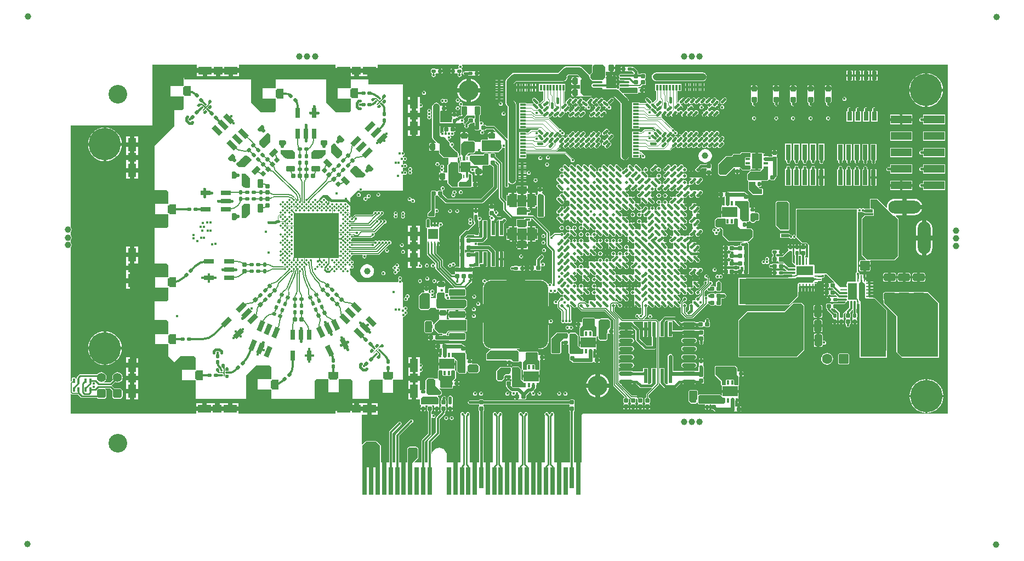
<source format=gtl>
G04 Layer_Physical_Order=1*
G04 Layer_Color=255*
%FSLAX44Y44*%
%MOMM*%
G71*
G01*
G75*
%ADD10C,0.3250*%
%ADD11C,0.2000*%
%ADD12C,0.1900*%
%ADD13C,0.1100*%
%ADD14C,0.1400*%
%ADD15C,0.1600*%
%ADD16C,0.1500*%
%ADD17C,1.0000*%
%ADD18R,0.5500X2.2000*%
%ADD19C,0.3500*%
%ADD20R,0.2000X0.2000*%
G04:AMPARAMS|DCode=21|XSize=1mm|YSize=0.9mm|CornerRadius=0.1125mm|HoleSize=0mm|Usage=FLASHONLY|Rotation=0.000|XOffset=0mm|YOffset=0mm|HoleType=Round|Shape=RoundedRectangle|*
%AMROUNDEDRECTD21*
21,1,1.0000,0.6750,0,0,0.0*
21,1,0.7750,0.9000,0,0,0.0*
1,1,0.2250,0.3875,-0.3375*
1,1,0.2250,-0.3875,-0.3375*
1,1,0.2250,-0.3875,0.3375*
1,1,0.2250,0.3875,0.3375*
%
%ADD21ROUNDEDRECTD21*%
G04:AMPARAMS|DCode=22|XSize=1.6mm|YSize=0.3mm|CornerRadius=0.0375mm|HoleSize=0mm|Usage=FLASHONLY|Rotation=0.000|XOffset=0mm|YOffset=0mm|HoleType=Round|Shape=RoundedRectangle|*
%AMROUNDEDRECTD22*
21,1,1.6000,0.2250,0,0,0.0*
21,1,1.5250,0.3000,0,0,0.0*
1,1,0.0750,0.7625,-0.1125*
1,1,0.0750,-0.7625,-0.1125*
1,1,0.0750,-0.7625,0.1125*
1,1,0.0750,0.7625,0.1125*
%
%ADD22ROUNDEDRECTD22*%
%ADD23O,1.6000X0.3000*%
G04:AMPARAMS|DCode=24|XSize=1.6mm|YSize=1.9mm|CornerRadius=0.2mm|HoleSize=0mm|Usage=FLASHONLY|Rotation=180.000|XOffset=0mm|YOffset=0mm|HoleType=Round|Shape=RoundedRectangle|*
%AMROUNDEDRECTD24*
21,1,1.6000,1.5000,0,0,180.0*
21,1,1.2000,1.9000,0,0,180.0*
1,1,0.4000,-0.6000,0.7500*
1,1,0.4000,0.6000,0.7500*
1,1,0.4000,0.6000,-0.7500*
1,1,0.4000,-0.6000,-0.7500*
%
%ADD24ROUNDEDRECTD24*%
%ADD25R,2.3500X1.6000*%
%ADD26R,0.3000X0.7000*%
%ADD27R,0.7000X0.3000*%
%ADD28R,1.6000X2.3500*%
G04:AMPARAMS|DCode=29|XSize=0.6mm|YSize=0.6mm|CornerRadius=0.06mm|HoleSize=0mm|Usage=FLASHONLY|Rotation=0.000|XOffset=0mm|YOffset=0mm|HoleType=Round|Shape=RoundedRectangle|*
%AMROUNDEDRECTD29*
21,1,0.6000,0.4800,0,0,0.0*
21,1,0.4800,0.6000,0,0,0.0*
1,1,0.1200,0.2400,-0.2400*
1,1,0.1200,-0.2400,-0.2400*
1,1,0.1200,-0.2400,0.2400*
1,1,0.1200,0.2400,0.2400*
%
%ADD29ROUNDEDRECTD29*%
%ADD30R,1.0000X1.5500*%
%ADD31R,1.6000X1.2000*%
%ADD32R,1.2000X1.2000*%
%ADD33R,2.1500X1.2000*%
G04:AMPARAMS|DCode=34|XSize=0.5mm|YSize=0.6mm|CornerRadius=0.05mm|HoleSize=0mm|Usage=FLASHONLY|Rotation=180.000|XOffset=0mm|YOffset=0mm|HoleType=Round|Shape=RoundedRectangle|*
%AMROUNDEDRECTD34*
21,1,0.5000,0.5000,0,0,180.0*
21,1,0.4000,0.6000,0,0,180.0*
1,1,0.1000,-0.2000,0.2500*
1,1,0.1000,0.2000,0.2500*
1,1,0.1000,0.2000,-0.2500*
1,1,0.1000,-0.2000,-0.2500*
%
%ADD34ROUNDEDRECTD34*%
G04:AMPARAMS|DCode=35|XSize=0.5mm|YSize=0.6mm|CornerRadius=0.05mm|HoleSize=0mm|Usage=FLASHONLY|Rotation=90.000|XOffset=0mm|YOffset=0mm|HoleType=Round|Shape=RoundedRectangle|*
%AMROUNDEDRECTD35*
21,1,0.5000,0.5000,0,0,90.0*
21,1,0.4000,0.6000,0,0,90.0*
1,1,0.1000,0.2500,0.2000*
1,1,0.1000,0.2500,-0.2000*
1,1,0.1000,-0.2500,-0.2000*
1,1,0.1000,-0.2500,0.2000*
%
%ADD35ROUNDEDRECTD35*%
G04:AMPARAMS|DCode=36|XSize=0.6mm|YSize=0.6mm|CornerRadius=0.06mm|HoleSize=0mm|Usage=FLASHONLY|Rotation=270.000|XOffset=0mm|YOffset=0mm|HoleType=Round|Shape=RoundedRectangle|*
%AMROUNDEDRECTD36*
21,1,0.6000,0.4800,0,0,270.0*
21,1,0.4800,0.6000,0,0,270.0*
1,1,0.1200,-0.2400,-0.2400*
1,1,0.1200,-0.2400,0.2400*
1,1,0.1200,0.2400,0.2400*
1,1,0.1200,0.2400,-0.2400*
%
%ADD36ROUNDEDRECTD36*%
G04:AMPARAMS|DCode=37|XSize=1.3mm|YSize=0.8mm|CornerRadius=0.1mm|HoleSize=0mm|Usage=FLASHONLY|Rotation=90.000|XOffset=0mm|YOffset=0mm|HoleType=Round|Shape=RoundedRectangle|*
%AMROUNDEDRECTD37*
21,1,1.3000,0.6000,0,0,90.0*
21,1,1.1000,0.8000,0,0,90.0*
1,1,0.2000,0.3000,0.5500*
1,1,0.2000,0.3000,-0.5500*
1,1,0.2000,-0.3000,-0.5500*
1,1,0.2000,-0.3000,0.5500*
%
%ADD37ROUNDEDRECTD37*%
%ADD38R,0.2500X0.6250*%
%ADD39R,1.6000X1.6000*%
G04:AMPARAMS|DCode=40|XSize=2.5mm|YSize=1.1mm|CornerRadius=0.1375mm|HoleSize=0mm|Usage=FLASHONLY|Rotation=180.000|XOffset=0mm|YOffset=0mm|HoleType=Round|Shape=RoundedRectangle|*
%AMROUNDEDRECTD40*
21,1,2.5000,0.8250,0,0,180.0*
21,1,2.2250,1.1000,0,0,180.0*
1,1,0.2750,-1.1125,0.4125*
1,1,0.2750,1.1125,0.4125*
1,1,0.2750,1.1125,-0.4125*
1,1,0.2750,-1.1125,-0.4125*
%
%ADD40ROUNDEDRECTD40*%
G04:AMPARAMS|DCode=41|XSize=10mm|YSize=10.5mm|CornerRadius=1.25mm|HoleSize=0mm|Usage=FLASHONLY|Rotation=180.000|XOffset=0mm|YOffset=0mm|HoleType=Round|Shape=RoundedRectangle|*
%AMROUNDEDRECTD41*
21,1,10.0000,8.0000,0,0,180.0*
21,1,7.5000,10.5000,0,0,180.0*
1,1,2.5000,-3.7500,4.0000*
1,1,2.5000,3.7500,4.0000*
1,1,2.5000,3.7500,-4.0000*
1,1,2.5000,-3.7500,-4.0000*
%
%ADD41ROUNDEDRECTD41*%
%ADD42R,0.9000X2.5500*%
%ADD43R,1.4000X2.5500*%
%ADD44R,1.0000X0.2500*%
%ADD45R,0.2500X1.0000*%
G04:AMPARAMS|DCode=46|XSize=1.8mm|YSize=1.15mm|CornerRadius=0.1437mm|HoleSize=0mm|Usage=FLASHONLY|Rotation=0.000|XOffset=0mm|YOffset=0mm|HoleType=Round|Shape=RoundedRectangle|*
%AMROUNDEDRECTD46*
21,1,1.8000,0.8625,0,0,0.0*
21,1,1.5125,1.1500,0,0,0.0*
1,1,0.2875,0.7562,-0.4313*
1,1,0.2875,-0.7562,-0.4313*
1,1,0.2875,-0.7562,0.4313*
1,1,0.2875,0.7562,0.4313*
%
%ADD46ROUNDEDRECTD46*%
G04:AMPARAMS|DCode=47|XSize=1.3mm|YSize=0.8mm|CornerRadius=0.1mm|HoleSize=0mm|Usage=FLASHONLY|Rotation=180.000|XOffset=0mm|YOffset=0mm|HoleType=Round|Shape=RoundedRectangle|*
%AMROUNDEDRECTD47*
21,1,1.3000,0.6000,0,0,180.0*
21,1,1.1000,0.8000,0,0,180.0*
1,1,0.2000,-0.5500,0.3000*
1,1,0.2000,0.5500,0.3000*
1,1,0.2000,0.5500,-0.3000*
1,1,0.2000,-0.5500,-0.3000*
%
%ADD47ROUNDEDRECTD47*%
G04:AMPARAMS|DCode=48|XSize=1.3mm|YSize=0.8mm|CornerRadius=0.1mm|HoleSize=0mm|Usage=FLASHONLY|Rotation=225.000|XOffset=0mm|YOffset=0mm|HoleType=Round|Shape=RoundedRectangle|*
%AMROUNDEDRECTD48*
21,1,1.3000,0.6000,0,0,225.0*
21,1,1.1000,0.8000,0,0,225.0*
1,1,0.2000,-0.6010,-0.1768*
1,1,0.2000,0.1768,0.6010*
1,1,0.2000,0.6010,0.1768*
1,1,0.2000,-0.1768,-0.6010*
%
%ADD48ROUNDEDRECTD48*%
G04:AMPARAMS|DCode=49|XSize=1.3mm|YSize=0.8mm|CornerRadius=0.1mm|HoleSize=0mm|Usage=FLASHONLY|Rotation=135.000|XOffset=0mm|YOffset=0mm|HoleType=Round|Shape=RoundedRectangle|*
%AMROUNDEDRECTD49*
21,1,1.3000,0.6000,0,0,135.0*
21,1,1.1000,0.8000,0,0,135.0*
1,1,0.2000,-0.1768,0.6010*
1,1,0.2000,0.6010,-0.1768*
1,1,0.2000,0.1768,-0.6010*
1,1,0.2000,-0.6010,0.1768*
%
%ADD49ROUNDEDRECTD49*%
G04:AMPARAMS|DCode=50|XSize=0.5mm|YSize=0.6mm|CornerRadius=0.05mm|HoleSize=0mm|Usage=FLASHONLY|Rotation=247.500|XOffset=0mm|YOffset=0mm|HoleType=Round|Shape=RoundedRectangle|*
%AMROUNDEDRECTD50*
21,1,0.5000,0.5000,0,0,247.5*
21,1,0.4000,0.6000,0,0,247.5*
1,1,0.1000,-0.3075,-0.0891*
1,1,0.1000,-0.1544,0.2804*
1,1,0.1000,0.3075,0.0891*
1,1,0.1000,0.1544,-0.2804*
%
%ADD50ROUNDEDRECTD50*%
%ADD51R,2.5500X0.9000*%
%ADD52R,2.5500X1.4000*%
%ADD53R,4.0000X5.0000*%
G04:AMPARAMS|DCode=54|XSize=0.5mm|YSize=0.6mm|CornerRadius=0.05mm|HoleSize=0mm|Usage=FLASHONLY|Rotation=45.000|XOffset=0mm|YOffset=0mm|HoleType=Round|Shape=RoundedRectangle|*
%AMROUNDEDRECTD54*
21,1,0.5000,0.5000,0,0,45.0*
21,1,0.4000,0.6000,0,0,45.0*
1,1,0.1000,0.3182,-0.0354*
1,1,0.1000,0.0354,-0.3182*
1,1,0.1000,-0.3182,0.0354*
1,1,0.1000,-0.0354,0.3182*
%
%ADD54ROUNDEDRECTD54*%
%ADD55R,1.5500X1.0000*%
%ADD56R,1.2000X1.6000*%
%ADD57R,1.2000X1.2000*%
%ADD58R,1.2000X2.1500*%
G04:AMPARAMS|DCode=59|XSize=0.5mm|YSize=0.6mm|CornerRadius=0.05mm|HoleSize=0mm|Usage=FLASHONLY|Rotation=157.500|XOffset=0mm|YOffset=0mm|HoleType=Round|Shape=RoundedRectangle|*
%AMROUNDEDRECTD59*
21,1,0.5000,0.5000,0,0,157.5*
21,1,0.4000,0.6000,0,0,157.5*
1,1,0.1000,-0.0891,0.3075*
1,1,0.1000,0.2804,0.1544*
1,1,0.1000,0.0891,-0.3075*
1,1,0.1000,-0.2804,-0.1544*
%
%ADD59ROUNDEDRECTD59*%
G04:AMPARAMS|DCode=60|XSize=0.6mm|YSize=0.6mm|CornerRadius=0.06mm|HoleSize=0mm|Usage=FLASHONLY|Rotation=45.000|XOffset=0mm|YOffset=0mm|HoleType=Round|Shape=RoundedRectangle|*
%AMROUNDEDRECTD60*
21,1,0.6000,0.4800,0,0,45.0*
21,1,0.4800,0.6000,0,0,45.0*
1,1,0.1200,0.3394,0.0000*
1,1,0.1200,0.0000,-0.3394*
1,1,0.1200,-0.3394,0.0000*
1,1,0.1200,0.0000,0.3394*
%
%ADD60ROUNDEDRECTD60*%
G04:AMPARAMS|DCode=61|XSize=0.5mm|YSize=0.6mm|CornerRadius=0.05mm|HoleSize=0mm|Usage=FLASHONLY|Rotation=315.000|XOffset=0mm|YOffset=0mm|HoleType=Round|Shape=RoundedRectangle|*
%AMROUNDEDRECTD61*
21,1,0.5000,0.5000,0,0,315.0*
21,1,0.4000,0.6000,0,0,315.0*
1,1,0.1000,-0.0354,-0.3182*
1,1,0.1000,-0.3182,-0.0354*
1,1,0.1000,0.0354,0.3182*
1,1,0.1000,0.3182,0.0354*
%
%ADD61ROUNDEDRECTD61*%
G04:AMPARAMS|DCode=62|XSize=0.5mm|YSize=0.6mm|CornerRadius=0.05mm|HoleSize=0mm|Usage=FLASHONLY|Rotation=205.000|XOffset=0mm|YOffset=0mm|HoleType=Round|Shape=RoundedRectangle|*
%AMROUNDEDRECTD62*
21,1,0.5000,0.5000,0,0,205.0*
21,1,0.4000,0.6000,0,0,205.0*
1,1,0.1000,-0.2869,0.1421*
1,1,0.1000,0.0756,0.3111*
1,1,0.1000,0.2869,-0.1421*
1,1,0.1000,-0.0756,-0.3111*
%
%ADD62ROUNDEDRECTD62*%
G04:AMPARAMS|DCode=63|XSize=0.5mm|YSize=0.6mm|CornerRadius=0.05mm|HoleSize=0mm|Usage=FLASHONLY|Rotation=295.000|XOffset=0mm|YOffset=0mm|HoleType=Round|Shape=RoundedRectangle|*
%AMROUNDEDRECTD63*
21,1,0.5000,0.5000,0,0,295.0*
21,1,0.4000,0.6000,0,0,295.0*
1,1,0.1000,-0.1421,-0.2869*
1,1,0.1000,-0.3111,0.0756*
1,1,0.1000,0.1421,0.2869*
1,1,0.1000,0.3111,-0.0756*
%
%ADD63ROUNDEDRECTD63*%
G04:AMPARAMS|DCode=64|XSize=0.6mm|YSize=0.6mm|CornerRadius=0.06mm|HoleSize=0mm|Usage=FLASHONLY|Rotation=135.000|XOffset=0mm|YOffset=0mm|HoleType=Round|Shape=RoundedRectangle|*
%AMROUNDEDRECTD64*
21,1,0.6000,0.4800,0,0,135.0*
21,1,0.4800,0.6000,0,0,135.0*
1,1,0.1200,0.0000,0.3394*
1,1,0.1200,0.3394,0.0000*
1,1,0.1200,0.0000,-0.3394*
1,1,0.1200,-0.3394,0.0000*
%
%ADD64ROUNDEDRECTD64*%
G04:AMPARAMS|DCode=65|XSize=0.76mm|YSize=1.65mm|CornerRadius=0mm|HoleSize=0mm|Usage=FLASHONLY|Rotation=45.000|XOffset=0mm|YOffset=0mm|HoleType=Round|Shape=Rectangle|*
%AMROTATEDRECTD65*
4,1,4,0.3147,-0.8521,-0.8521,0.3147,-0.3147,0.8521,0.8521,-0.3147,0.3147,-0.8521,0.0*
%
%ADD65ROTATEDRECTD65*%

%ADD66R,1.6500X0.7600*%
G04:AMPARAMS|DCode=67|XSize=0.76mm|YSize=1.65mm|CornerRadius=0mm|HoleSize=0mm|Usage=FLASHONLY|Rotation=135.000|XOffset=0mm|YOffset=0mm|HoleType=Round|Shape=Rectangle|*
%AMROTATEDRECTD67*
4,1,4,0.8521,0.3147,-0.3147,-0.8521,-0.8521,-0.3147,0.3147,0.8521,0.8521,0.3147,0.0*
%
%ADD67ROTATEDRECTD67*%

%ADD68R,0.7600X1.6500*%
G04:AMPARAMS|DCode=69|XSize=1.8mm|YSize=1.15mm|CornerRadius=0.1437mm|HoleSize=0mm|Usage=FLASHONLY|Rotation=270.000|XOffset=0mm|YOffset=0mm|HoleType=Round|Shape=RoundedRectangle|*
%AMROUNDEDRECTD69*
21,1,1.8000,0.8625,0,0,270.0*
21,1,1.5125,1.1500,0,0,270.0*
1,1,0.2875,-0.4313,-0.7562*
1,1,0.2875,-0.4313,0.7562*
1,1,0.2875,0.4313,0.7562*
1,1,0.2875,0.4313,-0.7562*
%
%ADD69ROUNDEDRECTD69*%
%ADD70O,2.2000X0.6000*%
%ADD71R,0.7000X4.2000*%
%ADD72R,0.7000X3.2000*%
%ADD73R,3.2004X1.2700*%
G04:AMPARAMS|DCode=74|XSize=0.7mm|YSize=0.4mm|CornerRadius=0.05mm|HoleSize=0mm|Usage=FLASHONLY|Rotation=270.000|XOffset=0mm|YOffset=0mm|HoleType=Round|Shape=RoundedRectangle|*
%AMROUNDEDRECTD74*
21,1,0.7000,0.3000,0,0,270.0*
21,1,0.6000,0.4000,0,0,270.0*
1,1,0.1000,-0.1500,-0.3000*
1,1,0.1000,-0.1500,0.3000*
1,1,0.1000,0.1500,0.3000*
1,1,0.1000,0.1500,-0.3000*
%
%ADD74ROUNDEDRECTD74*%
%ADD75R,0.7500X2.4000*%
G04:AMPARAMS|DCode=76|XSize=1mm|YSize=0.9mm|CornerRadius=0.1125mm|HoleSize=0mm|Usage=FLASHONLY|Rotation=90.000|XOffset=0mm|YOffset=0mm|HoleType=Round|Shape=RoundedRectangle|*
%AMROUNDEDRECTD76*
21,1,1.0000,0.6750,0,0,90.0*
21,1,0.7750,0.9000,0,0,90.0*
1,1,0.2250,0.3375,0.3875*
1,1,0.2250,0.3375,-0.3875*
1,1,0.2250,-0.3375,-0.3875*
1,1,0.2250,-0.3375,0.3875*
%
%ADD76ROUNDEDRECTD76*%
%ADD77C,0.5000*%
%ADD78R,5.0000X4.0000*%
G04:AMPARAMS|DCode=79|XSize=0.8mm|YSize=0.8mm|CornerRadius=0.1mm|HoleSize=0mm|Usage=FLASHONLY|Rotation=90.000|XOffset=0mm|YOffset=0mm|HoleType=Round|Shape=RoundedRectangle|*
%AMROUNDEDRECTD79*
21,1,0.8000,0.6000,0,0,90.0*
21,1,0.6000,0.8000,0,0,90.0*
1,1,0.2000,0.3000,0.3000*
1,1,0.2000,0.3000,-0.3000*
1,1,0.2000,-0.3000,-0.3000*
1,1,0.2000,-0.3000,0.3000*
%
%ADD79ROUNDEDRECTD79*%
%ADD80R,0.8000X1.4000*%
%ADD81R,4.0500X4.3000*%
%ADD82R,1.2000X0.5000*%
%ADD83R,0.9500X0.4000*%
%ADD84R,0.4000X0.9500*%
%ADD85C,0.4500*%
%ADD86R,0.9500X0.3500*%
%ADD87R,0.3500X0.9500*%
%ADD88R,1.4000X1.3000*%
%ADD89R,2.0000X1.3000*%
%ADD90R,1.3000X1.4000*%
%ADD91R,1.3000X2.0000*%
%ADD92R,0.2500X0.6000*%
%ADD93R,1.5000X1.6000*%
G04:AMPARAMS|DCode=94|XSize=0.76mm|YSize=1.65mm|CornerRadius=0mm|HoleSize=0mm|Usage=FLASHONLY|Rotation=205.000|XOffset=0mm|YOffset=0mm|HoleType=Round|Shape=Rectangle|*
%AMROTATEDRECTD94*
4,1,4,-0.0043,0.9083,0.6931,-0.5871,0.0043,-0.9083,-0.6931,0.5871,-0.0043,0.9083,0.0*
%
%ADD94ROTATEDRECTD94*%

G04:AMPARAMS|DCode=95|XSize=0.76mm|YSize=1.65mm|CornerRadius=0mm|HoleSize=0mm|Usage=FLASHONLY|Rotation=337.500|XOffset=0mm|YOffset=0mm|HoleType=Round|Shape=Rectangle|*
%AMROTATEDRECTD95*
4,1,4,-0.6668,-0.6168,-0.0354,0.9076,0.6668,0.6168,0.0354,-0.9076,-0.6668,-0.6168,0.0*
%
%ADD95ROTATEDRECTD95*%

G04:AMPARAMS|DCode=96|XSize=0.6mm|YSize=0.6mm|CornerRadius=0.06mm|HoleSize=0mm|Usage=FLASHONLY|Rotation=295.000|XOffset=0mm|YOffset=0mm|HoleType=Round|Shape=RoundedRectangle|*
%AMROUNDEDRECTD96*
21,1,0.6000,0.4800,0,0,295.0*
21,1,0.4800,0.6000,0,0,295.0*
1,1,0.1200,-0.1161,-0.3189*
1,1,0.1200,-0.3189,0.1161*
1,1,0.1200,0.1161,0.3189*
1,1,0.1200,0.3189,-0.1161*
%
%ADD96ROUNDEDRECTD96*%
G04:AMPARAMS|DCode=97|XSize=0.35mm|YSize=0.15mm|CornerRadius=0mm|HoleSize=0mm|Usage=FLASHONLY|Rotation=315.000|XOffset=0mm|YOffset=0mm|HoleType=Round|Shape=Rectangle|*
%AMROTATEDRECTD97*
4,1,4,-0.1768,0.0707,-0.0707,0.1768,0.1768,-0.0707,0.0707,-0.1768,-0.1768,0.0707,0.0*
%
%ADD97ROTATEDRECTD97*%

%ADD98R,0.3500X0.1500*%
%ADD99C,0.4000*%
%ADD100C,0.3000*%
%ADD101C,0.5000*%
%ADD102C,0.3500*%
%ADD103C,0.2500*%
%ADD104C,0.7000*%
%ADD105C,0.6000*%
%ADD106C,0.1300*%
%ADD107C,0.1000*%
%ADD108C,0.4500*%
%ADD109C,1.1000*%
%ADD110C,1.0000*%
%ADD111R,7.0000X7.0000*%
%ADD112C,0.6604*%
%ADD113C,2.8800*%
%ADD114C,3.1000*%
%ADD115C,5.0000*%
%ADD116C,1.4000*%
G04:AMPARAMS|DCode=117|XSize=1.4mm|YSize=1.4mm|CornerRadius=0.35mm|HoleSize=0mm|Usage=FLASHONLY|Rotation=90.000|XOffset=0mm|YOffset=0mm|HoleType=Round|Shape=RoundedRectangle|*
%AMROUNDEDRECTD117*
21,1,1.4000,0.7000,0,0,90.0*
21,1,0.7000,1.4000,0,0,90.0*
1,1,0.7000,0.3500,0.3500*
1,1,0.7000,0.3500,-0.3500*
1,1,0.7000,-0.3500,-0.3500*
1,1,0.7000,-0.3500,0.3500*
%
%ADD117ROUNDEDRECTD117*%
%ADD118O,5.0000X2.0000*%
%ADD119O,2.2000X5.0000*%
%ADD120O,2.0000X5.0000*%
G04:AMPARAMS|DCode=121|XSize=1.524mm|YSize=1.524mm|CornerRadius=0.1905mm|HoleSize=0mm|Usage=FLASHONLY|Rotation=270.000|XOffset=0mm|YOffset=0mm|HoleType=Round|Shape=RoundedRectangle|*
%AMROUNDEDRECTD121*
21,1,1.5240,1.1430,0,0,270.0*
21,1,1.1430,1.5240,0,0,270.0*
1,1,0.3810,-0.5715,-0.5715*
1,1,0.3810,-0.5715,0.5715*
1,1,0.3810,0.5715,0.5715*
1,1,0.3810,0.5715,-0.5715*
%
%ADD121ROUNDEDRECTD121*%
%ADD122C,1.6000*%
%ADD123C,0.4000*%
G36*
X906918Y487781D02*
X907197Y487337D01*
X906931Y486000D01*
X907203Y484634D01*
X907977Y483477D01*
X909134Y482703D01*
X910500Y482431D01*
X911866Y482703D01*
X913023Y483477D01*
X913797Y484634D01*
X913880Y485055D01*
X916181Y487356D01*
X917103Y486863D01*
X916931Y486000D01*
X917203Y484634D01*
X917977Y483477D01*
X919134Y482703D01*
X920500Y482431D01*
X921866Y482703D01*
X923023Y483477D01*
X923797Y484634D01*
X923880Y485055D01*
X926181Y487356D01*
X927103Y486863D01*
X926931Y486000D01*
X927203Y484634D01*
X927977Y483477D01*
X929134Y482703D01*
X930500Y482431D01*
X931866Y482703D01*
X933023Y483477D01*
X933797Y484634D01*
X933880Y485055D01*
X936181Y487356D01*
X937103Y486863D01*
X936931Y486000D01*
X937203Y484634D01*
X937977Y483477D01*
X939134Y482703D01*
X940500Y482431D01*
X941363Y482603D01*
X941856Y481682D01*
X939555Y479380D01*
X939134Y479297D01*
X937977Y478523D01*
X937203Y477366D01*
X936931Y476000D01*
X937197Y474663D01*
X936918Y474219D01*
X936521Y473856D01*
X935500Y474059D01*
X934479Y473856D01*
X934322Y474000D01*
X930500D01*
X927627D01*
X927977Y473477D01*
X929134Y472703D01*
X930500Y472431D01*
X931363Y472603D01*
X931856Y471682D01*
X929555Y469380D01*
X929134Y469297D01*
X927977Y468523D01*
X927203Y467366D01*
X926931Y466000D01*
X927197Y464663D01*
X926918Y464219D01*
X926521Y463856D01*
X925500Y464059D01*
X924479Y463856D01*
X924082Y464219D01*
X923803Y464663D01*
X924069Y466000D01*
X923797Y467366D01*
X923023Y468523D01*
X921866Y469297D01*
X920500Y469569D01*
X919134Y469297D01*
X917977Y468523D01*
X917203Y467366D01*
X916931Y466000D01*
X917197Y464663D01*
X916918Y464219D01*
X916521Y463856D01*
X915500Y464059D01*
X914479Y463856D01*
X914082Y464219D01*
X913803Y464663D01*
X914069Y466000D01*
X913797Y467366D01*
X913023Y468523D01*
X911866Y469297D01*
X910500Y469569D01*
X909134Y469297D01*
X907977Y468523D01*
X907203Y467366D01*
X906931Y466000D01*
X907203Y464634D01*
X907977Y463477D01*
X909134Y462703D01*
X910500Y462431D01*
X911837Y462697D01*
X912281Y462418D01*
X912644Y462021D01*
X912441Y461000D01*
X912644Y459979D01*
X912281Y459582D01*
X911837Y459303D01*
X910500Y459569D01*
X909134Y459297D01*
X907977Y458523D01*
X907203Y457366D01*
X906931Y456000D01*
X907197Y454663D01*
X906918Y454219D01*
X906521Y453856D01*
X905500Y454059D01*
X904479Y453856D01*
X904082Y454219D01*
X903803Y454663D01*
X904069Y456000D01*
X903797Y457366D01*
X903023Y458523D01*
X901866Y459297D01*
X900500Y459569D01*
X899134Y459297D01*
X897977Y458523D01*
X897203Y457366D01*
X896931Y456000D01*
X897197Y454663D01*
X896918Y454219D01*
X896521Y453856D01*
X895500Y454059D01*
X894479Y453856D01*
X894082Y454219D01*
X893803Y454663D01*
X894069Y456000D01*
X893797Y457366D01*
X893023Y458523D01*
X891866Y459297D01*
X890500Y459569D01*
X889134Y459297D01*
X887977Y458523D01*
X887203Y457366D01*
X887120Y456945D01*
X884818Y454644D01*
X883897Y455137D01*
X884069Y456000D01*
X883797Y457366D01*
X883023Y458523D01*
X881866Y459297D01*
X881445Y459380D01*
X879144Y461682D01*
X879637Y462603D01*
X880500Y462431D01*
X881866Y462703D01*
X883023Y463477D01*
X883797Y464634D01*
X884069Y466000D01*
X883897Y466863D01*
X884818Y467356D01*
X887120Y465055D01*
X887203Y464634D01*
X887977Y463477D01*
X889134Y462703D01*
X890500Y462431D01*
X891866Y462703D01*
X893023Y463477D01*
X893797Y464634D01*
X894069Y466000D01*
X893897Y466863D01*
X894818Y467356D01*
X897119Y465055D01*
X897203Y464634D01*
X897977Y463477D01*
X899134Y462703D01*
X900500Y462431D01*
X901866Y462703D01*
X903023Y463477D01*
X903797Y464634D01*
X904069Y466000D01*
X903797Y467366D01*
X903023Y468523D01*
X901866Y469297D01*
X901445Y469380D01*
X899144Y471682D01*
X899637Y472603D01*
X900500Y472431D01*
X901866Y472703D01*
X903023Y473477D01*
X903373Y474000D01*
X900500D01*
Y476000D01*
X898500D01*
Y479822D01*
X898356Y479979D01*
X898559Y481000D01*
X898356Y482021D01*
X898719Y482418D01*
X899163Y482697D01*
X900500Y482431D01*
X901866Y482703D01*
X903023Y483477D01*
X903797Y484634D01*
X904069Y486000D01*
X903803Y487337D01*
X904082Y487781D01*
X904479Y488144D01*
X905500Y487941D01*
X906521Y488144D01*
X906918Y487781D01*
D02*
G37*
G36*
X621500Y508000D02*
Y491000D01*
X620000Y489500D01*
X620000Y489500D01*
X602250D01*
Y496500D01*
X602500Y496750D01*
X613000D01*
X617250Y501000D01*
Y508750D01*
X620750D01*
X621500Y508000D01*
D02*
G37*
G36*
X601000Y525250D02*
Y512250D01*
X602500Y510750D01*
X605250Y510750D01*
X607000Y509000D01*
X607000Y503250D01*
X600250Y496500D01*
Y489500D01*
X591250D01*
X590000Y490750D01*
X588750Y492000D01*
X585250Y495500D01*
Y523125D01*
X588875Y526750D01*
X589375Y527250D01*
X599000D01*
X601000Y525250D01*
D02*
G37*
G36*
X564250Y451250D02*
Y445250D01*
X562750Y443750D01*
X555250D01*
X554500Y444500D01*
Y448000D01*
X559750Y453250D01*
X562250D01*
X564250Y451250D01*
D02*
G37*
G36*
X877120Y455055D02*
X877203Y454634D01*
X877977Y453477D01*
X879134Y452703D01*
X880500Y452431D01*
X881837Y452697D01*
X882281Y452418D01*
X882644Y452021D01*
X882441Y451000D01*
X882644Y449979D01*
X882281Y449582D01*
X881837Y449303D01*
X880500Y449569D01*
X879134Y449297D01*
X877977Y448523D01*
X877203Y447366D01*
X876931Y446000D01*
X877203Y444634D01*
X877977Y443477D01*
X879134Y442703D01*
X880500Y442431D01*
X881866Y442703D01*
X883023Y443477D01*
X883797Y444634D01*
X884069Y446000D01*
X883803Y447337D01*
X884082Y447781D01*
X884479Y448144D01*
X885500Y447941D01*
X886521Y448144D01*
X886918Y447781D01*
X887197Y447337D01*
X886931Y446000D01*
X887203Y444634D01*
X887977Y443477D01*
X889134Y442703D01*
X890500Y442431D01*
X891837Y442697D01*
X892281Y442418D01*
X892644Y442021D01*
X892441Y441000D01*
X892644Y439979D01*
X892500Y439821D01*
Y436000D01*
X890500D01*
Y434000D01*
X886678D01*
X886521Y433856D01*
X885500Y434059D01*
X884479Y433856D01*
X884082Y434219D01*
X883803Y434663D01*
X884069Y436000D01*
X883797Y437366D01*
X883023Y438523D01*
X881866Y439297D01*
X880500Y439569D01*
X879134Y439297D01*
X877977Y438523D01*
X877203Y437366D01*
X876931Y436000D01*
X877203Y434634D01*
X877977Y433477D01*
X879134Y432703D01*
X880500Y432431D01*
X881837Y432697D01*
X882281Y432418D01*
X882644Y432021D01*
X882441Y431000D01*
X882644Y429979D01*
X882500Y429822D01*
Y426000D01*
X880500D01*
Y424000D01*
X876678D01*
X876521Y423856D01*
X875500Y424059D01*
X874479Y423856D01*
X874082Y424219D01*
X873803Y424663D01*
X874069Y426000D01*
X873797Y427366D01*
X873023Y428523D01*
X871866Y429297D01*
X871445Y429380D01*
X869144Y431682D01*
X869637Y432603D01*
X870500Y432431D01*
X871866Y432703D01*
X873023Y433477D01*
X873373Y434000D01*
X870500D01*
X866678D01*
X866521Y433856D01*
X865500Y434059D01*
X864479Y433856D01*
X864082Y434219D01*
X863803Y434663D01*
X864069Y436000D01*
X863797Y437366D01*
X863023Y438523D01*
X861866Y439297D01*
X861445Y439380D01*
X859144Y441682D01*
X859637Y442603D01*
X860500Y442431D01*
X861866Y442703D01*
X863023Y443477D01*
X863373Y444000D01*
X860500D01*
X856678D01*
X856521Y443856D01*
X855500Y444059D01*
X854479Y443856D01*
X854082Y444219D01*
X853803Y444663D01*
X854069Y446000D01*
X853797Y447366D01*
X853023Y448523D01*
X851866Y449297D01*
X851445Y449380D01*
X849144Y451682D01*
X849637Y452603D01*
X850500Y452431D01*
X851866Y452703D01*
X853023Y453477D01*
X853797Y454634D01*
X854069Y456000D01*
X853897Y456863D01*
X854818Y457356D01*
X857119Y455055D01*
X857203Y454634D01*
X857977Y453477D01*
X859134Y452703D01*
X860500Y452431D01*
X861866Y452703D01*
X863023Y453477D01*
X863797Y454634D01*
X864069Y456000D01*
X863897Y456863D01*
X864818Y457356D01*
X867119Y455055D01*
X867203Y454634D01*
X867977Y453477D01*
X869134Y452703D01*
X870500Y452431D01*
X871866Y452703D01*
X873023Y453477D01*
X873797Y454634D01*
X874069Y456000D01*
X873897Y456863D01*
X874818Y457356D01*
X877120Y455055D01*
D02*
G37*
G36*
X877103Y486863D02*
X876931Y486000D01*
X877203Y484634D01*
X877977Y483477D01*
X879134Y482703D01*
X880500Y482431D01*
X881363Y482603D01*
X881856Y481682D01*
X879555Y479380D01*
X879134Y479297D01*
X877977Y478523D01*
X877203Y477366D01*
X876931Y476000D01*
X877203Y474634D01*
X877977Y473477D01*
X879134Y472703D01*
X880500Y472431D01*
X881837Y472697D01*
X882281Y472418D01*
X882644Y472021D01*
X882441Y471000D01*
X882644Y469979D01*
X882500Y469822D01*
Y466000D01*
X880500D01*
Y464000D01*
X876678D01*
X876521Y463856D01*
X875500Y464059D01*
X874479Y463856D01*
X874082Y464219D01*
X873803Y464663D01*
X874069Y466000D01*
X873797Y467366D01*
X873023Y468523D01*
X871866Y469297D01*
X871445Y469380D01*
X869144Y471682D01*
X869637Y472603D01*
X870500Y472431D01*
X871866Y472703D01*
X873023Y473477D01*
X873373Y474000D01*
X870500D01*
X866678D01*
X866521Y473856D01*
X865500Y474059D01*
X864479Y473856D01*
X864082Y474219D01*
X863803Y474663D01*
X864069Y476000D01*
X863797Y477366D01*
X863023Y478523D01*
X861866Y479297D01*
X861445Y479380D01*
X859144Y481682D01*
X859637Y482603D01*
X860500Y482431D01*
X861866Y482703D01*
X863023Y483477D01*
X863797Y484634D01*
X863880Y485055D01*
X866181Y487356D01*
X867103Y486863D01*
X866931Y486000D01*
X867203Y484634D01*
X867977Y483477D01*
X869134Y482703D01*
X870500Y482431D01*
X871866Y482703D01*
X873023Y483477D01*
X873797Y484634D01*
X873880Y485055D01*
X876181Y487356D01*
X877103Y486863D01*
D02*
G37*
G36*
X647250Y523495D02*
X625505D01*
X618250Y530750D01*
X618250Y536750D01*
X619500Y538000D01*
X647250D01*
Y523495D01*
D02*
G37*
G36*
X625922Y596207D02*
X625215Y595500D01*
X623589Y595500D01*
X623554Y595554D01*
X623024Y595907D01*
X622400Y596031D01*
X617600D01*
X616976Y595907D01*
X616446Y595554D01*
X616093Y595024D01*
X615969Y594400D01*
Y591573D01*
X611698Y587302D01*
X611145Y586475D01*
X610951Y585500D01*
Y584335D01*
X610674Y583921D01*
X610441Y582750D01*
X610674Y581580D01*
X611337Y580587D01*
X612329Y579924D01*
X613500Y579691D01*
X614670Y579924D01*
X615663Y580587D01*
X616326Y581580D01*
X616559Y582750D01*
X616326Y583921D01*
X616049Y584335D01*
Y584444D01*
X619573Y587969D01*
X622400D01*
X623024Y588093D01*
X623554Y588447D01*
X623589Y588500D01*
X625922D01*
Y580750D01*
X625969Y580513D01*
Y578600D01*
X626093Y577976D01*
X626446Y577447D01*
X626976Y577093D01*
X627600Y576969D01*
X628507D01*
X630000Y576672D01*
X631493Y576969D01*
X632400D01*
X633024Y577093D01*
X633554Y577447D01*
X633589Y577500D01*
X635653D01*
X636158Y577132D01*
X636305Y576143D01*
X635587Y575663D01*
X634924Y574670D01*
X634691Y573500D01*
X634924Y572329D01*
X635587Y571337D01*
X636580Y570674D01*
X637750Y570441D01*
X638921Y570674D01*
X639913Y571337D01*
X640576Y572329D01*
X640809Y573500D01*
X640576Y574670D01*
X639913Y575663D01*
X639455Y575969D01*
X639759Y576969D01*
X642400D01*
X643024Y577093D01*
X643553Y577447D01*
X643907Y577976D01*
X644002Y578451D01*
X654444D01*
X658292Y574603D01*
X657654Y573826D01*
X657579Y573877D01*
X656750Y574042D01*
X654875D01*
Y568500D01*
X652875D01*
Y566500D01*
X646833D01*
Y565125D01*
X646860Y564994D01*
X646875Y564000D01*
X646875Y564000D01*
X646875Y564000D01*
Y562332D01*
X636875Y562332D01*
X636110Y562015D01*
X635793Y561250D01*
Y559000D01*
X626406D01*
X625140Y560265D01*
X624375Y560582D01*
X616000D01*
Y563750D01*
X616000Y563750D01*
X616016Y564743D01*
X616042Y564875D01*
Y566250D01*
X603958D01*
Y564875D01*
X603984Y564743D01*
X604000Y563750D01*
X604000Y563750D01*
X604000Y563750D01*
X604000Y555750D01*
X604000Y555750D01*
X603984Y554756D01*
X603958Y554625D01*
Y547875D01*
X604043Y547452D01*
X604043Y539625D01*
X604151Y539362D01*
X604360Y538860D01*
X604360Y538860D01*
X604545Y538674D01*
X604163Y537750D01*
X602375D01*
Y529750D01*
X605637D01*
X605716Y529632D01*
X605244Y528750D01*
X603625D01*
Y521750D01*
X612125D01*
Y517750D01*
X603625D01*
Y512878D01*
X602672Y512456D01*
X602082Y512920D01*
Y525250D01*
X602082Y525250D01*
X601765Y526015D01*
X601765Y526016D01*
X600250Y527531D01*
Y534168D01*
X601015Y534485D01*
X601332Y535250D01*
X601332Y541000D01*
X601015Y541765D01*
X600229Y542551D01*
X600134Y543030D01*
X599692Y543692D01*
X599030Y544134D01*
X598551Y544229D01*
X591967Y550814D01*
X592296Y551899D01*
X592421Y551924D01*
X593413Y552587D01*
X594076Y553579D01*
X594309Y554750D01*
X594076Y555921D01*
X593413Y556913D01*
X592421Y557576D01*
X591250Y557809D01*
X590079Y557576D01*
X589332Y557077D01*
X588501Y557384D01*
X588332Y557520D01*
Y558250D01*
X588015Y559015D01*
X584993Y562038D01*
X585569Y562877D01*
X586500Y562691D01*
X587671Y562924D01*
X588663Y563587D01*
X589326Y564580D01*
X589559Y565750D01*
X589326Y566921D01*
X588807Y567697D01*
X588922Y568429D01*
X589117Y568853D01*
X589260Y568909D01*
X589575Y568928D01*
X590330Y568424D01*
X591500Y568191D01*
X592671Y568424D01*
X593663Y569087D01*
X594326Y570079D01*
X594559Y571250D01*
X594326Y572421D01*
X593960Y572969D01*
X594494Y573969D01*
X594650D01*
X595274Y574093D01*
X595803Y574446D01*
X596157Y574976D01*
X596281Y575600D01*
Y576000D01*
X592250D01*
Y578000D01*
X590250D01*
Y582031D01*
X589850D01*
X589226Y581907D01*
X588697Y581553D01*
X588661Y581500D01*
X585839D01*
X585804Y581553D01*
X585274Y581907D01*
X584650Y582031D01*
X579850D01*
X579226Y581907D01*
X578697Y581553D01*
X578343Y581024D01*
X578219Y580400D01*
Y575600D01*
X578343Y574976D01*
X578519Y574712D01*
X577798Y573991D01*
X577671Y574076D01*
X576500Y574309D01*
X575330Y574076D01*
X574337Y573413D01*
X573867Y572710D01*
X572868Y573013D01*
Y583191D01*
X606500D01*
X606500Y583191D01*
X607671Y583424D01*
X608663Y584087D01*
X609163Y584587D01*
X609826Y585579D01*
X610059Y586750D01*
X609826Y587920D01*
X609163Y588913D01*
Y589587D01*
X609826Y590579D01*
X610059Y591750D01*
X609826Y592920D01*
X609163Y593913D01*
X609480Y594904D01*
X612663Y598087D01*
X613326Y599080D01*
X613451Y599711D01*
X613500D01*
X613515Y599714D01*
X614500Y599750D01*
X614500Y599750D01*
X614500Y599750D01*
X625922D01*
Y596207D01*
D02*
G37*
G36*
X808250Y652750D02*
X820750D01*
Y649750D01*
X808500D01*
X806500Y647750D01*
Y644750D01*
X808500Y642750D01*
X819000D01*
X821875Y639875D01*
X812250Y630250D01*
X794250Y630250D01*
X789750Y634750D01*
Y654500D01*
X793750Y658500D01*
X802500D01*
X808250Y652750D01*
D02*
G37*
G36*
X877750Y642000D02*
Y635000D01*
X877000Y634250D01*
X854750D01*
X849750Y639250D01*
Y641500D01*
X851000Y642750D01*
X877000D01*
X877750Y642000D01*
D02*
G37*
G36*
X626250Y557625D02*
Y544250D01*
X623750Y541750D01*
X616250D01*
X612000Y537500D01*
X612000Y530500D01*
X611500Y530000D01*
X608000D01*
X607250Y530750D01*
Y537500D01*
X605125Y539625D01*
X605125Y555500D01*
X609125Y559500D01*
X624375D01*
X626250Y557625D01*
D02*
G37*
G36*
X587250Y558250D02*
X587250Y554000D01*
X600250Y541000D01*
X600250Y535250D01*
X578750D01*
X572000Y542000D01*
X572000Y563750D01*
X574500Y566250D01*
X579250Y566250D01*
X587250Y558250D01*
D02*
G37*
G36*
X666250Y561250D02*
X667250Y560250D01*
X667500Y548750D01*
X662750Y544000D01*
X636875D01*
X636875Y561250D01*
X666250Y561250D01*
D02*
G37*
G36*
X570500Y162750D02*
Y156500D01*
X567500Y153500D01*
X543000Y153500D01*
Y161750D01*
X546250Y165000D01*
X568250D01*
X570500Y162750D01*
D02*
G37*
G36*
X562250Y193000D02*
X565000Y190250D01*
X565000Y182250D01*
X574250Y173000D01*
Y169500D01*
X572250Y167500D01*
X555000D01*
X551500Y171000D01*
Y190250D01*
X554250Y193000D01*
X562250Y193000D01*
D02*
G37*
G36*
X596000Y204750D02*
Y193500D01*
X591750Y189250D01*
X591750Y179750D01*
X590500Y178500D01*
X574250Y178500D01*
X573063Y179687D01*
X573063Y189437D01*
X570250Y192250D01*
X570250Y205250D01*
X571000Y206000D01*
X575750D01*
X576750Y205000D01*
X576750Y198000D01*
X577750Y197000D01*
X588750D01*
X589750Y198000D01*
Y205000D01*
X590750Y206000D01*
X594750D01*
X596000Y204750D01*
D02*
G37*
G36*
X480000Y89500D02*
Y55500D01*
X453000D01*
Y89500D01*
X458750Y95250D01*
X474250D01*
X480000Y89500D01*
D02*
G37*
G36*
X538250Y84500D02*
Y71000D01*
X530000Y62750D01*
X529000D01*
X523250Y68500D01*
X523000D01*
Y84500D01*
X525250Y86750D01*
X536000D01*
X538250Y84500D01*
D02*
G37*
G36*
X772946Y152947D02*
X773000Y152911D01*
Y150089D01*
X772946Y150054D01*
X772593Y149524D01*
X772469Y148900D01*
Y144100D01*
X772593Y143476D01*
X772946Y142947D01*
X773476Y142593D01*
X773823Y142524D01*
Y63250D01*
X748750D01*
Y137079D01*
X748750D01*
X748773Y138070D01*
X748809Y138250D01*
X748576Y139420D01*
X747913Y140413D01*
X746921Y141076D01*
X745750Y141309D01*
X744579Y141076D01*
X743587Y140413D01*
X742924Y139420D01*
X742737Y138482D01*
X742191Y137936D01*
X742137Y137898D01*
X740863Y137898D01*
X740808Y137936D01*
X740263Y138482D01*
X740076Y139420D01*
X739413Y140413D01*
X738421Y141076D01*
X737250Y141309D01*
X736079Y141076D01*
X735087Y140413D01*
X734424Y139420D01*
X734191Y138250D01*
X734227Y138070D01*
X734250Y137079D01*
X734250Y137079D01*
X734250Y137079D01*
Y63250D01*
X708750D01*
Y137079D01*
X708750D01*
X708773Y138070D01*
X708809Y138250D01*
X708576Y139420D01*
X707913Y140413D01*
X706920Y141076D01*
X705750Y141309D01*
X704579Y141076D01*
X703587Y140413D01*
X702924Y139420D01*
X702737Y138482D01*
X702191Y137936D01*
X702137Y137898D01*
X700863Y137898D01*
X700808Y137936D01*
X700263Y138482D01*
X700076Y139420D01*
X699413Y140413D01*
X698421Y141076D01*
X697250Y141309D01*
X696079Y141076D01*
X695087Y140413D01*
X694424Y139420D01*
X694191Y138250D01*
X694227Y138070D01*
X694250Y137079D01*
X694250Y137079D01*
X694250Y137079D01*
Y63250D01*
X668750D01*
Y137079D01*
X668750D01*
X668773Y138070D01*
X668809Y138250D01*
X668576Y139420D01*
X667913Y140413D01*
X666920Y141076D01*
X665750Y141309D01*
X664579Y141076D01*
X663587Y140413D01*
X662924Y139420D01*
X662737Y138482D01*
X662191Y137936D01*
X662137Y137898D01*
X660863Y137898D01*
X660808Y137936D01*
X660263Y138482D01*
X660076Y139420D01*
X659413Y140413D01*
X658421Y141076D01*
X657250Y141309D01*
X656079Y141076D01*
X655087Y140413D01*
X654424Y139420D01*
X654191Y138250D01*
X654227Y138070D01*
X654250Y137079D01*
X654250Y137079D01*
X654250Y137079D01*
Y63250D01*
X639559D01*
Y142616D01*
X640054Y142947D01*
X640407Y143476D01*
X640531Y144100D01*
Y148900D01*
X640407Y149524D01*
X640054Y150054D01*
X640000Y150089D01*
Y152911D01*
X640054Y152947D01*
X640384Y153441D01*
X772616D01*
X772946Y152947D01*
D02*
G37*
G36*
X850689Y273432D02*
X852250Y273122D01*
X868250D01*
X868294Y273130D01*
X874691Y266733D01*
Y253500D01*
X874691Y253500D01*
X874924Y252329D01*
X875587Y251337D01*
X888187Y238737D01*
X888187Y238737D01*
X889180Y238074D01*
X890350Y237841D01*
X902900D01*
X904071Y238074D01*
X905063Y238737D01*
X905726Y239729D01*
X905959Y240900D01*
Y256753D01*
X906265Y256854D01*
X907216Y256114D01*
Y210266D01*
X906650Y209500D01*
X899150D01*
Y186726D01*
X897233Y184809D01*
X894664D01*
X893950Y185500D01*
Y209500D01*
X886450D01*
Y204776D01*
X885733Y204059D01*
X883750D01*
X883750Y204059D01*
X883750Y204059D01*
X870872D01*
X869811Y204768D01*
X868250Y205078D01*
X852250D01*
X850689Y204768D01*
X850034Y204330D01*
X849034Y204865D01*
Y209835D01*
X850034Y210370D01*
X850689Y209932D01*
X852250Y209622D01*
X868250D01*
X869811Y209932D01*
X871134Y210816D01*
X872018Y212139D01*
X872328Y213700D01*
X872018Y215261D01*
X871134Y216584D01*
X869811Y217468D01*
X868250Y217778D01*
X852250D01*
X850689Y217468D01*
X850034Y217030D01*
X849034Y217565D01*
Y222535D01*
X850034Y223070D01*
X850689Y222632D01*
X852250Y222322D01*
X868250D01*
X869811Y222632D01*
X871134Y223516D01*
X872018Y224839D01*
X872328Y226400D01*
X872018Y227961D01*
X871134Y229284D01*
X869811Y230168D01*
X868250Y230478D01*
X852250D01*
X850689Y230168D01*
X850034Y229730D01*
X849034Y230265D01*
Y235235D01*
X850034Y235770D01*
X850689Y235332D01*
X852250Y235022D01*
X868250D01*
X869811Y235332D01*
X871134Y236216D01*
X872018Y237539D01*
X872328Y239100D01*
X872018Y240661D01*
X871134Y241984D01*
X869811Y242868D01*
X868250Y243178D01*
X852250D01*
X850689Y242868D01*
X850034Y242430D01*
X849034Y242965D01*
Y247935D01*
X850034Y248470D01*
X850689Y248032D01*
X852250Y247722D01*
X868250D01*
X869811Y248032D01*
X871134Y248916D01*
X872018Y250239D01*
X872328Y251800D01*
X872018Y253361D01*
X871134Y254684D01*
X869811Y255568D01*
X868250Y255878D01*
X852250D01*
X850689Y255568D01*
X850034Y255130D01*
X849034Y255665D01*
Y260635D01*
X850034Y261170D01*
X850689Y260732D01*
X852250Y260422D01*
X858250D01*
Y264500D01*
Y268578D01*
X852250D01*
X850689Y268268D01*
X850034Y267830D01*
X849034Y268365D01*
Y273335D01*
X850034Y273870D01*
X850689Y273432D01*
D02*
G37*
G36*
X867119Y385055D02*
X867203Y384634D01*
X867977Y383477D01*
X869134Y382703D01*
X870500Y382431D01*
X871837Y382697D01*
X872281Y382418D01*
X872644Y382021D01*
X872441Y381000D01*
X872644Y379979D01*
X872500Y379822D01*
Y376000D01*
X870500D01*
Y374000D01*
X867627D01*
X867977Y373477D01*
X869134Y372703D01*
X870500Y372431D01*
X871363Y372603D01*
X871856Y371682D01*
X869555Y369380D01*
X869134Y369297D01*
X867977Y368523D01*
X867203Y367366D01*
X866931Y366000D01*
X867203Y364634D01*
X867977Y363477D01*
X869134Y362703D01*
X870500Y362431D01*
X871837Y362697D01*
X872281Y362418D01*
X872644Y362021D01*
X872441Y361000D01*
X872644Y359979D01*
X872500Y359822D01*
Y356000D01*
X870500D01*
Y354000D01*
X866678D01*
X866521Y353856D01*
X865500Y354059D01*
X864479Y353856D01*
X864322Y354000D01*
X860500D01*
X856678D01*
X856521Y353856D01*
X855500Y354059D01*
X854479Y353856D01*
X854322Y354000D01*
X850500D01*
X846678D01*
X846521Y353856D01*
X845500Y354059D01*
X844479Y353856D01*
X844082Y354219D01*
X843803Y354663D01*
X844069Y356000D01*
X843797Y357366D01*
X843023Y358523D01*
X841866Y359297D01*
X841445Y359380D01*
X839144Y361682D01*
X839637Y362603D01*
X840500Y362431D01*
X841866Y362703D01*
X843023Y363477D01*
X843797Y364634D01*
X844069Y366000D01*
X843897Y366863D01*
X844818Y367356D01*
X847119Y365055D01*
X847203Y364634D01*
X847977Y363477D01*
X849134Y362703D01*
X850500Y362431D01*
X851866Y362703D01*
X853023Y363477D01*
X853797Y364634D01*
X854069Y366000D01*
X853897Y366863D01*
X854818Y367356D01*
X857119Y365055D01*
X857203Y364634D01*
X857977Y363477D01*
X859134Y362703D01*
X860500Y362431D01*
X861866Y362703D01*
X863023Y363477D01*
X863797Y364634D01*
X864069Y366000D01*
X863797Y367366D01*
X863023Y368523D01*
X861866Y369297D01*
X861445Y369380D01*
X859144Y371682D01*
X859637Y372603D01*
X860500Y372431D01*
X861866Y372703D01*
X863023Y373477D01*
X863797Y374634D01*
X864069Y376000D01*
X863797Y377366D01*
X863023Y378523D01*
X861866Y379297D01*
X861445Y379380D01*
X859144Y381682D01*
X859637Y382603D01*
X860500Y382431D01*
X861866Y382703D01*
X863023Y383477D01*
X863797Y384634D01*
X864069Y386000D01*
X863897Y386863D01*
X864818Y387356D01*
X867119Y385055D01*
D02*
G37*
G36*
X817119Y415055D02*
X817203Y414634D01*
X817977Y413477D01*
X819134Y412703D01*
X820500Y412431D01*
X821866Y412703D01*
X823023Y413477D01*
X823797Y414634D01*
X824069Y416000D01*
X823897Y416863D01*
X824818Y417356D01*
X827119Y415055D01*
X827203Y414634D01*
X827977Y413477D01*
X829134Y412703D01*
X830500Y412431D01*
X831866Y412703D01*
X833023Y413477D01*
X833797Y414634D01*
X834069Y416000D01*
X833897Y416863D01*
X834818Y417356D01*
X837119Y415055D01*
X837203Y414634D01*
X837977Y413477D01*
X839134Y412703D01*
X840500Y412431D01*
X841866Y412703D01*
X843023Y413477D01*
X843797Y414634D01*
X844069Y416000D01*
X843897Y416863D01*
X844818Y417356D01*
X847119Y415055D01*
X847203Y414634D01*
X847977Y413477D01*
X849134Y412703D01*
X850500Y412431D01*
X851866Y412703D01*
X853023Y413477D01*
X853797Y414634D01*
X854069Y416000D01*
X853897Y416863D01*
X854818Y417356D01*
X857119Y415055D01*
X857203Y414634D01*
X857977Y413477D01*
X859134Y412703D01*
X860500Y412431D01*
X861837Y412697D01*
X862281Y412418D01*
X862644Y412021D01*
X862441Y411000D01*
X862644Y409979D01*
X862500Y409821D01*
Y406000D01*
Y403127D01*
X863023Y403477D01*
X863797Y404634D01*
X864069Y406000D01*
X863897Y406863D01*
X864818Y407356D01*
X867119Y405055D01*
X867203Y404634D01*
X867977Y403477D01*
X869134Y402703D01*
X870500Y402431D01*
X871837Y402697D01*
X872281Y402418D01*
X872644Y402021D01*
X872441Y401000D01*
X872644Y399979D01*
X872500Y399822D01*
Y396000D01*
X870500D01*
Y394000D01*
X866678D01*
X866521Y393856D01*
X865500Y394059D01*
X864479Y393856D01*
X864082Y394219D01*
X863803Y394663D01*
X864069Y396000D01*
X863797Y397366D01*
X863023Y398523D01*
X861866Y399297D01*
X860500Y399569D01*
X859134Y399297D01*
X857977Y398523D01*
X857203Y397366D01*
X856931Y396000D01*
X857203Y394634D01*
X857977Y393477D01*
X859134Y392703D01*
X860500Y392431D01*
X861837Y392697D01*
X862281Y392418D01*
X862644Y392021D01*
X862441Y391000D01*
X862644Y389979D01*
X862281Y389582D01*
X861837Y389303D01*
X860500Y389569D01*
X859134Y389297D01*
X857977Y388523D01*
X857203Y387366D01*
X856931Y386000D01*
X857197Y384663D01*
X856918Y384219D01*
X856521Y383856D01*
X855500Y384059D01*
X854479Y383856D01*
X854082Y384219D01*
X853803Y384663D01*
X854069Y386000D01*
X853797Y387366D01*
X853023Y388523D01*
X851866Y389297D01*
X850500Y389569D01*
X849134Y389297D01*
X847977Y388523D01*
X847203Y387366D01*
X846931Y386000D01*
X847197Y384663D01*
X846918Y384219D01*
X846521Y383856D01*
X845500Y384059D01*
X844479Y383856D01*
X844082Y384219D01*
X843803Y384663D01*
X844069Y386000D01*
X843797Y387366D01*
X843023Y388523D01*
X841866Y389297D01*
X840500Y389569D01*
X839134Y389297D01*
X837977Y388523D01*
X837203Y387366D01*
X836931Y386000D01*
X837203Y384634D01*
X837977Y383477D01*
X839134Y382703D01*
X840500Y382431D01*
X841363Y382603D01*
X841856Y381682D01*
X839555Y379380D01*
X839134Y379297D01*
X837977Y378523D01*
X837203Y377366D01*
X836931Y376000D01*
X837197Y374663D01*
X836918Y374219D01*
X836521Y373856D01*
X835500Y374059D01*
X834479Y373856D01*
X834082Y374219D01*
X833803Y374663D01*
X834069Y376000D01*
X833797Y377366D01*
X833023Y378523D01*
X831866Y379297D01*
X830500Y379569D01*
X829134Y379297D01*
X827977Y378523D01*
X827203Y377366D01*
X826931Y376000D01*
X827197Y374663D01*
X826918Y374219D01*
X826521Y373856D01*
X825500Y374059D01*
X824479Y373856D01*
X824082Y374219D01*
X823803Y374663D01*
X824069Y376000D01*
X823797Y377366D01*
X823023Y378523D01*
X821866Y379297D01*
X820500Y379569D01*
X819134Y379297D01*
X817977Y378523D01*
X817203Y377366D01*
X816931Y376000D01*
X817197Y374663D01*
X816918Y374219D01*
X816521Y373856D01*
X815500Y374059D01*
X814479Y373856D01*
X814322Y374000D01*
X810500D01*
X806678D01*
X806521Y373856D01*
X805500Y374059D01*
X804479Y373856D01*
X804322Y374000D01*
X802500D01*
Y372178D01*
X802644Y372021D01*
X802441Y371000D01*
X802644Y369979D01*
X802500Y369822D01*
Y366000D01*
X800500D01*
Y364000D01*
X796678D01*
X796521Y363856D01*
X795500Y364059D01*
X794479Y363856D01*
X794082Y364219D01*
X793803Y364663D01*
X794069Y366000D01*
X793797Y367366D01*
X793023Y368523D01*
X791866Y369297D01*
X790500Y369569D01*
X789134Y369297D01*
X787977Y368523D01*
X787203Y367366D01*
X786931Y366000D01*
X787197Y364663D01*
X786918Y364219D01*
X786521Y363856D01*
X785500Y364059D01*
X784479Y363856D01*
X784082Y364219D01*
X783803Y364663D01*
X784069Y366000D01*
X783797Y367366D01*
X783023Y368523D01*
X781866Y369297D01*
X781445Y369380D01*
X779144Y371682D01*
X779637Y372603D01*
X780500Y372431D01*
X781866Y372703D01*
X783023Y373477D01*
X783797Y374634D01*
X784069Y376000D01*
X783897Y376863D01*
X784818Y377356D01*
X787119Y375055D01*
X787203Y374634D01*
X787977Y373477D01*
X789134Y372703D01*
X790500Y372431D01*
X791866Y372703D01*
X793023Y373477D01*
X793797Y374634D01*
X794069Y376000D01*
X793797Y377366D01*
X793023Y378523D01*
X791866Y379297D01*
X791445Y379380D01*
X789144Y381682D01*
X789637Y382603D01*
X790500Y382431D01*
X791866Y382703D01*
X793023Y383477D01*
X793797Y384634D01*
X794069Y386000D01*
X793897Y386863D01*
X794818Y387356D01*
X797119Y385055D01*
X797203Y384634D01*
X797977Y383477D01*
X799134Y382703D01*
X800500Y382431D01*
X801866Y382703D01*
X803023Y383477D01*
X803797Y384634D01*
X804069Y386000D01*
X803897Y386863D01*
X804818Y387356D01*
X807119Y385055D01*
X807203Y384634D01*
X807977Y383477D01*
X809134Y382703D01*
X810500Y382431D01*
X811866Y382703D01*
X813023Y383477D01*
X813797Y384634D01*
X814069Y386000D01*
X813797Y387366D01*
X813023Y388523D01*
X811866Y389297D01*
X811445Y389380D01*
X809144Y391682D01*
X809637Y392603D01*
X810500Y392431D01*
X811866Y392703D01*
X813023Y393477D01*
X813797Y394634D01*
X814069Y396000D01*
X813897Y396863D01*
X814818Y397356D01*
X817119Y395055D01*
X817203Y394634D01*
X817977Y393477D01*
X819134Y392703D01*
X820500Y392431D01*
X821866Y392703D01*
X823023Y393477D01*
X823797Y394634D01*
X824069Y396000D01*
X823797Y397366D01*
X823023Y398523D01*
X821866Y399297D01*
X821445Y399380D01*
X819144Y401682D01*
X819637Y402603D01*
X820500Y402431D01*
X821866Y402703D01*
X823023Y403477D01*
X823797Y404634D01*
X824069Y406000D01*
X823797Y407366D01*
X823023Y408523D01*
X821866Y409297D01*
X820500Y409569D01*
X819134Y409297D01*
X817977Y408523D01*
X817203Y407366D01*
X816931Y406000D01*
X817197Y404663D01*
X816918Y404219D01*
X816521Y403856D01*
X815500Y404059D01*
X814479Y403856D01*
X814082Y404219D01*
X813803Y404663D01*
X814069Y406000D01*
X813797Y407366D01*
X813023Y408523D01*
X811866Y409297D01*
X811445Y409380D01*
X809144Y411682D01*
X809637Y412603D01*
X810500Y412431D01*
X811866Y412703D01*
X813023Y413477D01*
X813797Y414634D01*
X814069Y416000D01*
X813897Y416863D01*
X814818Y417356D01*
X817119Y415055D01*
D02*
G37*
G36*
X927119Y425055D02*
X927203Y424634D01*
X927977Y423477D01*
X929134Y422703D01*
X930500Y422431D01*
X931837Y422697D01*
X932281Y422418D01*
X932644Y422021D01*
X932441Y421000D01*
X932644Y419979D01*
X932500Y419822D01*
Y416000D01*
X930500D01*
Y414000D01*
X927627D01*
X927977Y413477D01*
X929134Y412703D01*
X930500Y412431D01*
X931363Y412603D01*
X931856Y411682D01*
X929555Y409380D01*
X929134Y409297D01*
X927977Y408523D01*
X927203Y407366D01*
X926931Y406000D01*
X927203Y404634D01*
X927977Y403477D01*
X929134Y402703D01*
X930500Y402431D01*
X931837Y402697D01*
X932281Y402418D01*
X932644Y402021D01*
X932441Y401000D01*
X932644Y399979D01*
X932500Y399822D01*
Y396000D01*
X930500D01*
Y394000D01*
X926678D01*
X926521Y393856D01*
X925500Y394059D01*
X924479Y393856D01*
X924082Y394219D01*
X923803Y394663D01*
X924069Y396000D01*
X923797Y397366D01*
X923023Y398523D01*
X921866Y399297D01*
X921445Y399380D01*
X919144Y401682D01*
X919637Y402603D01*
X920500Y402431D01*
X921866Y402703D01*
X923023Y403477D01*
X923373Y404000D01*
X920500D01*
Y406000D01*
X918500D01*
Y409822D01*
X918356Y409979D01*
X918559Y411000D01*
X918356Y412021D01*
X918719Y412418D01*
X919163Y412697D01*
X920500Y412431D01*
X921866Y412703D01*
X923023Y413477D01*
X923797Y414634D01*
X924069Y416000D01*
X923797Y417366D01*
X923023Y418523D01*
X921866Y419297D01*
X921445Y419380D01*
X919144Y421682D01*
X919637Y422603D01*
X920500Y422431D01*
X921866Y422703D01*
X923023Y423477D01*
X923797Y424634D01*
X924069Y426000D01*
X923897Y426863D01*
X924818Y427356D01*
X927119Y425055D01*
D02*
G37*
G36*
X899150Y257500D02*
X899841D01*
Y243959D01*
X891617D01*
X880809Y254767D01*
Y268000D01*
X880576Y269171D01*
X879913Y270163D01*
X879913Y270163D01*
X872193Y277883D01*
X872018Y278761D01*
X871213Y279966D01*
X871477Y280966D01*
X886450D01*
Y271500D01*
X893950D01*
Y280966D01*
X899150D01*
Y257500D01*
D02*
G37*
G36*
X847119Y345055D02*
X847203Y344634D01*
X847977Y343477D01*
X849134Y342703D01*
X850500Y342431D01*
X851866Y342703D01*
X853023Y343477D01*
X853797Y344634D01*
X854069Y346000D01*
X853897Y346863D01*
X854818Y347356D01*
X857119Y345055D01*
X857203Y344634D01*
X857977Y343477D01*
X859134Y342703D01*
X860500Y342431D01*
X861866Y342703D01*
X863023Y343477D01*
X863797Y344634D01*
X864069Y346000D01*
X863897Y346863D01*
X864818Y347356D01*
X867119Y345055D01*
X867203Y344634D01*
X867977Y343477D01*
X869134Y342703D01*
X870500Y342431D01*
X871866Y342703D01*
X873023Y343477D01*
X873797Y344634D01*
X874069Y346000D01*
X873897Y346863D01*
X874818Y347356D01*
X877119Y345055D01*
X877203Y344634D01*
X877977Y343477D01*
X879134Y342703D01*
X880500Y342431D01*
X881837Y342697D01*
X882281Y342418D01*
X882644Y342021D01*
X882441Y341000D01*
X882644Y339979D01*
X882500Y339822D01*
Y336000D01*
X880500D01*
Y334000D01*
X876678D01*
X876521Y333856D01*
X875500Y334059D01*
X874479Y333856D01*
X874322Y334000D01*
X872500D01*
Y332178D01*
X872644Y332021D01*
X872441Y331000D01*
X872644Y329979D01*
X872281Y329582D01*
X871837Y329303D01*
X870500Y329569D01*
X869134Y329297D01*
X867977Y328523D01*
X867203Y327366D01*
X866931Y326000D01*
X867203Y324634D01*
X867977Y323477D01*
X869134Y322703D01*
X870500Y322431D01*
X871837Y322697D01*
X872281Y322418D01*
X872644Y322021D01*
X872441Y321000D01*
X872644Y319979D01*
X872500Y319821D01*
Y316000D01*
Y312178D01*
X872644Y312021D01*
X872441Y311000D01*
X872644Y309979D01*
X872500Y309821D01*
Y306000D01*
Y303127D01*
X873023Y303477D01*
X873797Y304634D01*
X874069Y306000D01*
X873897Y306863D01*
X874818Y307356D01*
X877120Y305055D01*
X877203Y304634D01*
X877977Y303477D01*
X879134Y302703D01*
X880500Y302431D01*
X881866Y302703D01*
X882461Y303101D01*
X883461Y302566D01*
Y293680D01*
X883000Y292809D01*
X881830Y292576D01*
X880837Y291913D01*
X880726Y291747D01*
X879524D01*
X879413Y291913D01*
X878420Y292576D01*
X877250Y292809D01*
X876079Y292576D01*
X875087Y291913D01*
X874424Y290921D01*
X874191Y289750D01*
X874424Y288580D01*
X875087Y287587D01*
X876079Y286924D01*
X877250Y286691D01*
X877396Y286720D01*
X878658Y285458D01*
X878275Y284534D01*
X854846D01*
X842284Y297096D01*
Y302983D01*
X843023Y303477D01*
X843797Y304634D01*
X844069Y306000D01*
X843797Y307366D01*
X843651Y307584D01*
X844122Y308466D01*
X845511D01*
X847105Y306872D01*
X846931Y306000D01*
X847203Y304634D01*
X847977Y303477D01*
X849134Y302703D01*
X850500Y302431D01*
X851866Y302703D01*
X853023Y303477D01*
X853797Y304634D01*
X854069Y306000D01*
X853797Y307366D01*
X853023Y308523D01*
X851866Y309297D01*
X850500Y309569D01*
X849628Y309395D01*
X847512Y311512D01*
X846933Y311898D01*
X846250Y312034D01*
X842665D01*
X842361Y313034D01*
X843023Y313477D01*
X843797Y314634D01*
X844069Y316000D01*
X843897Y316863D01*
X844818Y317356D01*
X847119Y315055D01*
X847203Y314634D01*
X847977Y313477D01*
X849134Y312703D01*
X850500Y312431D01*
X851866Y312703D01*
X853023Y313477D01*
X853797Y314634D01*
X854069Y316000D01*
X853897Y316863D01*
X854818Y317356D01*
X857119Y315055D01*
X857203Y314634D01*
X857977Y313477D01*
X859134Y312703D01*
X860500Y312431D01*
X861866Y312703D01*
X863023Y313477D01*
X863797Y314634D01*
X864069Y316000D01*
X863797Y317366D01*
X863023Y318523D01*
X861866Y319297D01*
X861445Y319380D01*
X859144Y321682D01*
X859637Y322603D01*
X860500Y322431D01*
X861866Y322703D01*
X863023Y323477D01*
X863797Y324634D01*
X864069Y326000D01*
X863797Y327366D01*
X863023Y328523D01*
X861866Y329297D01*
X861445Y329380D01*
X859144Y331682D01*
X859637Y332603D01*
X860500Y332431D01*
X861866Y332703D01*
X863023Y333477D01*
X863373Y334000D01*
X860500D01*
X856678D01*
X856521Y333856D01*
X855500Y334059D01*
X854479Y333856D01*
X854322Y334000D01*
X850500D01*
X846678D01*
X846521Y333856D01*
X845500Y334059D01*
X844479Y333856D01*
X844082Y334219D01*
X843803Y334663D01*
X844069Y336000D01*
X843797Y337366D01*
X843023Y338523D01*
X841866Y339297D01*
X841445Y339380D01*
X839144Y341682D01*
X839637Y342603D01*
X840500Y342431D01*
X841866Y342703D01*
X843023Y343477D01*
X843797Y344634D01*
X844069Y346000D01*
X843897Y346863D01*
X844818Y347356D01*
X847119Y345055D01*
D02*
G37*
G36*
X787119Y355055D02*
X787203Y354634D01*
X787977Y353477D01*
X789134Y352703D01*
X790500Y352431D01*
X791837Y352697D01*
X792281Y352418D01*
X792644Y352021D01*
X792441Y351000D01*
X792644Y349979D01*
X792500Y349821D01*
Y346000D01*
Y343127D01*
X793023Y343477D01*
X793797Y344634D01*
X794069Y346000D01*
X793897Y346863D01*
X794818Y347356D01*
X797119Y345055D01*
X797203Y344634D01*
X797977Y343477D01*
X799134Y342703D01*
X800500Y342431D01*
X801866Y342703D01*
X803023Y343477D01*
X803797Y344634D01*
X804069Y346000D01*
X803797Y347366D01*
X803023Y348523D01*
X801866Y349297D01*
X801445Y349380D01*
X799144Y351682D01*
X799637Y352603D01*
X800500Y352431D01*
X801866Y352703D01*
X803023Y353477D01*
X803797Y354634D01*
X804069Y356000D01*
X803897Y356863D01*
X804818Y357356D01*
X807119Y355055D01*
X807203Y354634D01*
X807977Y353477D01*
X809134Y352703D01*
X810500Y352431D01*
X811837Y352697D01*
X812281Y352418D01*
X812644Y352021D01*
X812441Y351000D01*
X812644Y349979D01*
X812281Y349582D01*
X811837Y349303D01*
X810500Y349569D01*
X809134Y349297D01*
X807977Y348523D01*
X807203Y347366D01*
X806931Y346000D01*
X807203Y344634D01*
X807977Y343477D01*
X809134Y342703D01*
X810500Y342431D01*
X811866Y342703D01*
X813023Y343477D01*
X813797Y344634D01*
X814069Y346000D01*
X813897Y346863D01*
X814818Y347356D01*
X817119Y345055D01*
X817203Y344634D01*
X817977Y343477D01*
X819134Y342703D01*
X820500Y342431D01*
X821837Y342697D01*
X822281Y342418D01*
X822644Y342021D01*
X822441Y341000D01*
X822644Y339979D01*
X822500Y339822D01*
Y336000D01*
X820500D01*
Y334000D01*
X816678D01*
X816521Y333856D01*
X815500Y334059D01*
X814479Y333856D01*
X814082Y334219D01*
X813803Y334663D01*
X814069Y336000D01*
X813797Y337366D01*
X813023Y338523D01*
X811866Y339297D01*
X810500Y339569D01*
X809134Y339297D01*
X807977Y338523D01*
X807203Y337366D01*
X806931Y336000D01*
X807203Y334634D01*
X807977Y333477D01*
X809134Y332703D01*
X810500Y332431D01*
X811837Y332697D01*
X812281Y332418D01*
X812644Y332021D01*
X812441Y331000D01*
X812644Y329979D01*
X812281Y329582D01*
X811837Y329303D01*
X810500Y329569D01*
X809134Y329297D01*
X807977Y328523D01*
X807203Y327366D01*
X806931Y326000D01*
X807203Y324634D01*
X807977Y323477D01*
X809134Y322703D01*
X810500Y322431D01*
X811837Y322697D01*
X812281Y322418D01*
X812644Y322021D01*
X812441Y321000D01*
X812644Y319979D01*
X812500Y319822D01*
Y316000D01*
X810500D01*
Y314000D01*
X806678D01*
X806521Y313856D01*
X805500Y314059D01*
X804479Y313856D01*
X804322Y314000D01*
X802500D01*
Y312178D01*
X802644Y312021D01*
X802441Y311000D01*
X802644Y309979D01*
X802281Y309582D01*
X801837Y309303D01*
X800500Y309569D01*
X799628Y309395D01*
X797512Y311512D01*
X796933Y311898D01*
X796250Y312034D01*
X792665D01*
X792361Y313034D01*
X793023Y313477D01*
X793797Y314634D01*
X794069Y316000D01*
X793797Y317366D01*
X793023Y318523D01*
X791866Y319297D01*
X791445Y319380D01*
X789144Y321682D01*
X789637Y322603D01*
X790500Y322431D01*
X791866Y322703D01*
X793023Y323477D01*
X793797Y324634D01*
X794069Y326000D01*
X793897Y326863D01*
X794818Y327356D01*
X797119Y325055D01*
X797203Y324634D01*
X797977Y323477D01*
X799134Y322703D01*
X800500Y322431D01*
X801866Y322703D01*
X803023Y323477D01*
X803797Y324634D01*
X804069Y326000D01*
X803797Y327366D01*
X803023Y328523D01*
X801866Y329297D01*
X801445Y329380D01*
X799144Y331682D01*
X799637Y332603D01*
X800500Y332431D01*
X801866Y332703D01*
X803023Y333477D01*
X803373Y334000D01*
X800500D01*
X796678D01*
X796521Y333856D01*
X795500Y334059D01*
X794479Y333856D01*
X794082Y334219D01*
X793803Y334663D01*
X794069Y336000D01*
X793797Y337366D01*
X793023Y338523D01*
X791866Y339297D01*
X790500Y339569D01*
X789134Y339297D01*
X787977Y338523D01*
X787203Y337366D01*
X786931Y336000D01*
X787197Y334663D01*
X786918Y334219D01*
X786521Y333856D01*
X785500Y334059D01*
X784479Y333856D01*
X784082Y334219D01*
X783803Y334663D01*
X784069Y336000D01*
X783797Y337366D01*
X783023Y338523D01*
X781866Y339297D01*
X780500Y339569D01*
X779163Y339303D01*
X778719Y339582D01*
X778356Y339979D01*
X778559Y341000D01*
X778356Y342021D01*
X778719Y342418D01*
X779163Y342697D01*
X780500Y342431D01*
X781866Y342703D01*
X783023Y343477D01*
X783797Y344634D01*
X784069Y346000D01*
X783797Y347366D01*
X783023Y348523D01*
X781866Y349297D01*
X781445Y349380D01*
X779144Y351682D01*
X779637Y352603D01*
X780500Y352431D01*
X781866Y352703D01*
X783023Y353477D01*
X783797Y354634D01*
X784069Y356000D01*
X783897Y356863D01*
X784818Y357356D01*
X787119Y355055D01*
D02*
G37*
G36*
X827750Y675000D02*
Y658750D01*
X823750Y654750D01*
X808500D01*
X805250Y658000D01*
Y662500D01*
X808250Y665500D01*
Y675750D01*
X810500Y678000D01*
X824750D01*
X827750Y675000D01*
D02*
G37*
G36*
X1356668Y138582D02*
X792750D01*
X791985Y138265D01*
X791668Y137500D01*
Y129015D01*
X791558Y128942D01*
X791116Y128280D01*
X790961Y127500D01*
Y63250D01*
X779176D01*
Y142524D01*
X779524Y142593D01*
X780053Y142947D01*
X780407Y143476D01*
X780531Y144100D01*
Y148900D01*
X780407Y149524D01*
X780053Y150054D01*
X780000Y150089D01*
Y152911D01*
X780053Y152947D01*
X780407Y153476D01*
X780531Y154100D01*
Y158900D01*
X780407Y159524D01*
X780053Y160054D01*
X779524Y160407D01*
X778900Y160531D01*
X774100D01*
X773476Y160407D01*
X772946Y160054D01*
X772616Y159559D01*
X640384D01*
X640054Y160054D01*
X639524Y160407D01*
X638900Y160531D01*
X634100D01*
X633476Y160407D01*
X632947Y160054D01*
X632616Y159559D01*
X618750D01*
X618750Y159559D01*
X617579Y159326D01*
X616587Y158663D01*
X615924Y157671D01*
X615691Y156500D01*
X615924Y155330D01*
X616587Y154337D01*
X617579Y153674D01*
X618750Y153441D01*
X632616D01*
X632947Y152947D01*
X633000Y152911D01*
Y150089D01*
X632947Y150054D01*
X632593Y149524D01*
X632469Y148900D01*
Y144100D01*
X632593Y143476D01*
X632947Y142947D01*
X633441Y142616D01*
Y63250D01*
X618750D01*
Y137079D01*
X618750D01*
X618773Y138070D01*
X618809Y138250D01*
X618576Y139420D01*
X617913Y140413D01*
X616921Y141076D01*
X615750Y141309D01*
X614580Y141076D01*
X613587Y140413D01*
X612924Y139420D01*
X612737Y138482D01*
X612192Y137936D01*
X612137Y137898D01*
X610863Y137898D01*
X610808Y137936D01*
X610263Y138482D01*
X610076Y139420D01*
X609413Y140413D01*
X608421Y141076D01*
X607250Y141309D01*
X606079Y141076D01*
X605087Y140413D01*
X604424Y139420D01*
X604191Y138250D01*
X604227Y138070D01*
X604250Y137079D01*
X604250Y137079D01*
X604250Y137079D01*
Y63250D01*
X583039D01*
Y75123D01*
X583013Y75255D01*
X583022Y75389D01*
X582777Y77246D01*
X582691Y77499D01*
X582639Y77760D01*
X581682Y80071D01*
X581534Y80293D01*
X581416Y80532D01*
X579893Y82517D01*
X579693Y82693D01*
X579517Y82893D01*
X577532Y84416D01*
X577293Y84534D01*
X577071Y84682D01*
X574760Y85639D01*
X574499Y85691D01*
X574246Y85777D01*
X571766Y86104D01*
X571500Y86086D01*
X571234Y86104D01*
X568754Y85777D01*
X568501Y85691D01*
X568240Y85639D01*
X565929Y84682D01*
X565707Y84534D01*
X565468Y84416D01*
X563483Y82893D01*
X563307Y82693D01*
X563107Y82517D01*
X561584Y80532D01*
X561466Y80293D01*
X561318Y80071D01*
X560361Y77760D01*
X560308Y77499D01*
X560223Y77246D01*
X560176Y76892D01*
X559176Y76957D01*
Y94891D01*
X571142Y106857D01*
X571143Y106857D01*
X571723Y107726D01*
X571926Y108750D01*
X571926Y108750D01*
Y130391D01*
X579892Y138357D01*
X579893Y138357D01*
X580473Y139226D01*
X580676Y140250D01*
X580676Y140250D01*
Y142524D01*
X581024Y142593D01*
X581553Y142947D01*
X581907Y143476D01*
X582031Y144100D01*
Y148900D01*
X581907Y149524D01*
X581553Y150054D01*
X581500Y150089D01*
Y152911D01*
X581553Y152946D01*
X581907Y153476D01*
X582031Y154100D01*
Y158900D01*
X581907Y159524D01*
X581553Y160054D01*
X581429Y160136D01*
X581409Y160208D01*
X581292Y161280D01*
X581826Y162079D01*
X582059Y163250D01*
X581826Y164421D01*
X581163Y165413D01*
X580171Y166076D01*
X579000Y166309D01*
X577830Y166076D01*
X576837Y165413D01*
X575837Y164413D01*
X575174Y163420D01*
X574941Y162250D01*
X574941Y162250D01*
Y160384D01*
X574446Y160054D01*
X574093Y159524D01*
X573969Y158900D01*
Y154100D01*
X574093Y153476D01*
X574446Y152946D01*
X574500Y152911D01*
Y150089D01*
X574446Y150054D01*
X574093Y149524D01*
X573969Y148900D01*
Y144100D01*
X574093Y143476D01*
X574446Y142947D01*
X574976Y142593D01*
X575323Y142524D01*
Y141358D01*
X567357Y133392D01*
X566777Y132524D01*
X566573Y131500D01*
X566574Y131500D01*
Y109859D01*
X554607Y97892D01*
X554027Y97024D01*
X553823Y96000D01*
X553823Y96000D01*
Y63250D01*
X549176D01*
Y95391D01*
X558893Y105107D01*
X559473Y105976D01*
X559677Y107000D01*
X559676Y107000D01*
Y132413D01*
X560676Y132860D01*
X561329Y132424D01*
X562500Y132191D01*
X563671Y132424D01*
X564663Y133087D01*
X565326Y134079D01*
X565559Y135250D01*
X565326Y136420D01*
X564663Y137413D01*
X563671Y138076D01*
X562500Y138309D01*
X561329Y138076D01*
X560676Y137640D01*
X559676Y138087D01*
Y142524D01*
X560024Y142593D01*
X560554Y142947D01*
X560907Y143476D01*
X561031Y144100D01*
Y148900D01*
X560907Y149524D01*
X560554Y150054D01*
X560500Y150089D01*
Y151912D01*
X564000D01*
Y149500D01*
X564000D01*
X564052Y149423D01*
X563876Y149000D01*
Y148500D01*
X571124D01*
Y149000D01*
X570948Y149423D01*
X571000Y149500D01*
X571000D01*
Y153500D01*
X571000D01*
X570948Y153577D01*
X571124Y154000D01*
Y154572D01*
X571239Y154744D01*
X571588Y156500D01*
X571582Y156529D01*
Y162750D01*
X571265Y163515D01*
X571265Y163515D01*
X569363Y165418D01*
X569777Y166418D01*
X572250D01*
X573015Y166735D01*
X575015Y168735D01*
X575332Y169500D01*
Y173000D01*
X575332Y173000D01*
X575015Y173765D01*
X571705Y177076D01*
X572087Y178000D01*
X573219D01*
X573484Y177735D01*
X574250Y177418D01*
X590500Y177418D01*
X591266Y177735D01*
X592515Y178985D01*
X592832Y179750D01*
X592832Y181043D01*
X593540Y181750D01*
X595750D01*
Y181750D01*
X595827Y181802D01*
X596250Y181626D01*
X596750D01*
Y185250D01*
Y188874D01*
X596699D01*
X596250Y188874D01*
X595750Y188750D01*
Y188750D01*
X594195D01*
X593781Y189750D01*
X596765Y192735D01*
X597082Y193500D01*
Y204750D01*
X597082Y204750D01*
X596765Y205515D01*
X595750Y206531D01*
Y213500D01*
X570250D01*
Y206772D01*
X570235Y206765D01*
X570235Y206765D01*
X569485Y206015D01*
X569168Y205250D01*
X569168Y193000D01*
X563781D01*
X563015Y193765D01*
X563015Y193765D01*
X562250Y194082D01*
X554250Y194082D01*
X554250Y194082D01*
X553485Y193765D01*
X550735Y191015D01*
X550418Y190250D01*
Y176707D01*
X550269Y176558D01*
X549500Y176000D01*
X549178Y176080D01*
X549000Y176124D01*
X548584Y176124D01*
X548500D01*
Y172500D01*
X544500D01*
Y176124D01*
X544000D01*
X542852Y175648D01*
X542540Y174895D01*
X541540Y175094D01*
Y183960D01*
Y190000D01*
X532500D01*
X523460D01*
Y183960D01*
Y177000D01*
X532500D01*
Y173500D01*
X536000D01*
Y160960D01*
X540918D01*
X541540Y160960D01*
X541917Y160116D01*
Y156529D01*
X541912Y156500D01*
X541917Y156471D01*
Y153500D01*
X542235Y152735D01*
X543000Y152418D01*
Y149500D01*
X543000D01*
X543051Y149423D01*
X542876Y149000D01*
Y148500D01*
X550123D01*
Y149000D01*
X549948Y149423D01*
X550000Y149500D01*
X550000D01*
Y151912D01*
X553500D01*
Y150089D01*
X553447Y150054D01*
X553093Y149524D01*
X552969Y148900D01*
Y144100D01*
X553093Y143476D01*
X553447Y142947D01*
X553976Y142593D01*
X554324Y142524D01*
Y108109D01*
X544607Y98392D01*
X544027Y97524D01*
X543823Y96500D01*
X543823Y96500D01*
Y63250D01*
X533337D01*
X532955Y64174D01*
X539015Y70235D01*
X539332Y71000D01*
Y84500D01*
X539015Y85265D01*
X539015Y85265D01*
X536765Y87515D01*
X536000Y87832D01*
X525250D01*
X524485Y87515D01*
X524485Y87515D01*
X522235Y85265D01*
X521918Y84500D01*
Y83031D01*
X521912Y83000D01*
Y63250D01*
X509176D01*
Y104141D01*
X529157Y124122D01*
X529421Y124174D01*
X530413Y124837D01*
X531076Y125829D01*
X531309Y127000D01*
X531076Y128170D01*
X530413Y129163D01*
X529421Y129826D01*
X528250Y130059D01*
X527080Y129826D01*
X526087Y129163D01*
X525424Y128170D01*
X525372Y127907D01*
X504607Y107142D01*
X504027Y106274D01*
X503823Y105250D01*
X503823Y105250D01*
Y63250D01*
X499176D01*
Y108641D01*
X511157Y120622D01*
X511421Y120674D01*
X512413Y121337D01*
X513076Y122329D01*
X513309Y123500D01*
X513076Y124670D01*
X512413Y125663D01*
X511421Y126326D01*
X510250Y126559D01*
X509080Y126326D01*
X508087Y125663D01*
X507424Y124670D01*
X507372Y124407D01*
X494607Y111642D01*
X494027Y110774D01*
X493823Y109750D01*
X493823Y109749D01*
Y63250D01*
X481082D01*
Y89500D01*
X481082Y89500D01*
X480765Y90265D01*
X475015Y96015D01*
X474250Y96332D01*
X458750D01*
X458750Y96332D01*
X457985Y96015D01*
X453039Y91070D01*
X452039Y91484D01*
Y109250D01*
X452039Y109250D01*
Y110147D01*
X452019Y110246D01*
X452029Y110346D01*
X451765Y113027D01*
X451707Y113220D01*
X451687Y113420D01*
X451586Y113753D01*
Y137210D01*
X460250D01*
Y146250D01*
Y155290D01*
X447250D01*
Y146250D01*
X440250D01*
Y155290D01*
X437250D01*
Y147000D01*
X427249D01*
Y146250D01*
X423750D01*
Y142750D01*
X411209D01*
Y139086D01*
X261290D01*
Y142750D01*
X248750D01*
Y146250D01*
X245250D01*
Y155290D01*
X232250D01*
Y146250D01*
X225250D01*
Y155290D01*
X212250D01*
Y146250D01*
X208750D01*
Y142750D01*
X196210D01*
Y139086D01*
X2039D01*
Y169131D01*
X2963Y169514D01*
X3488Y168988D01*
X4067Y168601D01*
X4750Y168466D01*
X13250D01*
X13283Y168472D01*
X17628Y164128D01*
X17628Y164128D01*
X18372Y163631D01*
X19250Y163456D01*
X42455D01*
X42756Y163006D01*
X44244Y162011D01*
X46000Y161662D01*
X53000D01*
X54756Y162011D01*
X56244Y163006D01*
X57239Y164494D01*
X57588Y166250D01*
Y173250D01*
X57239Y175006D01*
X56244Y176494D01*
X55553Y176956D01*
X55857Y177956D01*
X63050D01*
X66635Y174371D01*
X66412Y173250D01*
Y166250D01*
X66761Y164494D01*
X67756Y163006D01*
X69244Y162011D01*
X71000Y161662D01*
X78000D01*
X79756Y162011D01*
X81244Y163006D01*
X82239Y164494D01*
X82588Y166250D01*
Y173250D01*
X82239Y175006D01*
X81244Y176494D01*
X79756Y177489D01*
X78000Y177838D01*
X71000D01*
X69879Y177615D01*
X65736Y181759D01*
X65735Y181761D01*
X65714Y182333D01*
X65833Y182934D01*
X66122Y183128D01*
X70671Y187677D01*
X72412Y186956D01*
X74500Y186681D01*
X76588Y186956D01*
X78534Y187762D01*
X80206Y189044D01*
X81488Y190716D01*
X82294Y192662D01*
X82569Y194750D01*
X82294Y196838D01*
X81488Y198785D01*
X80206Y200456D01*
X78534Y201738D01*
X76588Y202544D01*
X74500Y202819D01*
X72412Y202544D01*
X70465Y201738D01*
X68794Y200456D01*
X67512Y198785D01*
X66706Y196838D01*
X66431Y194750D01*
X66706Y192662D01*
X67427Y190921D01*
X63550Y187044D01*
X54241D01*
X53902Y188044D01*
X55206Y189044D01*
X56488Y190716D01*
X57294Y192662D01*
X57569Y194750D01*
X57294Y196838D01*
X56488Y198785D01*
X55206Y200456D01*
X53534Y201738D01*
X51588Y202544D01*
X49500Y202819D01*
X47412Y202544D01*
X45465Y201738D01*
X43794Y200456D01*
X43287Y199794D01*
X17000D01*
X16122Y199619D01*
X15378Y199122D01*
X12378Y196122D01*
X11881Y195378D01*
X11706Y194500D01*
Y194295D01*
X11352Y194148D01*
X11041Y193398D01*
X9959D01*
X9648Y194148D01*
X8500Y194624D01*
X5500D01*
X4352Y194148D01*
X3876Y193000D01*
Y189400D01*
X2963Y188486D01*
X2039Y188869D01*
Y394900D01*
X2076Y394924D01*
X3402Y396909D01*
X3868Y399250D01*
X3402Y401591D01*
X2076Y403576D01*
X2039Y403600D01*
Y406650D01*
X2076Y406674D01*
X3402Y408659D01*
X3868Y411000D01*
X3402Y413341D01*
X2076Y415326D01*
X2039Y415350D01*
Y418650D01*
X2076Y418674D01*
X3402Y420659D01*
X3868Y423000D01*
X3402Y425341D01*
X2076Y427326D01*
X2039Y427350D01*
Y583918D01*
X127000D01*
X127765Y584235D01*
X128082Y585000D01*
Y677918D01*
X197209D01*
Y672750D01*
X209750D01*
Y669250D01*
X213249D01*
Y660210D01*
X226250D01*
Y669250D01*
X233249D01*
Y660210D01*
X246250D01*
Y669250D01*
X249750D01*
Y672750D01*
X262290D01*
Y677918D01*
X411209D01*
Y672750D01*
X423750D01*
Y669250D01*
X427249D01*
Y666000D01*
X435000Y666000D01*
Y660210D01*
X440249D01*
Y669250D01*
X447249D01*
Y660210D01*
X460249D01*
Y669250D01*
X463750D01*
Y672750D01*
X476289D01*
Y677918D01*
X601456D01*
X601705Y677547D01*
X601898Y676918D01*
X601350Y676096D01*
X601117Y674926D01*
X601350Y673755D01*
X601939Y672874D01*
X601812Y672382D01*
X601544Y671874D01*
X600250D01*
X599827Y671699D01*
X599750Y671750D01*
Y671750D01*
X595750D01*
Y671750D01*
X595673Y671699D01*
X595250Y671874D01*
X594750D01*
Y668250D01*
Y664626D01*
X594801D01*
X595250Y664626D01*
X595750Y664750D01*
Y664750D01*
X599750Y664750D01*
X600204Y663898D01*
X600236Y663814D01*
X600233Y663633D01*
X599924Y663171D01*
X599691Y662000D01*
X599924Y660829D01*
X600587Y659837D01*
X601579Y659174D01*
X602750Y658941D01*
X603921Y659174D01*
X604913Y659837D01*
X605576Y660829D01*
X605809Y662000D01*
X605576Y663171D01*
X605267Y663633D01*
X605264Y663814D01*
X605640Y664788D01*
X606398Y665102D01*
X606873Y666250D01*
Y670250D01*
X606398Y671398D01*
X606212Y671475D01*
X606100Y672604D01*
X606339Y672763D01*
X607002Y673755D01*
X607234Y674926D01*
X607002Y676096D01*
X606453Y676918D01*
X606646Y677547D01*
X606896Y677918D01*
X807580D01*
X807963Y676994D01*
X807485Y676515D01*
X807168Y675750D01*
Y665948D01*
X804485Y663265D01*
X804264Y662733D01*
X803531Y662508D01*
X803173Y662512D01*
X802886Y662886D01*
X792136Y673636D01*
X790778Y674678D01*
X789197Y675333D01*
X787500Y675556D01*
X768000D01*
X766303Y675333D01*
X764722Y674678D01*
X763364Y673636D01*
X755034Y665306D01*
X687500D01*
X685803Y665083D01*
X684222Y664428D01*
X682864Y663386D01*
X675614Y656136D01*
X674572Y654778D01*
X673917Y653197D01*
X673694Y651500D01*
Y643500D01*
Y635500D01*
Y627500D01*
Y619750D01*
X673917Y618053D01*
X674572Y616472D01*
X675614Y615114D01*
X677194Y613535D01*
Y564217D01*
X676270Y563835D01*
X657302Y582802D01*
X656475Y583355D01*
X655500Y583549D01*
X644002D01*
X643907Y584024D01*
X643553Y584553D01*
X643024Y584907D01*
X642400Y585031D01*
X639911D01*
X639377Y586031D01*
X639576Y586329D01*
X639809Y587500D01*
X639576Y588671D01*
X638913Y589663D01*
X637920Y590326D01*
X636750Y590559D01*
X635579Y590326D01*
X635078Y589991D01*
X634078Y590526D01*
Y599826D01*
X634280Y599866D01*
X634942Y600308D01*
X635384Y600970D01*
X635539Y601750D01*
Y612750D01*
X635384Y613530D01*
X634942Y614192D01*
X634280Y614634D01*
X633500Y614789D01*
X627500D01*
X627485Y614786D01*
X626500Y614750D01*
X626500Y614750D01*
X626500Y614750D01*
X614500D01*
X614500Y614750D01*
X613515Y614786D01*
X613500Y614789D01*
X607999D01*
X607452Y615769D01*
X607826Y616329D01*
X608059Y617500D01*
X607826Y618671D01*
X607163Y619663D01*
X606171Y620326D01*
X605000Y620559D01*
X603829Y620326D01*
X602837Y619663D01*
X602174Y618671D01*
X601941Y617500D01*
X602174Y616329D01*
X602837Y615337D01*
X603829Y614674D01*
X605000Y614441D01*
X605025Y614446D01*
X605627Y613546D01*
X605616Y613530D01*
X605461Y612750D01*
Y601750D01*
X605616Y600970D01*
X605723Y600809D01*
X605189Y599809D01*
X603000D01*
X601829Y599576D01*
X600837Y598913D01*
X600837Y598913D01*
X599712Y597788D01*
X598613Y597923D01*
X598374Y598250D01*
Y598750D01*
X594750D01*
X591126D01*
Y598250D01*
X591302Y597827D01*
X591250Y597750D01*
X591250D01*
Y593750D01*
X591250D01*
X591302Y593673D01*
X591126Y593250D01*
Y589309D01*
X572868D01*
Y606543D01*
X573575Y607250D01*
X575750Y607250D01*
Y607250D01*
X575827Y607302D01*
X576250Y607126D01*
X576750D01*
Y610750D01*
Y614374D01*
X576699D01*
X576699Y614374D01*
X576250Y614374D01*
X575878Y614282D01*
X575077Y614250D01*
X572669D01*
X572402Y615591D01*
X571076Y617576D01*
X569091Y618902D01*
X566750Y619367D01*
X564409Y618902D01*
X562424Y617576D01*
X561098Y615591D01*
X560633Y613250D01*
Y566500D01*
X561098Y564159D01*
X562424Y562174D01*
X566425Y558174D01*
X566339Y557968D01*
X565750Y557250D01*
X564756Y557266D01*
X564625Y557292D01*
X563250D01*
Y551250D01*
Y545208D01*
X564625D01*
X564757Y545234D01*
X565750Y545250D01*
X565750Y545250D01*
X565750Y545250D01*
X570918Y545250D01*
Y542000D01*
X571235Y541235D01*
X571235Y541235D01*
X577985Y534485D01*
X578750Y534168D01*
X585250D01*
X585250Y524656D01*
X584485Y523890D01*
X584168Y523125D01*
Y511750D01*
X580875D01*
X580875Y511750D01*
X579881Y511765D01*
X579750Y511792D01*
X577624D01*
X577321Y512792D01*
X577913Y513187D01*
X578576Y514179D01*
X578809Y515350D01*
X578576Y516521D01*
X577972Y517424D01*
X577857Y517752D01*
Y518550D01*
X577913Y518587D01*
X578576Y519580D01*
X578809Y520750D01*
X578576Y521921D01*
X577913Y522913D01*
X576921Y523576D01*
X575750Y523809D01*
X574580Y523576D01*
X573587Y522913D01*
X572924Y521921D01*
X572691Y520750D01*
X572924Y519580D01*
X573528Y518676D01*
X573643Y518348D01*
Y517550D01*
X573587Y517513D01*
X572924Y516521D01*
X572691Y515350D01*
X572924Y514179D01*
X573587Y513187D01*
X574179Y512792D01*
X573876Y511792D01*
X573000D01*
X572171Y511627D01*
X571468Y511157D01*
X570998Y510454D01*
X570833Y509625D01*
Y507750D01*
X576375D01*
Y505750D01*
X578375D01*
Y499708D01*
X579750D01*
X579881Y499734D01*
X580875Y499750D01*
X580875Y499750D01*
X580875Y499750D01*
X584168D01*
Y495500D01*
X584485Y494735D01*
X584485Y494735D01*
X590485Y488735D01*
X591250Y488418D01*
X600250D01*
X601015Y488735D01*
X601485Y488735D01*
X602250Y488418D01*
X620000D01*
X620000Y488418D01*
X620765Y488735D01*
X620765Y488735D01*
X621531Y489500D01*
X623411D01*
X623446Y489446D01*
X623976Y489093D01*
X624600Y488969D01*
X625000D01*
Y493000D01*
Y497031D01*
X624600D01*
X623976Y496907D01*
X623582Y496644D01*
X623028Y496799D01*
X622937Y496852D01*
X622582Y497207D01*
Y508000D01*
X622265Y508765D01*
X622265Y508765D01*
X621875Y509156D01*
Y509750D01*
X620949D01*
X620787Y509817D01*
X620625Y510750D01*
X620625Y510750D01*
X620625Y510750D01*
Y512193D01*
X621625Y512728D01*
X622080Y512424D01*
X623250Y512191D01*
X624421Y512424D01*
X624958Y512783D01*
X625958Y512249D01*
Y509375D01*
X626123Y508546D01*
X626593Y507843D01*
X627296Y507373D01*
X628125Y507209D01*
X630000D01*
Y512750D01*
X632000D01*
Y514750D01*
X638042D01*
Y516125D01*
X638016Y516256D01*
X638000Y517250D01*
X638000Y517250D01*
X638000Y517250D01*
X638000Y521706D01*
X638707Y522413D01*
X647250D01*
X648015Y522730D01*
X648127Y523000D01*
X650661D01*
X650696Y522947D01*
X651226Y522593D01*
X651850Y522469D01*
X651985D01*
X654681Y519772D01*
Y489978D01*
X635522Y470819D01*
X584228D01*
X577031Y478015D01*
Y481900D01*
X576907Y482524D01*
X576587Y483004D01*
X576650Y483245D01*
X576938Y483819D01*
X577019Y483945D01*
X578171Y484174D01*
X579163Y484837D01*
X579826Y485830D01*
X580059Y487000D01*
X579826Y488171D01*
X579163Y489163D01*
X578171Y489826D01*
X577000Y490059D01*
X575830Y489826D01*
X574837Y489163D01*
X574174Y488171D01*
X573941Y487000D01*
X574174Y485830D01*
X574837Y484837D01*
X575295Y484531D01*
X574991Y483531D01*
X570600D01*
X569976Y483407D01*
X569446Y483054D01*
X569411Y483000D01*
X566589D01*
X566554Y483054D01*
X566024Y483407D01*
X565400Y483531D01*
X560600D01*
X559976Y483407D01*
X559446Y483054D01*
X559093Y482524D01*
X558969Y481900D01*
Y479887D01*
X558453Y479116D01*
X558181Y477750D01*
Y453212D01*
X553735Y448765D01*
X553418Y448000D01*
Y444500D01*
X553735Y443735D01*
X553735Y443735D01*
X554485Y442985D01*
X555250Y442668D01*
X562750D01*
X563515Y442985D01*
X563515Y442985D01*
X565015Y444485D01*
X565332Y445250D01*
Y448888D01*
X566329Y449424D01*
X567500Y449191D01*
X568671Y449424D01*
X569663Y450087D01*
X570326Y451079D01*
X570559Y452250D01*
X570326Y453420D01*
X569663Y454413D01*
X568671Y455076D01*
X567500Y455309D01*
X566329Y455076D01*
X566319Y455069D01*
X565319Y455603D01*
Y475469D01*
X565400D01*
X566024Y475593D01*
X566554Y475947D01*
X566589Y476000D01*
X569411D01*
X569446Y475947D01*
X569671Y475797D01*
X569703Y475634D01*
X570477Y474477D01*
X580227Y464727D01*
X581384Y463953D01*
X582750Y463681D01*
X637000D01*
X638366Y463953D01*
X639523Y464727D01*
X660773Y485977D01*
X661547Y487134D01*
X661819Y488500D01*
Y521250D01*
X661547Y522616D01*
X660773Y523773D01*
X658281Y526265D01*
Y528810D01*
X658489Y528984D01*
X659225Y529281D01*
X663956Y524550D01*
Y472250D01*
X664131Y471372D01*
X664628Y470628D01*
X670206Y465050D01*
Y454500D01*
X670381Y453622D01*
X670878Y452878D01*
X682378Y441378D01*
X683122Y440881D01*
X684000Y440706D01*
X702171D01*
X702667Y439706D01*
X702320Y439250D01*
X690750D01*
Y428000D01*
X687500D01*
Y418250D01*
X692500D01*
Y424250D01*
X692500Y425250D01*
X706500D01*
X706500Y424250D01*
Y418250D01*
X711500D01*
Y428000D01*
X708250D01*
Y435691D01*
X709250Y435977D01*
X709330Y435924D01*
X710500Y435691D01*
X711671Y435924D01*
X712663Y436587D01*
X713326Y437579D01*
X713559Y438750D01*
X713369Y439706D01*
X713848Y440588D01*
X714837Y440668D01*
X737456Y418050D01*
Y399500D01*
X737631Y398622D01*
X738128Y397878D01*
X745706Y390300D01*
Y339902D01*
X744706Y339598D01*
X744663Y339663D01*
X743671Y340326D01*
X742500Y340559D01*
X741329Y340326D01*
X740337Y339663D01*
X740094Y339299D01*
X739897Y339227D01*
X738891Y339299D01*
X736988Y341778D01*
X734168Y343942D01*
X730884Y345303D01*
X727360Y345766D01*
X704125D01*
Y326750D01*
X691860D01*
Y294150D01*
X720210D01*
Y304635D01*
X740960D01*
Y294150D01*
X740976D01*
Y326020D01*
X741976Y326324D01*
X742087Y326158D01*
X743080Y325495D01*
X744250Y325262D01*
X745421Y325495D01*
X746413Y326158D01*
X746625Y326475D01*
X747828D01*
X748087Y326087D01*
X749080Y325424D01*
X750250Y325191D01*
X751421Y325424D01*
X752413Y326087D01*
X753076Y327080D01*
X753176Y327584D01*
X754261Y327913D01*
X757119Y325055D01*
X757203Y324634D01*
X757977Y323477D01*
X759134Y322703D01*
X760500Y322431D01*
X761837Y322697D01*
X762281Y322418D01*
X762644Y322021D01*
X762441Y321000D01*
X762644Y319979D01*
X762281Y319582D01*
X761837Y319303D01*
X760500Y319569D01*
X759134Y319297D01*
X757977Y318523D01*
X757203Y317366D01*
X756931Y316000D01*
X757045Y315429D01*
X754824Y313208D01*
X753876Y313173D01*
X753577Y313274D01*
X753484Y313413D01*
X752492Y314076D01*
X751321Y314309D01*
X750151Y314076D01*
X749158Y313413D01*
X748495Y312421D01*
X748262Y311250D01*
X748495Y310079D01*
X749158Y309087D01*
X750151Y308424D01*
X751321Y308191D01*
X752492Y308424D01*
X752961Y308738D01*
X753961Y308203D01*
Y303500D01*
X754116Y302720D01*
X754558Y302058D01*
X760461Y296155D01*
Y283746D01*
X760337Y283663D01*
X759674Y282671D01*
X759441Y281500D01*
X759674Y280329D01*
X760337Y279337D01*
X761329Y278674D01*
X762500Y278441D01*
X763671Y278674D01*
X764643Y279324D01*
X764887Y279468D01*
X765750D01*
X765837Y279337D01*
X766830Y278674D01*
X768000Y278441D01*
X769171Y278674D01*
X769798Y279093D01*
X770500Y279258D01*
X771202Y279093D01*
X771830Y278674D01*
X773000Y278441D01*
X774171Y278674D01*
X775163Y279337D01*
X775826Y280329D01*
X776059Y281500D01*
X775826Y282670D01*
X775163Y283663D01*
X775039Y283745D01*
Y303500D01*
X774884Y304280D01*
X774442Y304942D01*
X774442Y304942D01*
X773955Y305429D01*
X774069Y306000D01*
X773897Y306863D01*
X774818Y307356D01*
X777119Y305055D01*
X777203Y304634D01*
X777977Y303477D01*
X779134Y302703D01*
X780500Y302431D01*
X781866Y302703D01*
X783023Y303477D01*
X783492Y304177D01*
X783634Y304186D01*
X784528Y303928D01*
X784602Y303557D01*
X784988Y302978D01*
X790228Y297738D01*
X790807Y297352D01*
X791490Y297216D01*
X826511D01*
X840466Y283261D01*
Y269852D01*
X839750Y269373D01*
X839250D01*
Y265750D01*
Y262126D01*
X839750D01*
X840466Y261648D01*
Y182750D01*
X840602Y182067D01*
X840988Y181488D01*
X857920Y164556D01*
X857690Y163803D01*
X857525Y163538D01*
X856991Y163432D01*
X856461Y163078D01*
X856108Y162549D01*
X855984Y161925D01*
Y157125D01*
X856108Y156501D01*
X856461Y155971D01*
X856515Y155936D01*
Y153114D01*
X856461Y153078D01*
X856108Y152549D01*
X855984Y151925D01*
Y151525D01*
X860015D01*
X864046D01*
Y151925D01*
X863922Y152549D01*
X863569Y153078D01*
X863515Y153114D01*
Y155936D01*
X863569Y155971D01*
X863922Y156501D01*
X864046Y157125D01*
Y161925D01*
X864033Y161994D01*
X864954Y162487D01*
X866969Y160473D01*
Y157100D01*
X867093Y156476D01*
X867447Y155946D01*
X867500Y155911D01*
Y153089D01*
X867447Y153054D01*
X867093Y152524D01*
X866969Y151900D01*
Y151500D01*
X871000D01*
X875031D01*
Y151900D01*
X874907Y152524D01*
X874554Y153054D01*
X874500Y153089D01*
Y155911D01*
X874554Y155946D01*
X874907Y156476D01*
X875031Y157100D01*
Y161900D01*
X875841Y162573D01*
X876326Y162651D01*
X877969Y161008D01*
Y157100D01*
X878093Y156476D01*
X878447Y155946D01*
X878500Y155911D01*
Y153089D01*
X878447Y153054D01*
X878093Y152524D01*
X877969Y151900D01*
Y151500D01*
X882000D01*
X886031D01*
Y151900D01*
X885907Y152524D01*
X885554Y153054D01*
X885500Y153089D01*
Y155911D01*
X885554Y155946D01*
X885907Y156476D01*
X886031Y157100D01*
Y161900D01*
X885907Y162524D01*
X885554Y163053D01*
X885024Y163407D01*
X884400Y163531D01*
X880492D01*
X877762Y166262D01*
X877183Y166649D01*
X876500Y166784D01*
X869239D01*
X852802Y183222D01*
X853216Y184222D01*
X868250D01*
X869811Y184532D01*
X870872Y185241D01*
X874933D01*
X880587Y179587D01*
X881580Y178924D01*
X882750Y178691D01*
X882750Y178691D01*
X898500D01*
X898500Y178691D01*
X899441Y178878D01*
X900029Y178053D01*
X891738Y169762D01*
X891351Y169183D01*
X891216Y168500D01*
Y163531D01*
X890600D01*
X889976Y163407D01*
X889446Y163053D01*
X889093Y162524D01*
X888969Y161900D01*
Y157100D01*
X889093Y156476D01*
X889446Y155946D01*
X889500Y155911D01*
Y153089D01*
X889446Y153054D01*
X889093Y152524D01*
X888969Y151900D01*
Y151500D01*
X893000D01*
X897031D01*
Y151900D01*
X896907Y152524D01*
X896553Y153054D01*
X896500Y153089D01*
Y155911D01*
X896553Y155946D01*
X896907Y156476D01*
X897031Y157100D01*
Y161900D01*
X896907Y162524D01*
X896553Y163053D01*
X896024Y163407D01*
X895400Y163531D01*
X894784D01*
Y167761D01*
X910262Y183238D01*
X910648Y183817D01*
X910784Y184500D01*
Y280500D01*
X910648Y281183D01*
X910262Y281762D01*
X908012Y284012D01*
X907433Y284398D01*
X906750Y284534D01*
X888475D01*
X888092Y285458D01*
X891942Y289308D01*
X891942Y289308D01*
X892384Y289970D01*
X892539Y290750D01*
Y303153D01*
X893023Y303477D01*
X893797Y304634D01*
X894069Y306000D01*
X893897Y306863D01*
X894818Y307356D01*
X897119Y305055D01*
X897203Y304634D01*
X897977Y303477D01*
X899134Y302703D01*
X900500Y302431D01*
X901866Y302703D01*
X903023Y303477D01*
X903797Y304634D01*
X904069Y306000D01*
X903897Y306863D01*
X904818Y307356D01*
X907119Y305055D01*
X907203Y304634D01*
X907977Y303477D01*
X909134Y302703D01*
X910500Y302431D01*
X911866Y302703D01*
X913023Y303477D01*
X913797Y304634D01*
X914069Y306000D01*
X913897Y306863D01*
X914818Y307356D01*
X917120Y305055D01*
X917203Y304634D01*
X917977Y303477D01*
X919134Y302703D01*
X920500Y302431D01*
X921866Y302703D01*
X923023Y303477D01*
X923797Y304634D01*
X924069Y306000D01*
X923897Y306863D01*
X924818Y307356D01*
X927120Y305055D01*
X927203Y304634D01*
X927977Y303477D01*
X929134Y302703D01*
X930500Y302431D01*
X931866Y302703D01*
X933023Y303477D01*
X933797Y304634D01*
X934069Y306000D01*
X933897Y306863D01*
X934818Y307356D01*
X937120Y305055D01*
X937203Y304634D01*
X937977Y303477D01*
X939134Y302703D01*
X940500Y302431D01*
X941866Y302703D01*
X943023Y303477D01*
X943216Y303764D01*
X944216Y303461D01*
Y294757D01*
X944352Y294075D01*
X944738Y293496D01*
X951746Y286488D01*
X952325Y286101D01*
X953007Y285966D01*
X962500D01*
X963183Y286101D01*
X963762Y286488D01*
X984762Y307488D01*
X985148Y308067D01*
X985206Y308356D01*
X985583Y308562D01*
X986143Y308720D01*
X986270Y308715D01*
X987080Y308174D01*
X988250Y307941D01*
X988969D01*
Y307600D01*
X989093Y306976D01*
X989446Y306446D01*
X989976Y306093D01*
X990600Y305969D01*
X995400D01*
X996024Y306093D01*
X996554Y306446D01*
X996589Y306500D01*
X999411D01*
X999446Y306446D01*
X999976Y306093D01*
X1000600Y305969D01*
X1002764D01*
X1003000Y305921D01*
X1003236Y305969D01*
X1005400D01*
X1006024Y306093D01*
X1006554Y306446D01*
X1006907Y306976D01*
X1007031Y307600D01*
Y309764D01*
X1007078Y310000D01*
Y316922D01*
X1010500D01*
X1012061Y317232D01*
X1013384Y318116D01*
X1014268Y319439D01*
X1014578Y321000D01*
X1014268Y322561D01*
X1013384Y323884D01*
X1012061Y324768D01*
X1010500Y325078D01*
X1003000D01*
X1002764Y325031D01*
X1000600D01*
X999976Y324907D01*
X999446Y324553D01*
X999411Y324500D01*
X996589D01*
X996554Y324553D01*
X996024Y324907D01*
X995400Y325031D01*
X990600D01*
X989976Y324907D01*
X989446Y324553D01*
X989116Y324059D01*
X988250D01*
X987080Y323826D01*
X986087Y323163D01*
X985424Y322170D01*
X985191Y321000D01*
X985209Y320911D01*
X985069Y320693D01*
X984343Y320141D01*
X983500Y320309D01*
X982329Y320076D01*
X982284Y320046D01*
X981284Y320580D01*
Y327725D01*
X983819Y330260D01*
X984904Y329931D01*
X984924Y329829D01*
X985587Y328837D01*
X986580Y328174D01*
X987750Y327941D01*
X993000D01*
X993138Y327968D01*
X995400D01*
X996024Y328093D01*
X996554Y328446D01*
X996589Y328500D01*
X999411D01*
X999446Y328446D01*
X999976Y328093D01*
X1000600Y327968D01*
X1002764D01*
X1003000Y327921D01*
X1003236Y327968D01*
X1005400D01*
X1006024Y328093D01*
X1006554Y328446D01*
X1006907Y328976D01*
X1007031Y329600D01*
Y331763D01*
X1007078Y332000D01*
Y340250D01*
X1006768Y341811D01*
X1005884Y343134D01*
X1004561Y344018D01*
X1003000Y344328D01*
X1001439Y344018D01*
X1000116Y343134D01*
X999232Y341811D01*
X998922Y340250D01*
Y335500D01*
X996589D01*
X996554Y335553D01*
X996024Y335907D01*
X995400Y336031D01*
X991004D01*
X990583Y337024D01*
X991374Y337815D01*
X991920Y337924D01*
X992913Y338587D01*
X993576Y339580D01*
X993809Y340750D01*
X993576Y341921D01*
X992913Y342913D01*
X991920Y343576D01*
X990750Y343809D01*
X989579Y343576D01*
X989534Y343546D01*
X988534Y344080D01*
Y348500D01*
X988399Y349183D01*
X988012Y349762D01*
X987220Y350553D01*
X987309Y351000D01*
X987076Y352170D01*
X986413Y353163D01*
X985421Y353826D01*
X984250Y354059D01*
X983080Y353826D01*
X982087Y353163D01*
X981424Y352170D01*
X981191Y351000D01*
X981424Y349829D01*
X982087Y348837D01*
X983080Y348174D01*
X984250Y347941D01*
X984966Y347099D01*
Y344656D01*
X983966Y344117D01*
X983000Y344309D01*
X981830Y344076D01*
X980837Y343413D01*
X980174Y342421D01*
X979941Y341250D01*
X980174Y340079D01*
X980713Y339272D01*
X970925Y329484D01*
X970500Y329569D01*
X969134Y329297D01*
X967977Y328523D01*
X967203Y327366D01*
X966931Y326000D01*
X967203Y324634D01*
X967977Y323477D01*
X969134Y322703D01*
X970500Y322431D01*
X971866Y322703D01*
X973023Y323477D01*
X973797Y324634D01*
X973966Y325483D01*
X974966Y325384D01*
Y322989D01*
X971372Y319395D01*
X970500Y319569D01*
X969134Y319297D01*
X967977Y318523D01*
X967203Y317366D01*
X966931Y316000D01*
X967197Y314663D01*
X966918Y314219D01*
X966521Y313856D01*
X965500Y314059D01*
X964479Y313856D01*
X964322Y314000D01*
X962500D01*
Y312179D01*
X962644Y312021D01*
X962441Y311000D01*
X962644Y309979D01*
X962281Y309582D01*
X961837Y309303D01*
X960500Y309569D01*
X959134Y309297D01*
X957977Y308523D01*
X957203Y307366D01*
X956931Y306000D01*
X957203Y304634D01*
X957441Y304278D01*
Y299517D01*
X954587Y296663D01*
X953924Y295671D01*
X953890Y295499D01*
X952867Y295152D01*
X952284Y295623D01*
Y302983D01*
X953023Y303477D01*
X953797Y304634D01*
X954069Y306000D01*
X953797Y307366D01*
X953023Y308523D01*
X951866Y309297D01*
X950500Y309569D01*
X949134Y309297D01*
X948784Y309063D01*
X947784Y309597D01*
Y310761D01*
X949628Y312605D01*
X950500Y312431D01*
X951866Y312703D01*
X953023Y313477D01*
X953797Y314634D01*
X954069Y316000D01*
X953797Y317366D01*
X953023Y318523D01*
X951866Y319297D01*
X950500Y319569D01*
X949134Y319297D01*
X947977Y318523D01*
X947203Y317366D01*
X946931Y316000D01*
X947105Y315128D01*
X944738Y312762D01*
X944352Y312183D01*
X944216Y311500D01*
Y308539D01*
X943216Y308235D01*
X943023Y308523D01*
X941866Y309297D01*
X941445Y309380D01*
X939144Y311681D01*
X939637Y312603D01*
X940500Y312431D01*
X941866Y312703D01*
X943023Y313477D01*
X943797Y314634D01*
X944069Y316000D01*
X943797Y317366D01*
X943023Y318523D01*
X941866Y319297D01*
X941445Y319380D01*
X939144Y321682D01*
X939637Y322603D01*
X940500Y322431D01*
X941866Y322703D01*
X943023Y323477D01*
X943797Y324634D01*
X944069Y326000D01*
X943897Y326863D01*
X944818Y327356D01*
X947119Y325055D01*
X947203Y324634D01*
X947977Y323477D01*
X949134Y322703D01*
X950500Y322431D01*
X951866Y322703D01*
X953023Y323477D01*
X953797Y324634D01*
X954069Y326000D01*
X953897Y326863D01*
X954818Y327356D01*
X957119Y325055D01*
X957203Y324634D01*
X957977Y323477D01*
X959134Y322703D01*
X960500Y322431D01*
X961866Y322703D01*
X963023Y323477D01*
X963797Y324634D01*
X964069Y326000D01*
X963797Y327366D01*
X963023Y328523D01*
X961866Y329297D01*
X961445Y329380D01*
X959144Y331682D01*
X959637Y332603D01*
X960500Y332431D01*
X961866Y332703D01*
X963023Y333477D01*
X963797Y334634D01*
X964069Y336000D01*
X963897Y336863D01*
X964818Y337356D01*
X967119Y335055D01*
X967203Y334634D01*
X967977Y333477D01*
X969134Y332703D01*
X970500Y332431D01*
X971866Y332703D01*
X973023Y333477D01*
X973797Y334634D01*
X974069Y336000D01*
X973797Y337366D01*
X973023Y338523D01*
X971866Y339297D01*
X971445Y339380D01*
X969144Y341682D01*
X969637Y342603D01*
X970500Y342431D01*
X971866Y342703D01*
X973023Y343477D01*
X973373Y344000D01*
X970500D01*
X966678D01*
X966521Y343856D01*
X965500Y344059D01*
X964479Y343856D01*
X964322Y344000D01*
X962500D01*
Y342179D01*
X962644Y342021D01*
X962441Y341000D01*
X962644Y339979D01*
X962500Y339821D01*
Y336000D01*
X960500D01*
Y334000D01*
X956678D01*
X956521Y333856D01*
X955500Y334059D01*
X954479Y333856D01*
X954082Y334219D01*
X953803Y334663D01*
X954069Y336000D01*
X953797Y337366D01*
X953023Y338523D01*
X951866Y339297D01*
X951445Y339380D01*
X949144Y341682D01*
X949637Y342603D01*
X950500Y342431D01*
X951866Y342703D01*
X953023Y343477D01*
X953797Y344634D01*
X954069Y346000D01*
X953797Y347366D01*
X953023Y348523D01*
X951866Y349297D01*
X951445Y349380D01*
X949144Y351682D01*
X949637Y352603D01*
X950500Y352431D01*
X951866Y352703D01*
X953023Y353477D01*
X953373Y354000D01*
X950500D01*
X946678D01*
X946521Y353856D01*
X945500Y354059D01*
X944479Y353856D01*
X944082Y354219D01*
X943803Y354663D01*
X944069Y356000D01*
X943797Y357366D01*
X943023Y358523D01*
X941866Y359297D01*
X941445Y359380D01*
X939144Y361682D01*
X939637Y362603D01*
X940500Y362431D01*
X941866Y362703D01*
X943023Y363477D01*
X943797Y364634D01*
X944069Y366000D01*
X943897Y366863D01*
X944818Y367356D01*
X947119Y365055D01*
X947203Y364634D01*
X947977Y363477D01*
X949134Y362703D01*
X950500Y362431D01*
X951866Y362703D01*
X953023Y363477D01*
X953797Y364634D01*
X954069Y366000D01*
X953797Y367366D01*
X953023Y368523D01*
X951866Y369297D01*
X951445Y369380D01*
X949144Y371682D01*
X949637Y372603D01*
X950500Y372431D01*
X951866Y372703D01*
X953023Y373477D01*
X953797Y374634D01*
X954069Y376000D01*
X953897Y376863D01*
X954818Y377356D01*
X957119Y375055D01*
X957203Y374634D01*
X957977Y373477D01*
X959134Y372703D01*
X960500Y372431D01*
X961866Y372703D01*
X963023Y373477D01*
X963797Y374634D01*
X964069Y376000D01*
X963897Y376863D01*
X964818Y377356D01*
X967120Y375055D01*
X967203Y374634D01*
X967977Y373477D01*
X969134Y372703D01*
X970500Y372431D01*
X971866Y372703D01*
X973023Y373477D01*
X973797Y374634D01*
X974069Y376000D01*
X973797Y377366D01*
X973023Y378523D01*
X971866Y379297D01*
X971445Y379380D01*
X969144Y381682D01*
X969637Y382603D01*
X970500Y382431D01*
X971866Y382703D01*
X973023Y383477D01*
X973373Y384000D01*
X970500D01*
Y388000D01*
X973373D01*
X973023Y388523D01*
X971866Y389297D01*
X970500Y389569D01*
X969637Y389397D01*
X969144Y390318D01*
X971445Y392620D01*
X971866Y392703D01*
X973023Y393477D01*
X973797Y394634D01*
X974069Y396000D01*
X973797Y397366D01*
X973023Y398523D01*
X971866Y399297D01*
X970500Y399569D01*
X969163Y399303D01*
X968719Y399582D01*
X968356Y399979D01*
X968559Y401000D01*
X968356Y402021D01*
X968500Y402178D01*
Y404000D01*
X966679D01*
X966521Y403856D01*
X965500Y404059D01*
X964479Y403856D01*
X964321Y404000D01*
X960500D01*
Y406000D01*
X958500D01*
Y409822D01*
X958356Y409979D01*
X958559Y411000D01*
X958356Y412021D01*
X958719Y412418D01*
X959163Y412697D01*
X960500Y412431D01*
X961866Y412703D01*
X963023Y413477D01*
X963797Y414634D01*
X963880Y415055D01*
X966181Y417356D01*
X967103Y416863D01*
X966931Y416000D01*
X967203Y414634D01*
X967977Y413477D01*
X969134Y412703D01*
X970500Y412431D01*
X971866Y412703D01*
X973023Y413477D01*
X973797Y414634D01*
X973880Y415055D01*
X977663Y418837D01*
X978326Y419829D01*
X978559Y421000D01*
X978326Y422170D01*
X977663Y423163D01*
X976671Y423826D01*
X975500Y424059D01*
X974479Y423856D01*
X974322Y424000D01*
X970500D01*
Y428000D01*
X973373D01*
X973023Y428523D01*
X971866Y429297D01*
X970500Y429569D01*
X969637Y429397D01*
X969144Y430318D01*
X971445Y432620D01*
X971866Y432703D01*
X973023Y433477D01*
X973797Y434634D01*
X974069Y436000D01*
X973797Y437366D01*
X973023Y438523D01*
X971866Y439297D01*
X970500Y439569D01*
X969163Y439303D01*
X968719Y439582D01*
X968356Y439979D01*
X968559Y441000D01*
X968356Y442021D01*
X968500Y442178D01*
Y446000D01*
X970500D01*
Y448000D01*
X973373D01*
X973023Y448523D01*
X971866Y449297D01*
X970500Y449569D01*
X969637Y449397D01*
X969144Y450318D01*
X971445Y452619D01*
X971866Y452703D01*
X973023Y453477D01*
X973797Y454634D01*
X974069Y456000D01*
X973797Y457366D01*
X973023Y458523D01*
X971866Y459297D01*
X970500Y459569D01*
X969163Y459303D01*
X968719Y459582D01*
X968356Y459979D01*
X968559Y461000D01*
X968356Y462021D01*
X968500Y462178D01*
Y464000D01*
X966678D01*
X966521Y463856D01*
X965500Y464059D01*
X964479Y463856D01*
X964322Y464000D01*
X960500D01*
X957627D01*
X957977Y463477D01*
X959134Y462703D01*
X960500Y462431D01*
X961363Y462603D01*
X961856Y461682D01*
X959555Y459380D01*
X959134Y459297D01*
X957977Y458523D01*
X957203Y457366D01*
X956931Y456000D01*
X957203Y454634D01*
X957977Y453477D01*
X959134Y452703D01*
X960500Y452431D01*
X961837Y452697D01*
X962281Y452418D01*
X962644Y452021D01*
X962441Y451000D01*
X962644Y449979D01*
X962500Y449821D01*
Y446000D01*
X960500D01*
Y444000D01*
X957627D01*
X957977Y443477D01*
X959134Y442703D01*
X960500Y442431D01*
X961363Y442603D01*
X961856Y441682D01*
X959555Y439380D01*
X959134Y439297D01*
X957977Y438523D01*
X957203Y437366D01*
X956931Y436000D01*
X957203Y434634D01*
X957977Y433477D01*
X959134Y432703D01*
X960500Y432431D01*
X961837Y432697D01*
X962281Y432418D01*
X962644Y432021D01*
X962441Y431000D01*
X962644Y429979D01*
X962500Y429821D01*
Y426000D01*
X960500D01*
Y424000D01*
X957627D01*
X957977Y423477D01*
X959134Y422703D01*
X960500Y422431D01*
X961363Y422603D01*
X961856Y421682D01*
X959555Y419380D01*
X959134Y419297D01*
X957977Y418523D01*
X957203Y417366D01*
X956931Y416000D01*
X957197Y414663D01*
X956918Y414219D01*
X956521Y413856D01*
X955500Y414059D01*
X954479Y413856D01*
X954322Y414000D01*
X950500D01*
X946678D01*
X946521Y413856D01*
X945500Y414059D01*
X944479Y413856D01*
X944082Y414219D01*
X943803Y414663D01*
X944069Y416000D01*
X943797Y417366D01*
X943023Y418523D01*
X941866Y419297D01*
X941445Y419380D01*
X939144Y421682D01*
X939637Y422603D01*
X940500Y422431D01*
X941866Y422703D01*
X943023Y423477D01*
X943797Y424634D01*
X944069Y426000D01*
X943897Y426863D01*
X944818Y427356D01*
X947119Y425055D01*
X947203Y424634D01*
X947977Y423477D01*
X949134Y422703D01*
X950500Y422431D01*
X951866Y422703D01*
X953023Y423477D01*
X953797Y424634D01*
X954069Y426000D01*
X953797Y427366D01*
X953023Y428523D01*
X951866Y429297D01*
X951445Y429380D01*
X949144Y431682D01*
X949637Y432603D01*
X950500Y432431D01*
X951866Y432703D01*
X953023Y433477D01*
X953797Y434634D01*
X954069Y436000D01*
X953797Y437366D01*
X953023Y438523D01*
X951866Y439297D01*
X951445Y439380D01*
X949144Y441682D01*
X949637Y442603D01*
X950500Y442431D01*
X951866Y442703D01*
X953023Y443477D01*
X953797Y444634D01*
X954069Y446000D01*
X953797Y447366D01*
X953023Y448523D01*
X951866Y449297D01*
X951445Y449380D01*
X949144Y451682D01*
X949637Y452603D01*
X950500Y452431D01*
X951866Y452703D01*
X953023Y453477D01*
X953797Y454634D01*
X954069Y456000D01*
X953797Y457366D01*
X953023Y458523D01*
X951866Y459297D01*
X951445Y459380D01*
X949144Y461682D01*
X949637Y462603D01*
X950500Y462431D01*
X951866Y462703D01*
X953023Y463477D01*
X953373Y464000D01*
X950500D01*
Y466000D01*
X948500D01*
Y469822D01*
X948356Y469979D01*
X948559Y471000D01*
X948356Y472021D01*
X948719Y472418D01*
X949163Y472697D01*
X950500Y472431D01*
X951866Y472703D01*
X953023Y473477D01*
X953797Y474634D01*
X953880Y475055D01*
X956181Y477356D01*
X957103Y476863D01*
X956931Y476000D01*
X957203Y474634D01*
X957977Y473477D01*
X959134Y472703D01*
X960500Y472431D01*
X961866Y472703D01*
X963023Y473477D01*
X963797Y474634D01*
X963880Y475055D01*
X966181Y477356D01*
X967103Y476863D01*
X966931Y476000D01*
X967203Y474634D01*
X967977Y473477D01*
X969134Y472703D01*
X970500Y472431D01*
X971866Y472703D01*
X973023Y473477D01*
X973797Y474634D01*
X973880Y475055D01*
X977663Y478837D01*
X978326Y479829D01*
X978559Y481000D01*
X978326Y482170D01*
X977663Y483163D01*
X976671Y483826D01*
X975500Y484059D01*
X974479Y483856D01*
X974322Y484000D01*
X970500D01*
X966678D01*
X966521Y483856D01*
X965500Y484059D01*
X964479Y483856D01*
X964322Y484000D01*
X960500D01*
Y486000D01*
X958500D01*
Y489822D01*
X958356Y489979D01*
X958559Y491000D01*
X958356Y492021D01*
X958719Y492418D01*
X959163Y492697D01*
X960500Y492431D01*
X961866Y492703D01*
X963023Y493477D01*
X963797Y494634D01*
X963880Y495055D01*
X966181Y497356D01*
X967103Y496863D01*
X966931Y496000D01*
X967203Y494634D01*
X967977Y493477D01*
X969134Y492703D01*
X970500Y492431D01*
X971866Y492703D01*
X973023Y493477D01*
X973797Y494634D01*
X973880Y495055D01*
X977663Y498837D01*
X978326Y499829D01*
X978559Y501000D01*
X978326Y502170D01*
X977663Y503163D01*
X976671Y503826D01*
X975500Y504059D01*
X974479Y503856D01*
X974321Y504000D01*
X970500D01*
X966679D01*
X966521Y503856D01*
X965500Y504059D01*
X964479Y503856D01*
X964321Y504000D01*
X960500D01*
X957627D01*
X957977Y503477D01*
X959134Y502703D01*
X960500Y502431D01*
X961363Y502603D01*
X961856Y501682D01*
X959555Y499380D01*
X959134Y499297D01*
X957977Y498523D01*
X957203Y497366D01*
X956931Y496000D01*
X957197Y494663D01*
X956918Y494219D01*
X956521Y493856D01*
X955500Y494059D01*
X954479Y493856D01*
X954082Y494219D01*
X953803Y494663D01*
X954069Y496000D01*
X953797Y497366D01*
X953023Y498523D01*
X951866Y499297D01*
X950500Y499569D01*
X949163Y499303D01*
X948719Y499582D01*
X948356Y499979D01*
X948559Y501000D01*
X948356Y502021D01*
X948719Y502418D01*
X949163Y502697D01*
X950500Y502431D01*
X951866Y502703D01*
X953023Y503477D01*
X953797Y504634D01*
X954069Y506000D01*
X953797Y507366D01*
X953023Y508523D01*
X951866Y509297D01*
X950500Y509569D01*
X949163Y509303D01*
X948719Y509582D01*
X948356Y509979D01*
X948559Y511000D01*
X948356Y512021D01*
X948719Y512418D01*
X949163Y512697D01*
X950500Y512431D01*
X951866Y512703D01*
X953023Y513477D01*
X953797Y514634D01*
X954069Y516000D01*
X953797Y517366D01*
X953023Y518523D01*
X951866Y519297D01*
X950500Y519569D01*
X949163Y519303D01*
X948719Y519582D01*
X948356Y519979D01*
X948559Y521000D01*
X948326Y522170D01*
X947663Y523163D01*
X946671Y523826D01*
X945500Y524059D01*
X944330Y523826D01*
X943337Y523163D01*
X939716Y519542D01*
X939207Y519591D01*
X938469Y520550D01*
X938559Y521000D01*
X938326Y522170D01*
X937663Y523163D01*
X936671Y523826D01*
X935500Y524059D01*
X934329Y523826D01*
X933337Y523163D01*
X929716Y519542D01*
X929207Y519591D01*
X928469Y520550D01*
X928559Y521000D01*
X928326Y522170D01*
X927663Y523163D01*
X926671Y523826D01*
X925500Y524059D01*
X924329Y523826D01*
X923337Y523163D01*
X919555Y519380D01*
X919134Y519297D01*
X917977Y518523D01*
X917203Y517366D01*
X916931Y516000D01*
X917203Y514634D01*
X917977Y513477D01*
X919134Y512703D01*
X920500Y512431D01*
X921363Y512603D01*
X921856Y511682D01*
X919555Y509380D01*
X919134Y509297D01*
X917977Y508523D01*
X917203Y507366D01*
X916931Y506000D01*
X917203Y504634D01*
X917977Y503477D01*
X919134Y502703D01*
X920500Y502431D01*
X921363Y502603D01*
X921856Y501682D01*
X919555Y499380D01*
X919134Y499297D01*
X917977Y498523D01*
X917203Y497366D01*
X916931Y496000D01*
X917197Y494663D01*
X916918Y494219D01*
X916521Y493856D01*
X915500Y494059D01*
X914479Y493856D01*
X914082Y494219D01*
X913803Y494663D01*
X914069Y496000D01*
X913797Y497366D01*
X913023Y498523D01*
X911866Y499297D01*
X911445Y499380D01*
X909144Y501682D01*
X909637Y502603D01*
X910500Y502431D01*
X911866Y502703D01*
X913023Y503477D01*
X913797Y504634D01*
X914069Y506000D01*
X913797Y507366D01*
X913023Y508523D01*
X911866Y509297D01*
X910500Y509569D01*
X909134Y509297D01*
X907977Y508523D01*
X907203Y507366D01*
X906931Y506000D01*
X907197Y504663D01*
X906918Y504219D01*
X906521Y503856D01*
X905500Y504059D01*
X904479Y503856D01*
X904321Y504000D01*
X900500D01*
X896678D01*
X896521Y503856D01*
X895500Y504059D01*
X894479Y503856D01*
X894082Y504219D01*
X893803Y504663D01*
X894069Y506000D01*
X893797Y507366D01*
X893023Y508523D01*
X891866Y509297D01*
X891445Y509380D01*
X889144Y511682D01*
X889637Y512603D01*
X890500Y512431D01*
X891866Y512703D01*
X893023Y513477D01*
X893797Y514634D01*
X894069Y516000D01*
X893797Y517366D01*
X893023Y518523D01*
X891866Y519297D01*
X890500Y519569D01*
X889134Y519297D01*
X887977Y518523D01*
X887203Y517366D01*
X886931Y516000D01*
X887197Y514663D01*
X886918Y514219D01*
X886521Y513856D01*
X885500Y514059D01*
X884479Y513856D01*
X884082Y514219D01*
X883803Y514663D01*
X884069Y516000D01*
X883797Y517366D01*
X883023Y518523D01*
X881866Y519297D01*
X881445Y519380D01*
X877663Y523163D01*
X876671Y523826D01*
X875500Y524059D01*
X874330Y523826D01*
X873337Y523163D01*
X872674Y522170D01*
X872441Y521000D01*
X872531Y520550D01*
X871793Y519591D01*
X871284Y519542D01*
X867663Y523163D01*
X866671Y523826D01*
X865500Y524059D01*
X864330Y523826D01*
X863337Y523163D01*
X862674Y522170D01*
X862441Y521000D01*
X862644Y519979D01*
X862281Y519582D01*
X861837Y519303D01*
X860500Y519569D01*
X859134Y519297D01*
X857977Y518523D01*
X857203Y517366D01*
X857119Y516945D01*
X854818Y514644D01*
X853897Y515137D01*
X854069Y516000D01*
X853797Y517366D01*
X853023Y518523D01*
X851866Y519297D01*
X851445Y519380D01*
X847663Y523163D01*
X846671Y523826D01*
X845500Y524059D01*
X844330Y523826D01*
X843337Y523163D01*
X842674Y522170D01*
X842441Y521000D01*
X842531Y520550D01*
X841793Y519591D01*
X841284Y519542D01*
X837663Y523163D01*
X836671Y523826D01*
X835500Y524059D01*
X834330Y523826D01*
X833337Y523163D01*
X832674Y522170D01*
X832441Y521000D01*
X832531Y520550D01*
X831793Y519591D01*
X831284Y519542D01*
X827663Y523163D01*
X826671Y523826D01*
X825500Y524059D01*
X824330Y523826D01*
X823337Y523163D01*
X822674Y522170D01*
X822441Y521000D01*
X822644Y519979D01*
X822281Y519582D01*
X821837Y519303D01*
X820500Y519569D01*
X819134Y519297D01*
X817977Y518523D01*
X817203Y517366D01*
X816931Y516000D01*
X817197Y514663D01*
X816918Y514219D01*
X816521Y513856D01*
X815500Y514059D01*
X814479Y513856D01*
X814082Y514219D01*
X813803Y514663D01*
X814069Y516000D01*
X813797Y517366D01*
X813023Y518523D01*
X811866Y519297D01*
X811445Y519380D01*
X807663Y523163D01*
X806671Y523826D01*
X805500Y524059D01*
X804330Y523826D01*
X803337Y523163D01*
X802674Y522170D01*
X802441Y521000D01*
X802531Y520550D01*
X801793Y519591D01*
X801284Y519542D01*
X797663Y523163D01*
X796671Y523826D01*
X795500Y524059D01*
X794330Y523826D01*
X793337Y523163D01*
X792674Y522170D01*
X792441Y521000D01*
X792531Y520550D01*
X791793Y519591D01*
X791284Y519542D01*
X787663Y523163D01*
X786671Y523826D01*
X785500Y524059D01*
X784330Y523826D01*
X783337Y523163D01*
X782674Y522170D01*
X782441Y521000D01*
X782531Y520550D01*
X781793Y519591D01*
X781284Y519542D01*
X777663Y523163D01*
X776671Y523826D01*
X775500Y524059D01*
X774330Y523826D01*
X773337Y523163D01*
X772674Y522170D01*
X772441Y521000D01*
X772531Y520550D01*
X771793Y519591D01*
X771284Y519542D01*
X767663Y523163D01*
X766671Y523826D01*
X765500Y524059D01*
X764330Y523826D01*
X763337Y523163D01*
X762674Y522170D01*
X762441Y521000D01*
X762644Y519979D01*
X762281Y519582D01*
X761837Y519303D01*
X760500Y519569D01*
X759134Y519297D01*
X757977Y518523D01*
X757203Y517366D01*
X756931Y516000D01*
X757203Y514634D01*
X757977Y513477D01*
X759134Y512703D01*
X760500Y512431D01*
X761837Y512697D01*
X762281Y512418D01*
X762644Y512021D01*
X762441Y511000D01*
X762644Y509979D01*
X762281Y509582D01*
X761837Y509303D01*
X760500Y509569D01*
X759134Y509297D01*
X757977Y508523D01*
X757203Y507366D01*
X756931Y506000D01*
X757197Y504663D01*
X756918Y504219D01*
X756521Y503856D01*
X755500Y504059D01*
X754330Y503826D01*
X753337Y503163D01*
X752674Y502170D01*
X752441Y501000D01*
X752674Y499829D01*
X753337Y498837D01*
X756958Y495216D01*
X756909Y494707D01*
X755950Y493969D01*
X755500Y494059D01*
X754330Y493826D01*
X753337Y493163D01*
X752674Y492170D01*
X752441Y491000D01*
X752674Y489829D01*
X753337Y488837D01*
X757119Y485055D01*
X757203Y484634D01*
X757977Y483477D01*
X759134Y482703D01*
X760500Y482431D01*
X761837Y482697D01*
X762281Y482418D01*
X762644Y482021D01*
X762441Y481000D01*
X762644Y479979D01*
X762281Y479582D01*
X761837Y479303D01*
X760500Y479569D01*
X759134Y479297D01*
X757977Y478523D01*
X757203Y477366D01*
X756931Y476000D01*
X757197Y474663D01*
X756918Y474219D01*
X756521Y473856D01*
X755500Y474059D01*
X754330Y473826D01*
X753337Y473163D01*
X752674Y472171D01*
X752441Y471000D01*
X752674Y469829D01*
X753337Y468837D01*
X757119Y465055D01*
X757203Y464634D01*
X757977Y463477D01*
X759134Y462703D01*
X760500Y462431D01*
X761866Y462703D01*
X763023Y463477D01*
X763797Y464634D01*
X764069Y466000D01*
X763803Y467337D01*
X764082Y467781D01*
X764479Y468144D01*
X765500Y467941D01*
X766521Y468144D01*
X766678Y468000D01*
X770500D01*
Y466000D01*
X772500D01*
Y462179D01*
X772644Y462021D01*
X772441Y461000D01*
X772644Y459979D01*
X772281Y459582D01*
X771837Y459303D01*
X770500Y459569D01*
X769134Y459297D01*
X767977Y458523D01*
X767203Y457366D01*
X767119Y456945D01*
X764818Y454644D01*
X763897Y455137D01*
X764069Y456000D01*
X763797Y457366D01*
X763023Y458523D01*
X761866Y459297D01*
X760500Y459569D01*
X759134Y459297D01*
X757977Y458523D01*
X757203Y457366D01*
X757119Y456945D01*
X753337Y453163D01*
X752674Y452170D01*
X752441Y451000D01*
X752674Y449829D01*
X753337Y448837D01*
X754330Y448174D01*
X755500Y447941D01*
X756521Y448144D01*
X756918Y447781D01*
X757197Y447337D01*
X756931Y446000D01*
X757197Y444663D01*
X756918Y444219D01*
X756521Y443856D01*
X755500Y444059D01*
X754330Y443826D01*
X753337Y443163D01*
X752674Y442170D01*
X752441Y441000D01*
X752674Y439829D01*
X753337Y438837D01*
X757119Y435055D01*
X757203Y434634D01*
X757977Y433477D01*
X759134Y432703D01*
X760500Y432431D01*
X761866Y432703D01*
X763023Y433477D01*
X763797Y434634D01*
X764069Y436000D01*
X763803Y437337D01*
X764082Y437781D01*
X764479Y438144D01*
X765500Y437941D01*
X766521Y438144D01*
X766678Y438000D01*
X770500D01*
Y436000D01*
X772500D01*
Y433127D01*
X773023Y433477D01*
X773797Y434634D01*
X774069Y436000D01*
X773897Y436863D01*
X774818Y437356D01*
X777119Y435055D01*
X777203Y434634D01*
X777977Y433477D01*
X779134Y432703D01*
X780500Y432431D01*
X781866Y432703D01*
X783023Y433477D01*
X783797Y434634D01*
X784069Y436000D01*
X783897Y436863D01*
X784818Y437356D01*
X787119Y435055D01*
X787203Y434634D01*
X787977Y433477D01*
X789134Y432703D01*
X790500Y432431D01*
X791837Y432697D01*
X792281Y432418D01*
X792644Y432021D01*
X792441Y431000D01*
X792644Y429979D01*
X792281Y429582D01*
X791837Y429303D01*
X790500Y429569D01*
X789134Y429297D01*
X787977Y428523D01*
X787203Y427366D01*
X786931Y426000D01*
X787203Y424634D01*
X787977Y423477D01*
X789134Y422703D01*
X790500Y422431D01*
X791866Y422703D01*
X793023Y423477D01*
X793797Y424634D01*
X794069Y426000D01*
X793897Y426863D01*
X794818Y427356D01*
X797119Y425055D01*
X797203Y424634D01*
X797977Y423477D01*
X799134Y422703D01*
X800500Y422431D01*
X801866Y422703D01*
X803023Y423477D01*
X803797Y424634D01*
X804069Y426000D01*
X803897Y426863D01*
X804818Y427356D01*
X807119Y425055D01*
X807203Y424634D01*
X807977Y423477D01*
X809134Y422703D01*
X810500Y422431D01*
X811837Y422697D01*
X812281Y422418D01*
X812644Y422021D01*
X812441Y421000D01*
X812644Y419979D01*
X812281Y419582D01*
X811837Y419303D01*
X810500Y419569D01*
X809134Y419297D01*
X807977Y418523D01*
X807203Y417366D01*
X806931Y416000D01*
X807197Y414663D01*
X806918Y414219D01*
X806521Y413856D01*
X805500Y414059D01*
X804479Y413856D01*
X804082Y414219D01*
X803803Y414663D01*
X804069Y416000D01*
X803797Y417366D01*
X803023Y418523D01*
X801866Y419297D01*
X800500Y419569D01*
X799134Y419297D01*
X797977Y418523D01*
X797203Y417366D01*
X796931Y416000D01*
X797203Y414634D01*
X797977Y413477D01*
X799134Y412703D01*
X800500Y412431D01*
X801837Y412697D01*
X802281Y412418D01*
X802644Y412021D01*
X802441Y411000D01*
X802644Y409979D01*
X802500Y409822D01*
Y406000D01*
X800500D01*
Y404000D01*
X796678D01*
X796521Y403856D01*
X795500Y404059D01*
X794479Y403856D01*
X794082Y404219D01*
X793803Y404663D01*
X794069Y406000D01*
X793797Y407366D01*
X793023Y408523D01*
X791866Y409297D01*
X790500Y409569D01*
X789134Y409297D01*
X787977Y408523D01*
X787203Y407366D01*
X786931Y406000D01*
X787197Y404663D01*
X786918Y404219D01*
X786521Y403856D01*
X785500Y404059D01*
X784479Y403856D01*
X784082Y404219D01*
X783803Y404663D01*
X784069Y406000D01*
X783797Y407366D01*
X783023Y408523D01*
X781866Y409297D01*
X780500Y409569D01*
X779134Y409297D01*
X777977Y408523D01*
X777203Y407366D01*
X776931Y406000D01*
X777197Y404663D01*
X776918Y404219D01*
X776521Y403856D01*
X775500Y404059D01*
X774479Y403856D01*
X774082Y404219D01*
X773803Y404663D01*
X774069Y406000D01*
X773797Y407366D01*
X773023Y408523D01*
X771866Y409297D01*
X770500Y409569D01*
X769637Y409397D01*
X769144Y410318D01*
X771445Y412620D01*
X771866Y412703D01*
X773023Y413477D01*
X773797Y414634D01*
X774069Y416000D01*
X773897Y416863D01*
X774818Y417356D01*
X777119Y415055D01*
X777203Y414634D01*
X777977Y413477D01*
X779134Y412703D01*
X780500Y412431D01*
X781866Y412703D01*
X783023Y413477D01*
X783797Y414634D01*
X784069Y416000D01*
X783797Y417366D01*
X783023Y418523D01*
X781866Y419297D01*
X781445Y419380D01*
X779144Y421682D01*
X779637Y422603D01*
X780500Y422431D01*
X781866Y422703D01*
X783023Y423477D01*
X783797Y424634D01*
X784069Y426000D01*
X783797Y427366D01*
X783023Y428523D01*
X781866Y429297D01*
X780500Y429569D01*
X779134Y429297D01*
X777977Y428523D01*
X777203Y427366D01*
X776931Y426000D01*
X777197Y424663D01*
X776918Y424219D01*
X776521Y423856D01*
X775500Y424059D01*
X774479Y423856D01*
X774082Y424219D01*
X773803Y424663D01*
X774069Y426000D01*
X773797Y427366D01*
X773023Y428523D01*
X771866Y429297D01*
X770500Y429569D01*
X769134Y429297D01*
X767977Y428523D01*
X767203Y427366D01*
X766931Y426000D01*
X767203Y424634D01*
X767977Y423477D01*
X769134Y422703D01*
X770500Y422431D01*
X771837Y422697D01*
X772281Y422418D01*
X772644Y422021D01*
X772441Y421000D01*
X772644Y419979D01*
X772281Y419582D01*
X771837Y419303D01*
X770500Y419569D01*
X769134Y419297D01*
X767977Y418523D01*
X767203Y417366D01*
X767119Y416945D01*
X764818Y414644D01*
X763897Y415137D01*
X764069Y416000D01*
X763797Y417366D01*
X763023Y418523D01*
X761866Y419297D01*
X760500Y419569D01*
X759134Y419297D01*
X757977Y418523D01*
X757653Y418039D01*
X749750D01*
X748970Y417884D01*
X748308Y417442D01*
X748308Y417442D01*
X744896Y414030D01*
X744750Y414059D01*
X743579Y413826D01*
X743044Y413468D01*
X742044Y414003D01*
Y419000D01*
X741869Y419878D01*
X741372Y420622D01*
X717372Y444622D01*
X716628Y445119D01*
X715750Y445294D01*
X708000D01*
Y448567D01*
X708240Y448742D01*
X709000Y449140D01*
X710000Y448941D01*
X711171Y449174D01*
X712163Y449837D01*
X712826Y450830D01*
X713059Y452000D01*
X712826Y453171D01*
X712163Y454163D01*
X711171Y454826D01*
X710000Y455059D01*
X709133Y454886D01*
X708321Y455517D01*
X708549Y456250D01*
X711250D01*
Y466000D01*
X706250D01*
Y460000D01*
X706250Y459000D01*
X692250D01*
X692250Y460000D01*
Y466000D01*
X685250D01*
Y468000D01*
X683250D01*
Y479750D01*
X678250D01*
Y477000D01*
X675250D01*
Y467734D01*
X674250Y467431D01*
X674122Y467622D01*
X668544Y473200D01*
Y525500D01*
X668369Y526378D01*
X667872Y527122D01*
X658281Y536713D01*
Y539900D01*
X658157Y540524D01*
X657804Y541054D01*
X657274Y541407D01*
X656650Y541531D01*
X651850D01*
X651226Y541407D01*
X650696Y541054D01*
X650661Y541000D01*
X647839D01*
X647804Y541054D01*
X647274Y541407D01*
X646650Y541531D01*
X641850D01*
X641226Y541407D01*
X640696Y541054D01*
X640343Y540524D01*
X640219Y539900D01*
Y539082D01*
X619500D01*
X618735Y538765D01*
X618735Y538765D01*
X617829Y537860D01*
X616875Y537750D01*
X616875Y537750D01*
X615087D01*
X614705Y538674D01*
X616698Y540668D01*
X623750D01*
X623750Y540668D01*
X624515Y540985D01*
X627015Y543485D01*
X627229Y544000D01*
X635793D01*
X636110Y543235D01*
X636875Y542918D01*
X662750D01*
X662750Y542918D01*
X663515Y543234D01*
X663515Y543235D01*
X668265Y547985D01*
X668270Y547996D01*
X668282Y548001D01*
X668428Y548377D01*
X668582Y548750D01*
X668578Y548762D01*
X668582Y548773D01*
X668569Y549397D01*
X669557Y549939D01*
X669579Y549924D01*
X670750Y549691D01*
X671920Y549924D01*
X672201Y550111D01*
X673201Y549577D01*
Y492949D01*
X672924Y492534D01*
X672691Y491364D01*
X672924Y490193D01*
X673587Y489201D01*
X674579Y488538D01*
X675750Y488305D01*
X676920Y488538D01*
X677913Y489201D01*
X678576Y490193D01*
X678809Y491364D01*
X678576Y492534D01*
X678299Y492949D01*
Y494928D01*
X679299Y495222D01*
X680472Y494322D01*
X682053Y493667D01*
X683750Y493444D01*
X685447Y493667D01*
X687028Y494322D01*
X688386Y495364D01*
X689428Y496722D01*
X690083Y498303D01*
X690306Y500000D01*
Y616250D01*
X690083Y617947D01*
X689428Y619528D01*
X688386Y620886D01*
X688136Y621136D01*
X688136Y621136D01*
X686806Y622466D01*
Y635500D01*
Y643500D01*
Y648784D01*
X690216Y652194D01*
X762750D01*
X764447Y652417D01*
X766028Y653072D01*
X767386Y654114D01*
X768428Y655472D01*
X769083Y657053D01*
X769306Y658750D01*
X769083Y660447D01*
X768976Y660704D01*
X770716Y662444D01*
X784784D01*
X787804Y659424D01*
X787422Y658500D01*
X785750D01*
X785750Y658500D01*
X784756Y658515D01*
X784625Y658542D01*
X783250D01*
Y652500D01*
Y646458D01*
X784625D01*
X784756Y646485D01*
X785750Y646500D01*
X785750Y646500D01*
X785750Y646500D01*
X788668D01*
Y641250D01*
X785750D01*
X785750Y641250D01*
X784756Y641265D01*
X784625Y641292D01*
X783250D01*
Y635250D01*
Y629208D01*
X784625D01*
X784756Y629234D01*
X785750Y629250D01*
X785750Y629250D01*
X785750Y629250D01*
X793750D01*
X793750Y629250D01*
X794250Y629168D01*
X794716Y629168D01*
X805272Y629168D01*
X806001Y628865D01*
X807698Y628642D01*
X841336D01*
X850306Y619672D01*
X850424Y619080D01*
X851087Y618087D01*
X851444Y617849D01*
Y612000D01*
Y602000D01*
Y592000D01*
Y582000D01*
Y572000D01*
Y567000D01*
Y557000D01*
Y547000D01*
Y537000D01*
X851667Y535303D01*
X852322Y533722D01*
X853364Y532364D01*
X854722Y531322D01*
X856303Y530667D01*
X858000Y530444D01*
X859697Y530667D01*
X861278Y531322D01*
X862636Y532364D01*
X863678Y533722D01*
X864333Y535303D01*
X864556Y537000D01*
Y542000D01*
Y552000D01*
Y562000D01*
Y572000D01*
Y582000D01*
Y592000D01*
Y602000D01*
Y612000D01*
Y621250D01*
X864333Y622947D01*
X863678Y624528D01*
X862636Y625886D01*
X856278Y632244D01*
X856661Y633168D01*
X877000D01*
X877000Y633168D01*
X877765Y633485D01*
X878515Y634235D01*
X878832Y635000D01*
X881750D01*
Y635000D01*
X881827Y635051D01*
X882250Y634876D01*
X882750D01*
Y638500D01*
Y642124D01*
X882250D01*
X881827Y641948D01*
X881750Y642000D01*
Y642000D01*
X879044D01*
X878591Y642874D01*
X879046Y643711D01*
X881250D01*
X882030Y643866D01*
X882692Y644308D01*
X885102Y646719D01*
X888650D01*
X889274Y646843D01*
X889803Y647197D01*
X890157Y647726D01*
X890281Y648350D01*
Y653150D01*
X890157Y653774D01*
X889803Y654304D01*
X889750Y654339D01*
Y657161D01*
X889803Y657197D01*
X890157Y657726D01*
X890281Y658350D01*
Y663150D01*
X890157Y663774D01*
X889803Y664304D01*
X889274Y664657D01*
X888650Y664781D01*
X883850D01*
X883226Y664657D01*
X882697Y664304D01*
X882359Y663799D01*
X879141D01*
X878803Y664304D01*
X878309Y664634D01*
Y667000D01*
X878076Y668170D01*
X877413Y669163D01*
X872913Y673663D01*
X871920Y674326D01*
X870750Y674559D01*
X870750Y674559D01*
X869685D01*
X869648Y674648D01*
X868500Y675124D01*
X863500D01*
X863077Y674949D01*
X863000Y675000D01*
Y675000D01*
X859000D01*
Y675000D01*
X858923Y674949D01*
X858500Y675124D01*
X858000D01*
Y671500D01*
Y667876D01*
X858500D01*
X858923Y668052D01*
X859000Y668000D01*
Y668000D01*
X863000D01*
Y668000D01*
X863077Y668052D01*
X863500Y667876D01*
X868500D01*
X869594Y668330D01*
X872191Y665733D01*
Y664634D01*
X871696Y664304D01*
X871359Y663799D01*
X851250D01*
X850275Y663605D01*
X849448Y663052D01*
X848895Y662225D01*
X848701Y661250D01*
X848895Y660275D01*
X849448Y659448D01*
X849592Y659351D01*
Y658149D01*
X849448Y658052D01*
X848895Y657225D01*
X848701Y656250D01*
X848895Y655275D01*
X849448Y654448D01*
X849592Y654351D01*
Y653250D01*
X857750D01*
Y649250D01*
X849592D01*
Y648149D01*
X849448Y648052D01*
X848895Y647225D01*
X848701Y646250D01*
X848895Y645275D01*
X849448Y644448D01*
X849592Y644351D01*
Y643149D01*
X849448Y643052D01*
X848895Y642225D01*
X848828Y641887D01*
X848668Y641500D01*
Y640980D01*
X847771Y640538D01*
X847330Y640876D01*
X846007Y641424D01*
X845492Y642455D01*
X845576Y642579D01*
X845660Y643000D01*
X841500D01*
Y647000D01*
X845809D01*
Y649250D01*
X836750D01*
Y651250D01*
X834750D01*
Y661809D01*
X834000D01*
Y657500D01*
X830000D01*
Y661660D01*
X829832Y661626D01*
X828832Y662188D01*
Y667000D01*
X833000D01*
X833000Y667000D01*
X833994Y666984D01*
X834125Y666958D01*
X835500D01*
Y673000D01*
X837500D01*
Y675000D01*
X843042D01*
Y676875D01*
X843033Y676918D01*
X843845Y677918D01*
X1356668D01*
Y138582D01*
D02*
G37*
%LPC*%
G36*
X928500Y478873D02*
X927977Y478523D01*
X927627Y478000D01*
X928500D01*
Y478873D01*
D02*
G37*
G36*
X932500Y478873D02*
Y478000D01*
X933373D01*
X933023Y478523D01*
X932500Y478873D01*
D02*
G37*
G36*
X902500Y478873D02*
Y478000D01*
X903373D01*
X903023Y478523D01*
X902500Y478873D01*
D02*
G37*
G36*
X910500Y479569D02*
X909134Y479297D01*
X907977Y478523D01*
X907203Y477366D01*
X906931Y476000D01*
X907203Y474634D01*
X907977Y473477D01*
X909134Y472703D01*
X910500Y472431D01*
X911866Y472703D01*
X913023Y473477D01*
X913797Y474634D01*
X914069Y476000D01*
X913797Y477366D01*
X913023Y478523D01*
X911866Y479297D01*
X910500Y479569D01*
D02*
G37*
G36*
X920500D02*
X919134Y479297D01*
X917977Y478523D01*
X917203Y477366D01*
X916931Y476000D01*
X917203Y474634D01*
X917977Y473477D01*
X919134Y472703D01*
X920500Y472431D01*
X921866Y472703D01*
X923023Y473477D01*
X923797Y474634D01*
X924069Y476000D01*
X923797Y477366D01*
X923023Y478523D01*
X921866Y479297D01*
X920500Y479569D01*
D02*
G37*
G36*
X870500Y449569D02*
X869134Y449297D01*
X867977Y448523D01*
X867203Y447366D01*
X866931Y446000D01*
X867203Y444634D01*
X867977Y443477D01*
X869134Y442703D01*
X870500Y442431D01*
X871866Y442703D01*
X873023Y443477D01*
X873797Y444634D01*
X874069Y446000D01*
X873797Y447366D01*
X873023Y448523D01*
X871866Y449297D01*
X870500Y449569D01*
D02*
G37*
G36*
X858500Y448873D02*
X857977Y448523D01*
X857627Y448000D01*
X858500D01*
Y448873D01*
D02*
G37*
G36*
X862500Y448873D02*
Y448000D01*
X863373D01*
X863023Y448523D01*
X862500Y448873D01*
D02*
G37*
G36*
X878500Y428873D02*
X877977Y428523D01*
X877627Y428000D01*
X878500D01*
Y428873D01*
D02*
G37*
G36*
X872500Y438873D02*
Y438000D01*
X873373D01*
X873023Y438523D01*
X872500Y438873D01*
D02*
G37*
G36*
X888500Y438873D02*
X887977Y438523D01*
X887627Y438000D01*
X888500D01*
Y438873D01*
D02*
G37*
G36*
X868500Y438873D02*
X867977Y438523D01*
X867627Y438000D01*
X868500D01*
Y438873D01*
D02*
G37*
G36*
Y478873D02*
X867977Y478523D01*
X867627Y478000D01*
X868500D01*
Y478873D01*
D02*
G37*
G36*
X872500Y478873D02*
Y478000D01*
X873373D01*
X873023Y478523D01*
X872500Y478873D01*
D02*
G37*
G36*
X878500Y468873D02*
X877977Y468523D01*
X877627Y468000D01*
X878500D01*
Y468873D01*
D02*
G37*
G36*
X594650Y582031D02*
X594250D01*
Y580000D01*
X596281D01*
Y580400D01*
X596157Y581024D01*
X595803Y581553D01*
X595274Y581907D01*
X594650Y582031D01*
D02*
G37*
G36*
X650875Y574042D02*
X649000D01*
X648171Y573877D01*
X647468Y573407D01*
X646998Y572704D01*
X646833Y571875D01*
Y570500D01*
X650875D01*
Y574042D01*
D02*
G37*
G36*
X608000Y573792D02*
X606125D01*
X605296Y573627D01*
X604593Y573157D01*
X604123Y572454D01*
X603958Y571625D01*
Y570250D01*
X608000D01*
Y573792D01*
D02*
G37*
G36*
X613875D02*
X612000D01*
Y570250D01*
X616042D01*
Y571625D01*
X615877Y572454D01*
X615407Y573157D01*
X614704Y573627D01*
X613875Y573792D01*
D02*
G37*
G36*
X871724Y262500D02*
X862250D01*
Y260422D01*
X868250D01*
X869811Y260732D01*
X871134Y261616D01*
X871724Y262500D01*
D02*
G37*
G36*
X868250Y268578D02*
X862250D01*
Y266500D01*
X871724D01*
X871134Y267384D01*
X869811Y268268D01*
X868250Y268578D01*
D02*
G37*
G36*
X852500Y358873D02*
Y358000D01*
X853373D01*
X853023Y358523D01*
X852500Y358873D01*
D02*
G37*
G36*
X862500Y358873D02*
Y358000D01*
X863373D01*
X863023Y358523D01*
X862500Y358873D01*
D02*
G37*
G36*
X868500Y358873D02*
X867977Y358523D01*
X867627Y358000D01*
X868500D01*
Y358873D01*
D02*
G37*
G36*
X858500Y358873D02*
X857977Y358523D01*
X857627Y358000D01*
X858500D01*
Y358873D01*
D02*
G37*
G36*
X868500Y378873D02*
X867977Y378523D01*
X867627Y378000D01*
X868500D01*
Y378873D01*
D02*
G37*
G36*
X848500Y358873D02*
X847977Y358523D01*
X847627Y358000D01*
X848500D01*
Y358873D01*
D02*
G37*
G36*
X808500Y378873D02*
X807977Y378523D01*
X807627Y378000D01*
X808500D01*
Y378873D01*
D02*
G37*
G36*
X798500Y378873D02*
X797977Y378523D01*
X797627Y378000D01*
X798500D01*
Y378873D01*
D02*
G37*
G36*
Y374000D02*
X797627D01*
X797977Y373477D01*
X798500Y373127D01*
Y374000D01*
D02*
G37*
G36*
X812500Y378873D02*
Y378000D01*
X813373D01*
X813023Y378523D01*
X812500Y378873D01*
D02*
G37*
G36*
X802500Y378873D02*
Y378000D01*
X803373D01*
X803023Y378523D01*
X802500Y378873D01*
D02*
G37*
G36*
X798500Y368873D02*
X797977Y368523D01*
X797627Y368000D01*
X798500D01*
Y368873D01*
D02*
G37*
G36*
X858500Y408873D02*
X857977Y408523D01*
X857627Y408000D01*
X858500D01*
Y408873D01*
D02*
G37*
G36*
X828500Y388873D02*
X827977Y388523D01*
X827627Y388000D01*
X828500D01*
Y388873D01*
D02*
G37*
G36*
Y394000D02*
X827627D01*
X827977Y393477D01*
X828500Y393127D01*
Y394000D01*
D02*
G37*
G36*
X832500Y388873D02*
Y388000D01*
X833373D01*
X833023Y388523D01*
X832500Y388873D01*
D02*
G37*
G36*
X820500Y389569D02*
X819134Y389297D01*
X817977Y388523D01*
X817203Y387366D01*
X816931Y386000D01*
X817203Y384634D01*
X817977Y383477D01*
X819134Y382703D01*
X820500Y382431D01*
X821866Y382703D01*
X823023Y383477D01*
X823797Y384634D01*
X824069Y386000D01*
X823797Y387366D01*
X823023Y388523D01*
X821866Y389297D01*
X820500Y389569D01*
D02*
G37*
G36*
X833373Y384000D02*
X832500D01*
Y383127D01*
X833023Y383477D01*
X833373Y384000D01*
D02*
G37*
G36*
X828500D02*
X827627D01*
X827977Y383477D01*
X828500Y383127D01*
Y384000D01*
D02*
G37*
G36*
X850500Y409569D02*
X849134Y409297D01*
X847977Y408523D01*
X847203Y407366D01*
X846931Y406000D01*
X847197Y404663D01*
X846918Y404219D01*
X846521Y403856D01*
X845500Y404059D01*
X844479Y403856D01*
X844082Y404219D01*
X843803Y404663D01*
X844069Y406000D01*
X843797Y407366D01*
X843023Y408523D01*
X841866Y409297D01*
X840500Y409569D01*
X839134Y409297D01*
X837977Y408523D01*
X837203Y407366D01*
X836931Y406000D01*
X837197Y404663D01*
X836918Y404219D01*
X836521Y403856D01*
X835500Y404059D01*
X834479Y403856D01*
X834082Y404219D01*
X833803Y404663D01*
X834069Y406000D01*
X833797Y407366D01*
X833023Y408523D01*
X831866Y409297D01*
X830500Y409569D01*
X829134Y409297D01*
X827977Y408523D01*
X827203Y407366D01*
X826931Y406000D01*
X827203Y404634D01*
X827977Y403477D01*
X829134Y402703D01*
X830500Y402431D01*
X831837Y402697D01*
X832281Y402418D01*
X832644Y402021D01*
X832441Y401000D01*
X832644Y399979D01*
X832500Y399822D01*
Y396000D01*
Y393127D01*
X833023Y393477D01*
X833797Y394634D01*
X834069Y396000D01*
X833897Y396863D01*
X834818Y397356D01*
X837119Y395055D01*
X837203Y394634D01*
X837977Y393477D01*
X839134Y392703D01*
X840500Y392431D01*
X841866Y392703D01*
X843023Y393477D01*
X843797Y394634D01*
X844069Y396000D01*
X843897Y396863D01*
X844818Y397356D01*
X847119Y395055D01*
X847203Y394634D01*
X847977Y393477D01*
X849134Y392703D01*
X850500Y392431D01*
X851866Y392703D01*
X853023Y393477D01*
X853797Y394634D01*
X854069Y396000D01*
X853797Y397366D01*
X853023Y398523D01*
X851866Y399297D01*
X851445Y399380D01*
X849144Y401682D01*
X849637Y402603D01*
X850500Y402431D01*
X851866Y402703D01*
X853023Y403477D01*
X853797Y404634D01*
X854069Y406000D01*
X853797Y407366D01*
X853023Y408523D01*
X851866Y409297D01*
X850500Y409569D01*
D02*
G37*
G36*
X858500Y404000D02*
X857627D01*
X857977Y403477D01*
X858500Y403127D01*
Y404000D01*
D02*
G37*
G36*
X828500Y398873D02*
X827977Y398523D01*
X827627Y398000D01*
X828500D01*
Y398873D01*
D02*
G37*
G36*
X868500Y398873D02*
X867977Y398523D01*
X867627Y398000D01*
X868500D01*
Y398873D01*
D02*
G37*
G36*
X928500Y418873D02*
X927977Y418523D01*
X927627Y418000D01*
X928500D01*
Y418873D01*
D02*
G37*
G36*
X922500Y408873D02*
Y408000D01*
X923373D01*
X923023Y408523D01*
X922500Y408873D01*
D02*
G37*
G36*
X928500Y398873D02*
X927977Y398523D01*
X927627Y398000D01*
X928500D01*
Y398873D01*
D02*
G37*
G36*
X888200Y267500D02*
X886450D01*
Y257500D01*
X888200D01*
Y267500D01*
D02*
G37*
G36*
X893950D02*
X892200D01*
Y257500D01*
X893950D01*
Y267500D01*
D02*
G37*
G36*
X852500Y338873D02*
Y338000D01*
X853373D01*
X853023Y338523D01*
X852500Y338873D01*
D02*
G37*
G36*
X862500Y338873D02*
Y338000D01*
X863373D01*
X863023Y338523D01*
X862500Y338873D01*
D02*
G37*
G36*
X872500Y338873D02*
Y338000D01*
X873373D01*
X873023Y338523D01*
X872500Y338873D01*
D02*
G37*
G36*
X862500Y308873D02*
Y308000D01*
X863373D01*
X863023Y308523D01*
X862500Y308873D01*
D02*
G37*
G36*
X868500Y308873D02*
X867977Y308523D01*
X867627Y308000D01*
X868500D01*
Y308873D01*
D02*
G37*
G36*
X858500Y308873D02*
X857977Y308523D01*
X857627Y308000D01*
X858500D01*
Y308873D01*
D02*
G37*
G36*
X868500Y314000D02*
X867627D01*
X867977Y313477D01*
X868500Y313127D01*
Y314000D01*
D02*
G37*
G36*
Y304000D02*
X867627D01*
X867977Y303477D01*
X868500Y303127D01*
Y304000D01*
D02*
G37*
G36*
X858500D02*
X857627D01*
X857977Y303477D01*
X858500Y303127D01*
Y304000D01*
D02*
G37*
G36*
X863373D02*
X862500D01*
Y303127D01*
X863023Y303477D01*
X863373Y304000D01*
D02*
G37*
G36*
X878500Y338873D02*
X877977Y338523D01*
X877627Y338000D01*
X878500D01*
Y338873D01*
D02*
G37*
G36*
X868500Y334000D02*
X867627D01*
X867977Y333477D01*
X868500Y333127D01*
Y334000D01*
D02*
G37*
G36*
X858500Y338873D02*
X857977Y338523D01*
X857627Y338000D01*
X858500D01*
Y338873D01*
D02*
G37*
G36*
X868500Y338873D02*
X867977Y338523D01*
X867627Y338000D01*
X868500D01*
Y338873D01*
D02*
G37*
G36*
X848500Y338873D02*
X847977Y338523D01*
X847627Y338000D01*
X848500D01*
Y338873D01*
D02*
G37*
G36*
X868500Y318873D02*
X867977Y318523D01*
X867627Y318000D01*
X868500D01*
Y318873D01*
D02*
G37*
G36*
X788500Y344000D02*
X787627D01*
X787977Y343477D01*
X788500Y343127D01*
Y344000D01*
D02*
G37*
G36*
X802500Y338873D02*
Y338000D01*
X803373D01*
X803023Y338523D01*
X802500Y338873D01*
D02*
G37*
G36*
X788500Y348873D02*
X787977Y348523D01*
X787627Y348000D01*
X788500D01*
Y348873D01*
D02*
G37*
G36*
X798500Y314000D02*
X797627D01*
X797977Y313477D01*
X798500Y313127D01*
Y314000D01*
D02*
G37*
G36*
Y338873D02*
X797977Y338523D01*
X797627Y338000D01*
X798500D01*
Y338873D01*
D02*
G37*
G36*
X818500Y338873D02*
X817977Y338523D01*
X817627Y338000D01*
X818500D01*
Y338873D01*
D02*
G37*
G36*
X808500Y318873D02*
X807977Y318523D01*
X807627Y318000D01*
X808500D01*
Y318873D01*
D02*
G37*
G36*
X798500Y318873D02*
X797977Y318523D01*
X797627Y318000D01*
X798500D01*
Y318873D01*
D02*
G37*
G36*
X802500D02*
Y318000D01*
X803373D01*
X803023Y318523D01*
X802500Y318873D01*
D02*
G37*
G36*
X975500Y364059D02*
X974479Y363856D01*
X974322Y364000D01*
X970500D01*
X966678D01*
X966521Y363856D01*
X965500Y364059D01*
X964479Y363856D01*
X964322Y364000D01*
X960500D01*
X957627D01*
X957977Y363477D01*
X959134Y362703D01*
X960500Y362431D01*
X961363Y362603D01*
X961856Y361682D01*
X959555Y359380D01*
X959134Y359297D01*
X957977Y358523D01*
X957203Y357366D01*
X956931Y356000D01*
X957203Y354634D01*
X957977Y353477D01*
X959134Y352703D01*
X960500Y352431D01*
X961866Y352703D01*
X963023Y353477D01*
X963797Y354634D01*
X963880Y355055D01*
X966181Y357356D01*
X967103Y356863D01*
X966931Y356000D01*
X967203Y354634D01*
X967977Y353477D01*
X969134Y352703D01*
X970500Y352431D01*
X971866Y352703D01*
X973023Y353477D01*
X973797Y354634D01*
X973880Y355055D01*
X977663Y358837D01*
X978326Y359829D01*
X978559Y361000D01*
X978326Y362170D01*
X977663Y363163D01*
X976671Y363826D01*
X975500Y364059D01*
D02*
G37*
G36*
X704124Y361500D02*
X702000D01*
Y359876D01*
X702500D01*
X703648Y360352D01*
X704124Y361500D01*
D02*
G37*
G36*
X1011750Y362531D02*
X1011350D01*
X1010726Y362407D01*
X1010197Y362054D01*
X1009843Y361524D01*
X1009719Y360900D01*
Y360500D01*
X1011750D01*
Y362531D01*
D02*
G37*
G36*
X541290Y373250D02*
X535750D01*
Y364210D01*
X541290D01*
Y364210D01*
X542000Y364191D01*
X542275Y364246D01*
X543171Y364424D01*
X544163Y365087D01*
X544826Y366079D01*
X545059Y367250D01*
X544826Y368420D01*
X544163Y369413D01*
X543171Y370076D01*
X542000Y370309D01*
X541290Y370891D01*
Y373250D01*
D02*
G37*
G36*
X665550Y375500D02*
X663800D01*
Y365500D01*
X665550D01*
Y375500D01*
D02*
G37*
G36*
X671300D02*
X669550D01*
Y365500D01*
X671300D01*
Y375500D01*
D02*
G37*
G36*
X702500Y367124D02*
X702000D01*
Y365500D01*
X704124D01*
Y365500D01*
X703648Y366648D01*
X702500Y367124D01*
D02*
G37*
G36*
X528750Y373250D02*
X523210D01*
Y364210D01*
X528750D01*
Y373250D01*
D02*
G37*
G36*
X552500Y370809D02*
X551329Y370576D01*
X550337Y369913D01*
X549674Y368921D01*
X549441Y367750D01*
X549674Y366580D01*
X550337Y365587D01*
X551329Y364924D01*
X552500Y364691D01*
X553671Y364924D01*
X554663Y365587D01*
X555326Y366580D01*
X555559Y367750D01*
X555326Y368921D01*
X554663Y369913D01*
X553671Y370576D01*
X552500Y370809D01*
D02*
G37*
G36*
X952500Y358873D02*
Y358000D01*
X953373D01*
X953023Y358523D01*
X952500Y358873D01*
D02*
G37*
G36*
X1237377Y365500D02*
X1230700D01*
Y358823D01*
X1234415D01*
X1235548Y359049D01*
X1236509Y359691D01*
X1237151Y360652D01*
X1237377Y361785D01*
Y365500D01*
D02*
G37*
G36*
X712500Y361750D02*
X710469D01*
Y361350D01*
X710593Y360726D01*
X710947Y360196D01*
X711476Y359843D01*
X712100Y359719D01*
X712500D01*
Y361750D01*
D02*
G37*
G36*
X1226700Y365500D02*
X1220023D01*
Y361785D01*
X1220248Y360652D01*
X1220891Y359691D01*
X1221852Y359049D01*
X1222985Y358823D01*
X1226700D01*
Y365500D01*
D02*
G37*
G36*
X996750Y364309D02*
X995580Y364076D01*
X994587Y363413D01*
X993924Y362421D01*
X993691Y361250D01*
X993924Y360079D01*
X994587Y359087D01*
X995580Y358424D01*
X996750Y358191D01*
X997921Y358424D01*
X998913Y359087D01*
X999576Y360079D01*
X999809Y361250D01*
X999576Y362421D01*
X998913Y363413D01*
X997921Y364076D01*
X996750Y364309D01*
D02*
G37*
G36*
X1087250Y360124D02*
X1086750D01*
X1085602Y359648D01*
X1085126Y358500D01*
X1087250D01*
Y360124D01*
D02*
G37*
G36*
X712500Y367781D02*
X712100D01*
X711476Y367657D01*
X710947Y367304D01*
X710593Y366774D01*
X710469Y366150D01*
Y365750D01*
X712500D01*
Y367781D01*
D02*
G37*
G36*
X1077750Y381059D02*
X1076580Y380826D01*
X1075587Y380163D01*
X1074924Y379170D01*
X1074691Y378000D01*
X1074924Y376829D01*
X1075183Y376441D01*
X1074865Y375434D01*
X1074587Y375278D01*
X1074470Y375291D01*
X1073671Y375826D01*
X1072500Y376059D01*
X1071329Y375826D01*
X1070337Y375163D01*
X1069674Y374170D01*
X1069441Y373000D01*
X1069674Y371829D01*
X1070337Y370837D01*
X1071329Y370174D01*
X1072500Y369941D01*
X1073671Y370174D01*
X1074470Y370709D01*
X1075125Y370784D01*
X1075780Y370709D01*
X1076580Y370174D01*
X1077750Y369941D01*
X1078921Y370174D01*
X1079913Y370837D01*
X1080576Y371829D01*
X1080809Y373000D01*
X1080576Y374170D01*
X1079913Y375163D01*
Y375837D01*
X1080576Y376829D01*
X1080809Y378000D01*
X1080576Y379170D01*
X1079913Y380163D01*
X1078921Y380826D01*
X1077750Y381059D01*
D02*
G37*
G36*
X1011750Y374531D02*
X1011350D01*
X1010726Y374407D01*
X1010197Y374054D01*
X1009843Y373524D01*
X1009719Y372900D01*
Y372500D01*
X1011750D01*
Y374531D01*
D02*
G37*
G36*
X1011750Y380500D02*
X1009719D01*
Y380100D01*
X1009843Y379476D01*
X1010197Y378946D01*
X1010726Y378593D01*
X1011350Y378469D01*
X1011750D01*
Y380500D01*
D02*
G37*
G36*
X698000Y384809D02*
X696829Y384576D01*
X695837Y383913D01*
X695174Y382921D01*
X694941Y381750D01*
X695174Y380579D01*
X695837Y379587D01*
X696829Y378924D01*
X698000Y378691D01*
X699171Y378924D01*
X700163Y379587D01*
X700826Y380579D01*
X701059Y381750D01*
X700826Y382921D01*
X700163Y383913D01*
X699171Y384576D01*
X698000Y384809D01*
D02*
G37*
G36*
X593250Y372559D02*
X592080Y372326D01*
X591087Y371663D01*
X590626Y370973D01*
X589508Y370569D01*
X589387Y370583D01*
X588250Y370809D01*
X587080Y370576D01*
X586087Y369913D01*
X585424Y368921D01*
X585191Y367750D01*
X585424Y366579D01*
X586087Y365587D01*
X587080Y364924D01*
X588250Y364691D01*
X589421Y364924D01*
X590413Y365587D01*
X590874Y366277D01*
X591992Y366681D01*
X592113Y366667D01*
X593250Y366441D01*
X594421Y366674D01*
X595413Y367337D01*
X596076Y368330D01*
X596309Y369500D01*
X596076Y370671D01*
X595413Y371663D01*
X594421Y372326D01*
X593250Y372559D01*
D02*
G37*
G36*
X106289Y380750D02*
X97249D01*
X88209D01*
Y371710D01*
Y367750D01*
X97249D01*
D01*
Y371000D01*
X106289D01*
Y371710D01*
Y380750D01*
D02*
G37*
G36*
X729750Y384809D02*
X728579Y384576D01*
X727587Y383913D01*
X727587Y383913D01*
X722337Y378663D01*
X721674Y377671D01*
X721441Y376500D01*
X721441Y376500D01*
Y367634D01*
X720947Y367304D01*
X720911Y367250D01*
X718089D01*
X718054Y367304D01*
X717524Y367657D01*
X716900Y367781D01*
X716500D01*
Y363750D01*
Y359719D01*
X716900D01*
X717524Y359843D01*
X718054Y360196D01*
X718089Y360250D01*
X720911D01*
X720947Y360196D01*
X721476Y359843D01*
X722100Y359719D01*
X726900D01*
X727524Y359843D01*
X728054Y360196D01*
X728407Y360726D01*
X728531Y361350D01*
Y366150D01*
X728420Y366707D01*
X729279Y367132D01*
X729331Y367097D01*
X729337Y367087D01*
X730330Y366424D01*
X731500Y366191D01*
X732671Y366424D01*
X733663Y367087D01*
X734326Y368079D01*
X734559Y369250D01*
X734326Y370420D01*
X733663Y371413D01*
X732671Y372076D01*
X731500Y372309D01*
X730330Y372076D01*
X729337Y371413D01*
X728674Y370420D01*
X728559Y369841D01*
X727559Y369939D01*
Y375233D01*
X731913Y379587D01*
X731913Y379587D01*
X732576Y380579D01*
X732809Y381750D01*
X732576Y382920D01*
X731913Y383913D01*
X730920Y384576D01*
X729750Y384809D01*
D02*
G37*
G36*
X1011750Y368500D02*
X1009719D01*
Y368100D01*
X1009843Y367476D01*
X1010197Y366946D01*
X1010726Y366593D01*
X1011350Y366469D01*
X1011750D01*
Y368500D01*
D02*
G37*
G36*
X698000Y367124D02*
X697500D01*
X697077Y366949D01*
X697000Y367000D01*
Y367000D01*
X693000D01*
Y367000D01*
X692923Y366949D01*
X692500Y367124D01*
X687500D01*
X686352Y366648D01*
X685421Y366326D01*
X684250Y366559D01*
X683080Y366326D01*
X682087Y365663D01*
X681424Y364670D01*
X681191Y363500D01*
X681424Y362329D01*
X682087Y361337D01*
X683080Y360674D01*
X684250Y360441D01*
X685421Y360674D01*
X686352Y360352D01*
X687500Y359876D01*
X692500D01*
X692923Y360052D01*
X693000Y360000D01*
Y360000D01*
X697000D01*
Y360000D01*
X697077Y360052D01*
X697500Y359876D01*
X698000D01*
Y363500D01*
Y367124D01*
D02*
G37*
G36*
X972500Y368873D02*
Y368000D01*
X973373D01*
X973023Y368523D01*
X972500Y368873D01*
D02*
G37*
G36*
X461034Y369750D02*
X460000Y369750D01*
X458966Y369750D01*
X456937Y369347D01*
X455026Y368555D01*
X453306Y367406D01*
X451844Y365943D01*
X450695Y364224D01*
X449903Y362313D01*
X449500Y360284D01*
X449500Y359250D01*
X449500Y359250D01*
X449500Y359250D01*
X449500Y358216D01*
X449903Y356187D01*
X450695Y354276D01*
X451844Y352556D01*
X453307Y351094D01*
X455026Y349945D01*
X456937Y349153D01*
X458966Y348750D01*
X460000Y348750D01*
X461034Y348750D01*
X463063Y349153D01*
X464974Y349945D01*
X466693Y351094D01*
X468156Y352557D01*
X469305Y354276D01*
X470097Y356187D01*
X470500Y358216D01*
X470500Y359250D01*
X470500Y360284D01*
X470097Y362313D01*
X469305Y364224D01*
X468156Y365944D01*
X466694Y367406D01*
X464974Y368555D01*
X463063Y369347D01*
X461034Y369750D01*
D02*
G37*
G36*
X962500Y368873D02*
Y368000D01*
X963373D01*
X963023Y368523D01*
X962500Y368873D01*
D02*
G37*
G36*
X968500Y368873D02*
X967977Y368523D01*
X967627Y368000D01*
X968500D01*
Y368873D01*
D02*
G37*
G36*
X958500Y368873D02*
X957977Y368523D01*
X957627Y368000D01*
X958500D01*
Y368873D01*
D02*
G37*
G36*
X1309789Y347744D02*
X1301742D01*
Y345432D01*
X1301931Y344481D01*
X1302470Y343675D01*
X1303276Y343136D01*
X1304227Y342947D01*
X1309789D01*
Y347744D01*
D02*
G37*
G36*
X1321837D02*
X1313789D01*
Y342947D01*
X1319352D01*
X1320303Y343136D01*
X1321109Y343675D01*
X1321648Y344481D01*
X1321837Y345432D01*
Y347744D01*
D02*
G37*
G36*
X1299576Y347699D02*
X1291528D01*
Y342902D01*
X1297091D01*
X1298042Y343091D01*
X1298848Y343629D01*
X1299387Y344436D01*
X1299576Y345387D01*
Y347699D01*
D02*
G37*
G36*
X576874Y666250D02*
X574750D01*
Y664627D01*
X575250D01*
X576398Y665102D01*
X576874Y666250D01*
D01*
D02*
G37*
G36*
X1287528Y347699D02*
X1279480D01*
Y345387D01*
X1279670Y344436D01*
X1280208Y343629D01*
X1281015Y343091D01*
X1281966Y342902D01*
X1287528D01*
Y347699D01*
D02*
G37*
G36*
X958500Y344000D02*
X957627D01*
X957977Y343477D01*
X958500Y343127D01*
Y344000D01*
D02*
G37*
G36*
X553000Y350809D02*
X551829Y350576D01*
X550837Y349913D01*
X550174Y348921D01*
X549941Y347750D01*
X550174Y346580D01*
X550837Y345587D01*
X551829Y344924D01*
X553000Y344691D01*
X554170Y344924D01*
X555163Y345587D01*
X555826Y346580D01*
X556059Y347750D01*
X555826Y348921D01*
X555163Y349913D01*
X554170Y350576D01*
X553000Y350809D01*
D02*
G37*
G36*
X1264994Y347756D02*
X1256947D01*
Y345443D01*
X1257136Y344492D01*
X1257674Y343686D01*
X1258481Y343147D01*
X1259432Y342958D01*
X1264994D01*
Y347756D01*
D02*
G37*
G36*
X1277042D02*
X1268994D01*
Y342958D01*
X1274557D01*
X1275508Y343147D01*
X1276314Y343686D01*
X1276853Y344492D01*
X1277042Y345443D01*
Y347756D01*
D02*
G37*
G36*
X1241744Y342506D02*
X1237745D01*
Y342256D01*
X1241744D01*
Y342506D01*
D02*
G37*
G36*
X1167494Y340787D02*
X1167094D01*
X1166470Y340663D01*
X1165941Y340309D01*
X1165587Y339780D01*
X1165463Y339156D01*
Y338756D01*
X1167494D01*
Y340787D01*
D02*
G37*
G36*
X541750Y346809D02*
X540579Y346576D01*
X539587Y345913D01*
X538924Y344921D01*
X538691Y343750D01*
X538924Y342579D01*
X539587Y341587D01*
X540579Y340924D01*
X541750Y340691D01*
X542920Y340924D01*
X543913Y341587D01*
X544576Y342579D01*
X544809Y343750D01*
X544576Y344921D01*
X543913Y345913D01*
X542920Y346576D01*
X541750Y346809D01*
D02*
G37*
G36*
X564000D02*
X562830Y346576D01*
X561837Y345913D01*
X561174Y344921D01*
X560941Y343750D01*
X561174Y342579D01*
X561837Y341587D01*
X562830Y340924D01*
X564000Y340691D01*
X565171Y340924D01*
X566163Y341587D01*
X566826Y342579D01*
X567059Y343750D01*
X566826Y344921D01*
X566163Y345913D01*
X565171Y346576D01*
X564000Y346809D01*
D02*
G37*
G36*
X578125Y344042D02*
X576250D01*
Y340500D01*
X580292D01*
Y341875D01*
X580127Y342704D01*
X579657Y343407D01*
X578954Y343877D01*
X578125Y344042D01*
D02*
G37*
G36*
X1162250Y339500D02*
X1158250D01*
Y339250D01*
X1162250D01*
Y339500D01*
D02*
G37*
G36*
X572250Y344042D02*
X570375D01*
X569546Y343877D01*
X568843Y343407D01*
X568373Y342704D01*
X568208Y341875D01*
Y340500D01*
X572250D01*
Y344042D01*
D02*
G37*
G36*
X485250Y358809D02*
X484079Y358576D01*
X483087Y357913D01*
X482424Y356921D01*
X482191Y355750D01*
X482424Y354580D01*
X483087Y353587D01*
X484079Y352924D01*
X485250Y352691D01*
X486421Y352924D01*
X487413Y353587D01*
X488076Y354580D01*
X488309Y355750D01*
X488076Y356921D01*
X487413Y357913D01*
X486421Y358576D01*
X485250Y358809D01*
D02*
G37*
G36*
X1087250Y354500D02*
X1085126D01*
Y354500D01*
X1085602Y353352D01*
X1086750Y352877D01*
X1087250D01*
Y354500D01*
D02*
G37*
G36*
X590750Y666250D02*
X588626D01*
X589102Y665102D01*
X590250Y664626D01*
X590750D01*
Y666250D01*
D02*
G37*
G36*
X1264994Y356553D02*
X1259432D01*
X1258481Y356364D01*
X1257674Y355826D01*
X1257136Y355019D01*
X1256947Y354068D01*
Y351756D01*
X1264994D01*
Y356553D01*
D02*
G37*
G36*
X1274557D02*
X1268994D01*
Y351756D01*
X1277042D01*
Y354068D01*
X1276853Y355019D01*
X1276314Y355826D01*
X1275508Y356364D01*
X1274557Y356553D01*
D02*
G37*
G36*
X948500Y358873D02*
X947977Y358523D01*
X947627Y358000D01*
X948500D01*
Y358873D01*
D02*
G37*
G36*
X1011750Y356500D02*
X1009719D01*
Y356100D01*
X1009843Y355476D01*
X1010197Y354947D01*
X1010726Y354593D01*
X1011350Y354469D01*
X1011750D01*
Y356500D01*
D02*
G37*
G36*
X1006250Y353809D02*
X1005079Y353576D01*
X1004087Y352913D01*
X1003413D01*
X1002421Y353576D01*
X1001250Y353809D01*
X1000079Y353576D01*
X999087Y352913D01*
X998424Y351921D01*
X998191Y350750D01*
X998424Y349580D01*
X999087Y348587D01*
X1000079Y347924D01*
X1001250Y347691D01*
X1002421Y347924D01*
X1003413Y348587D01*
X1004087D01*
X1005079Y347924D01*
X1006250Y347691D01*
X1007421Y347924D01*
X1008413Y348587D01*
X1009076Y349580D01*
X1009309Y350750D01*
X1009076Y351921D01*
X1008413Y352913D01*
X1007421Y353576D01*
X1006250Y353809D01*
D02*
G37*
G36*
X506321Y371059D02*
X505150Y370826D01*
X504158Y370163D01*
X503495Y369171D01*
X503340Y368390D01*
X502952Y367798D01*
X502360Y367410D01*
X501580Y367255D01*
X500587Y366592D01*
X499924Y365600D01*
X499691Y364429D01*
X499924Y363259D01*
X500587Y362266D01*
X501580Y361603D01*
X502750Y361370D01*
X503627Y360525D01*
X503607Y360305D01*
X503597Y360295D01*
X503540Y360267D01*
X502579Y360076D01*
X501587Y359413D01*
X500924Y358421D01*
X500691Y357250D01*
X500924Y356080D01*
X501587Y355087D01*
X502579Y354424D01*
X503750Y354191D01*
X504921Y354424D01*
X505913Y355087D01*
X506576Y356080D01*
X506809Y357250D01*
X507738Y357705D01*
X508699Y357896D01*
X509691Y358559D01*
X510354Y359552D01*
X510587Y360722D01*
X510354Y361893D01*
X509691Y362885D01*
X508699Y363548D01*
X507528Y363781D01*
X507472Y363770D01*
X506542Y364604D01*
X506571Y364927D01*
X506711Y365019D01*
X507491Y365174D01*
X508484Y365837D01*
X509147Y366830D01*
X509380Y368000D01*
X509147Y369171D01*
X508484Y370163D01*
X507491Y370826D01*
X506321Y371059D01*
D02*
G37*
G36*
X1319352Y356542D02*
X1313789D01*
Y351744D01*
X1321837D01*
Y354057D01*
X1321648Y355008D01*
X1321109Y355814D01*
X1320303Y356353D01*
X1319352Y356542D01*
D02*
G37*
G36*
X958500Y348873D02*
X957977Y348523D01*
X957627Y348000D01*
X958500D01*
Y348873D01*
D02*
G37*
G36*
X962500Y348873D02*
Y348000D01*
X963373D01*
X963023Y348523D01*
X962500Y348873D01*
D02*
G37*
G36*
X97249Y360750D02*
X88209D01*
Y354710D01*
Y347750D01*
X97249D01*
Y360750D01*
D02*
G37*
G36*
X968500Y348873D02*
X967977Y348523D01*
X967627Y348000D01*
X968500D01*
Y348873D01*
D02*
G37*
G36*
X1297091Y356497D02*
X1291528D01*
Y351699D01*
X1299576D01*
Y354012D01*
X1299387Y354963D01*
X1298848Y355769D01*
X1298042Y356308D01*
X1297091Y356497D01*
D02*
G37*
G36*
X1309789Y356542D02*
X1304227D01*
X1303276Y356353D01*
X1302470Y355814D01*
X1301931Y355008D01*
X1301742Y354057D01*
Y351744D01*
X1309789D01*
Y356542D01*
D02*
G37*
G36*
X1287528Y356497D02*
X1281966D01*
X1281015Y356308D01*
X1280208Y355769D01*
X1279670Y354963D01*
X1279480Y354012D01*
Y351699D01*
X1287528D01*
Y356497D01*
D02*
G37*
G36*
X972500Y348873D02*
Y348000D01*
X973373D01*
X973023Y348523D01*
X972500Y348873D01*
D02*
G37*
G36*
X1230494Y353756D02*
X1230244D01*
Y349756D01*
X1230494D01*
Y353756D01*
D02*
G37*
G36*
X948500Y418873D02*
X947977Y418523D01*
X947627Y418000D01*
X948500D01*
Y418873D01*
D02*
G37*
G36*
X1323750Y437374D02*
Y413750D01*
X1332898D01*
Y425250D01*
X1332467Y428524D01*
X1331204Y431574D01*
X1329194Y434194D01*
X1326574Y436204D01*
X1323750Y437374D01*
D02*
G37*
G36*
X656281Y456750D02*
X648219D01*
Y456350D01*
X648343Y455726D01*
X648697Y455196D01*
X648750Y455161D01*
X648750Y452339D01*
X648697Y452304D01*
X648343Y451774D01*
X648219Y451150D01*
Y446350D01*
X648343Y445726D01*
X648697Y445196D01*
X649226Y444843D01*
X649850Y444719D01*
X650491D01*
X650795Y443719D01*
X650337Y443413D01*
X649674Y442421D01*
X649441Y441250D01*
X649674Y440079D01*
X650337Y439087D01*
X651216Y438500D01*
X651227Y438013D01*
X651100Y437500D01*
X651100D01*
Y413500D01*
X658600D01*
Y434024D01*
X662517Y437941D01*
X662983D01*
X663800Y437500D01*
X663800Y436941D01*
Y413500D01*
X671300D01*
Y432974D01*
X674163Y435837D01*
X674163Y435837D01*
X674826Y436829D01*
X675059Y438000D01*
X674826Y439170D01*
X674163Y440163D01*
X673171Y440826D01*
X672000Y441059D01*
X670829Y440826D01*
X669837Y440163D01*
X669837Y440163D01*
X669618Y439944D01*
X668697Y440437D01*
X668809Y441000D01*
X668576Y442170D01*
X667913Y443163D01*
X666920Y443826D01*
X665750Y444059D01*
X661267D01*
X659837Y445489D01*
X660166Y446574D01*
X660671Y446674D01*
X661663Y447337D01*
X662326Y448330D01*
X662559Y449500D01*
X662326Y450671D01*
X661663Y451663D01*
X660671Y452326D01*
X659500Y452559D01*
X658329Y452326D01*
X657337Y451663D01*
X657231Y451503D01*
X656169Y451715D01*
X656157Y451774D01*
X655804Y452304D01*
X655750Y452339D01*
Y455161D01*
X655804Y455196D01*
X656157Y455726D01*
X656281Y456350D01*
Y456750D01*
D02*
G37*
G36*
X1316750Y437373D02*
X1313926Y436204D01*
X1311306Y434194D01*
X1309296Y431574D01*
X1308033Y428524D01*
X1307602Y425250D01*
Y413750D01*
X1316750D01*
Y437373D01*
D02*
G37*
G36*
X1109250Y467582D02*
X1093750D01*
X1092985Y467265D01*
X1092985Y467265D01*
X1091485Y465765D01*
X1091168Y465000D01*
Y429250D01*
X1091485Y428485D01*
X1091485Y428485D01*
X1097735Y422235D01*
X1098500Y421918D01*
X1110750D01*
X1111515Y422235D01*
X1111515Y422235D01*
X1112181Y422900D01*
X1112300D01*
Y423068D01*
X1112582Y423750D01*
Y454250D01*
X1112582Y454250D01*
X1112582Y454250D01*
Y464250D01*
X1112582Y464250D01*
X1112265Y465015D01*
X1110015Y467265D01*
X1109250Y467582D01*
D02*
G37*
G36*
X760500Y429569D02*
X759134Y429297D01*
X757977Y428523D01*
X757203Y427366D01*
X756931Y426000D01*
X757203Y424634D01*
X757977Y423477D01*
X759134Y422703D01*
X760500Y422431D01*
X761866Y422703D01*
X763023Y423477D01*
X763797Y424634D01*
X764069Y426000D01*
X763797Y427366D01*
X763023Y428523D01*
X761866Y429297D01*
X760500Y429569D01*
D02*
G37*
G36*
X541290Y429290D02*
X535750D01*
Y420250D01*
X541290D01*
Y429290D01*
D02*
G37*
G36*
X952500Y418873D02*
Y418000D01*
X953373D01*
X953023Y418523D01*
X952500Y418873D01*
D02*
G37*
G36*
X528750Y429290D02*
X523210D01*
Y420250D01*
X528750D01*
Y429290D01*
D02*
G37*
G36*
X1241350Y669250D02*
X1238350D01*
Y663250D01*
X1241350D01*
Y669250D01*
D02*
G37*
G36*
X968500Y408873D02*
X967977Y408523D01*
X967627Y408000D01*
X968500D01*
Y408873D01*
D02*
G37*
G36*
X798500Y408873D02*
X797977Y408523D01*
X797627Y408000D01*
X798500D01*
Y408873D01*
D02*
G37*
G36*
X720500Y428000D02*
X715500D01*
Y416250D01*
Y404500D01*
X720500D01*
Y407250D01*
X723500D01*
Y414250D01*
X716500D01*
Y418250D01*
X723500D01*
Y425250D01*
X720500D01*
Y428000D01*
D02*
G37*
G36*
X711500Y414250D02*
X706500D01*
Y408250D01*
X706500Y407250D01*
X701500D01*
Y401250D01*
X708250D01*
Y404500D01*
X711500D01*
Y414250D01*
D02*
G37*
G36*
X732250Y416559D02*
X731079Y416326D01*
X730087Y415663D01*
X729424Y414670D01*
X729191Y413500D01*
X729424Y412329D01*
X730087Y411337D01*
X731079Y410674D01*
X732250Y410441D01*
X733421Y410674D01*
X734413Y411337D01*
X735076Y412329D01*
X735309Y413500D01*
X735076Y414670D01*
X734413Y415663D01*
X733421Y416326D01*
X732250Y416559D01*
D02*
G37*
G36*
X790500Y419569D02*
X789134Y419297D01*
X787977Y418523D01*
X787203Y417366D01*
X786931Y416000D01*
X787203Y414634D01*
X787977Y413477D01*
X789134Y412703D01*
X790500Y412431D01*
X791866Y412703D01*
X793023Y413477D01*
X793797Y414634D01*
X794069Y416000D01*
X793797Y417366D01*
X793023Y418523D01*
X791866Y419297D01*
X790500Y419569D01*
D02*
G37*
G36*
X962500Y408873D02*
Y408000D01*
X963373D01*
X963023Y408523D01*
X962500Y408873D01*
D02*
G37*
G36*
X972500Y408873D02*
Y408000D01*
X973373D01*
X973023Y408523D01*
X972500Y408873D01*
D02*
G37*
G36*
X1317373Y454750D02*
X1293750D01*
Y445602D01*
X1305250D01*
X1308524Y446033D01*
X1311574Y447296D01*
X1314194Y449306D01*
X1316204Y451926D01*
X1317373Y454750D01*
D02*
G37*
G36*
X958500Y448873D02*
X957977Y448523D01*
X957627Y448000D01*
X958500D01*
Y448873D01*
D02*
G37*
G36*
X1228650Y669250D02*
X1225650D01*
Y663250D01*
X1228650D01*
Y669250D01*
D02*
G37*
G36*
X973373Y444000D02*
X972500D01*
Y443127D01*
X973023Y443477D01*
X973373Y444000D01*
D02*
G37*
G36*
X588250Y455059D02*
X587080Y454826D01*
X586087Y454163D01*
X585424Y453170D01*
X585191Y452000D01*
X585424Y450829D01*
X586087Y449837D01*
X587080Y449174D01*
X588250Y448941D01*
X589421Y449174D01*
X590413Y449837D01*
X591076Y450829D01*
X591309Y452000D01*
X591076Y453170D01*
X590413Y454163D01*
X589421Y454826D01*
X588250Y455059D01*
D02*
G37*
G36*
X1222950Y669250D02*
X1219950D01*
Y663250D01*
X1222950D01*
Y669250D01*
D02*
G37*
G36*
X599250Y455059D02*
X598079Y454826D01*
X597087Y454163D01*
X596424Y453170D01*
X596191Y452000D01*
X596424Y450829D01*
X597087Y449837D01*
X598079Y449174D01*
X599250Y448941D01*
X600420Y449174D01*
X601413Y449837D01*
X602076Y450829D01*
X602309Y452000D01*
X602076Y453170D01*
X601413Y454163D01*
X600420Y454826D01*
X599250Y455059D01*
D02*
G37*
G36*
X504250Y451559D02*
X503079Y451326D01*
X502087Y450663D01*
X501424Y449671D01*
X501191Y448500D01*
X501424Y447330D01*
X501727Y446875D01*
X502008Y446125D01*
X501727Y445375D01*
X501424Y444921D01*
X501191Y443750D01*
X501424Y442580D01*
X502087Y441587D01*
X503079Y440924D01*
X504250Y440691D01*
X505420Y440924D01*
X506413Y441587D01*
X507076Y442580D01*
X507309Y443750D01*
X507076Y444921D01*
X506772Y445375D01*
X506492Y446125D01*
X506772Y446875D01*
X507076Y447330D01*
X507309Y448500D01*
X507076Y449671D01*
X506413Y450663D01*
X505420Y451326D01*
X504250Y451559D01*
D02*
G37*
G36*
X631624Y450500D02*
X628000D01*
X624376D01*
Y450000D01*
X624552Y449577D01*
X624500Y449500D01*
X624500D01*
Y445500D01*
X624500D01*
X624552Y445423D01*
X624376Y445000D01*
Y440000D01*
X624431Y439867D01*
Y437750D01*
X624703Y436384D01*
X625477Y435227D01*
X625700Y435003D01*
Y432731D01*
X615798Y422828D01*
X613515D01*
X611954Y422518D01*
X610631Y421634D01*
X610631Y421634D01*
X603866Y414869D01*
X602982Y413546D01*
X602672Y411985D01*
X602672Y411985D01*
Y406750D01*
Y395750D01*
Y384500D01*
Y365578D01*
X599500D01*
X599264Y365531D01*
X597100D01*
X596476Y365407D01*
X595947Y365053D01*
X595593Y364524D01*
X595469Y363900D01*
Y361736D01*
X595422Y361500D01*
X595469Y361264D01*
Y359100D01*
X595593Y358476D01*
X595947Y357947D01*
X596000Y357911D01*
Y355089D01*
X595947Y355054D01*
X595593Y354524D01*
X595469Y353900D01*
Y353794D01*
X590950D01*
X577044Y367700D01*
Y375750D01*
X576869Y376628D01*
X576372Y377372D01*
X576372Y377372D01*
X566794Y386950D01*
Y397314D01*
X567250Y398125D01*
X567500Y398125D01*
Y402250D01*
X569500D01*
Y404250D01*
X571750D01*
Y406375D01*
X571302D01*
X571000Y407250D01*
X571000Y407375D01*
Y425125D01*
X571000Y425250D01*
X571301Y426125D01*
X571750D01*
Y427867D01*
X572750Y428390D01*
X573750Y428191D01*
X574921Y428424D01*
X575913Y429087D01*
X576576Y430079D01*
X576809Y431250D01*
X576576Y432421D01*
X575913Y433413D01*
X574921Y434076D01*
X573750Y434309D01*
X572750Y434110D01*
X571750Y434375D01*
Y434375D01*
X571750Y434375D01*
X571500D01*
Y433283D01*
X570924Y432421D01*
X570691Y431250D01*
X570890Y430250D01*
X567500D01*
Y434375D01*
X567000D01*
X566500Y434375D01*
Y430250D01*
X562500D01*
Y434375D01*
X562000D01*
X561250Y434375D01*
X558082D01*
Y438000D01*
X557765Y438765D01*
X556765Y439765D01*
X556000Y440082D01*
X553000D01*
X552235Y439765D01*
X551235Y438765D01*
X550918Y438000D01*
Y427500D01*
X550918Y427500D01*
X551235Y426735D01*
X551985Y425985D01*
X552257Y425872D01*
X552823Y425398D01*
X553000Y424744D01*
Y407375D01*
X553000Y407250D01*
X552698Y406375D01*
X552250D01*
Y402472D01*
X552206Y402250D01*
Y386101D01*
X552380Y385223D01*
X552878Y384479D01*
X565456Y371900D01*
Y369266D01*
X565323Y369214D01*
X564456Y369100D01*
X563913Y369913D01*
X562920Y370576D01*
X561750Y370809D01*
X560579Y370576D01*
X559587Y369913D01*
X558924Y368921D01*
X558691Y367750D01*
X558924Y366580D01*
X559587Y365587D01*
X560579Y364924D01*
X561750Y364691D01*
X562920Y364924D01*
X563913Y365587D01*
X564456Y366400D01*
X565323Y366286D01*
X565456Y366234D01*
Y363750D01*
X565631Y362872D01*
X566128Y362128D01*
X594378Y333878D01*
X594500Y333797D01*
X594196Y332797D01*
X587735D01*
X586808Y332612D01*
X586023Y332087D01*
X585498Y331302D01*
X585313Y330375D01*
Y325290D01*
X584610Y324914D01*
X584313Y324847D01*
X583250Y325059D01*
X582080Y324826D01*
X582006Y324777D01*
X581395Y324871D01*
X580803Y325175D01*
X580765Y325265D01*
X580765D01*
X580250Y326000D01*
X580250Y334000D01*
X580250Y334000D01*
X580265Y334994D01*
X580292Y335125D01*
Y336500D01*
X568208D01*
Y335125D01*
X568234Y334994D01*
X568250Y334000D01*
X568250Y334000D01*
X568250Y334000D01*
X568250Y326281D01*
X566735Y324765D01*
X566418Y324000D01*
Y317250D01*
X558332D01*
Y319305D01*
X559332Y319839D01*
X559580Y319674D01*
X560750Y319441D01*
X561921Y319674D01*
X562913Y320337D01*
X563576Y321329D01*
X563809Y322500D01*
X563576Y323671D01*
X563041Y324470D01*
X562966Y325125D01*
X563041Y325780D01*
X563576Y326580D01*
X563809Y327750D01*
X563576Y328921D01*
X562913Y329913D01*
X561921Y330576D01*
X560750Y330809D01*
X559580Y330576D01*
X558587Y329913D01*
X557924Y328921D01*
X557691Y327750D01*
X557924Y326580D01*
X558459Y325780D01*
X558498Y325433D01*
X558037Y324692D01*
X556957Y324574D01*
X555765Y325765D01*
X555000Y326082D01*
X555000Y329000D01*
X555000D01*
X554948Y329077D01*
X555124Y329500D01*
Y330000D01*
X547876D01*
Y329500D01*
X548052Y329077D01*
X548000Y329000D01*
X548000D01*
Y326082D01*
X545250D01*
X544485Y325765D01*
X539985Y321265D01*
X539668Y320500D01*
Y302500D01*
X539985Y301735D01*
X539985Y301735D01*
X542235Y299485D01*
X543000Y299168D01*
X554250D01*
X554250Y299168D01*
X555015Y299485D01*
X557781Y302250D01*
X566418D01*
Y301000D01*
X566735Y300235D01*
X567500Y299918D01*
X570990D01*
X571135Y299735D01*
X571433Y298918D01*
X571123Y298454D01*
X570958Y297625D01*
Y296250D01*
X583042D01*
Y297625D01*
X582877Y298454D01*
X582567Y298918D01*
X582865Y299735D01*
X583010Y299918D01*
X609500Y299918D01*
X609500Y299918D01*
X610266Y300235D01*
X610266Y300235D01*
X614015Y303985D01*
X614332Y304750D01*
X614332Y313250D01*
X614332Y313250D01*
X614332Y313250D01*
X614169Y313644D01*
X614015Y314016D01*
X614015Y314016D01*
X614015Y314016D01*
X612515Y315515D01*
X612515Y315515D01*
X611750Y315832D01*
X588438Y315832D01*
X587876Y316832D01*
X588059Y317750D01*
X587869Y318703D01*
X588260Y319420D01*
X588506Y319704D01*
X609985D01*
X610912Y319888D01*
X611697Y320413D01*
X612222Y321198D01*
X612407Y322125D01*
Y330375D01*
X612222Y331302D01*
X611697Y332087D01*
X611423Y332271D01*
X611634Y333332D01*
X611878Y333381D01*
X612622Y333878D01*
X619232Y340487D01*
X620171Y340674D01*
X621163Y341337D01*
X621826Y342329D01*
X622059Y343500D01*
X621826Y344670D01*
X621544Y345092D01*
Y347469D01*
X621650D01*
X622274Y347593D01*
X622804Y347947D01*
X623157Y348476D01*
X623281Y349100D01*
Y353900D01*
X623157Y354524D01*
X622804Y355054D01*
X622750Y355089D01*
Y357911D01*
X622804Y357947D01*
X623157Y358476D01*
X623281Y359100D01*
Y361264D01*
X623328Y361500D01*
X623281Y361736D01*
Y363900D01*
X623273Y363941D01*
X623990Y364941D01*
X625000D01*
X625000Y364941D01*
X626171Y365174D01*
X626658Y365500D01*
X633200D01*
X633200Y365500D01*
Y365500D01*
X634200Y365761D01*
X634329Y365674D01*
X635500Y365441D01*
X641800D01*
X642095Y365500D01*
X645900D01*
Y389500D01*
X638400D01*
Y371559D01*
X635500D01*
X634329Y371326D01*
X634200Y371239D01*
X633200Y371774D01*
Y389500D01*
X625700D01*
Y388069D01*
X620281D01*
X619774Y388407D01*
X619150Y388531D01*
X614350D01*
X613726Y388407D01*
X613196Y388054D01*
X613161Y388000D01*
X610828D01*
Y392250D01*
X613161D01*
X613196Y392196D01*
X613726Y391843D01*
X614350Y391719D01*
X619150D01*
X619774Y391843D01*
X619907Y391931D01*
X646522D01*
X651100Y387353D01*
Y365500D01*
X658600D01*
Y389500D01*
X658250D01*
X658147Y390016D01*
X657373Y391173D01*
X650523Y398023D01*
X649366Y398797D01*
X648000Y399069D01*
X631179D01*
X630624Y400069D01*
X630809Y401000D01*
X630576Y402170D01*
X630569Y402181D01*
X631103Y403181D01*
X637750D01*
X639116Y403453D01*
X640273Y404227D01*
X644673Y408627D01*
X645447Y409784D01*
X645719Y411150D01*
Y413500D01*
X645900D01*
Y437500D01*
X638400D01*
Y413500D01*
X638400D01*
X638453Y412500D01*
X636272Y410318D01*
X620281D01*
X619774Y410657D01*
X619150Y410781D01*
X614350D01*
X613726Y410657D01*
X613196Y410303D01*
X613161Y410250D01*
X612197D01*
X611782Y411250D01*
X615204Y414672D01*
X625700D01*
Y413500D01*
X633200D01*
Y417162D01*
X633218Y417189D01*
X633528Y418750D01*
Y425500D01*
X633218Y427061D01*
X633200Y427088D01*
Y436312D01*
X633973Y436947D01*
X634000Y436941D01*
X635171Y437174D01*
X636163Y437837D01*
X636826Y438829D01*
X637059Y440000D01*
X636826Y441171D01*
X636163Y442163D01*
X635171Y442826D01*
X634000Y443059D01*
X632830Y442826D01*
X632624Y442688D01*
X631624Y443223D01*
Y445000D01*
X631448Y445423D01*
X631500Y445500D01*
X631500D01*
Y449500D01*
X631500D01*
X631448Y449577D01*
X631624Y450000D01*
Y450500D01*
D02*
G37*
G36*
X619500Y441559D02*
X618330Y441326D01*
X617337Y440663D01*
X616674Y439670D01*
X616441Y438500D01*
X616674Y437329D01*
X617337Y436337D01*
Y435663D01*
X616674Y434670D01*
X616441Y433500D01*
X616674Y432329D01*
X617337Y431337D01*
X618330Y430674D01*
X619500Y430441D01*
X620671Y430674D01*
X621663Y431337D01*
X622326Y432329D01*
X622559Y433500D01*
X622326Y434670D01*
X621663Y435663D01*
Y436337D01*
X622326Y437329D01*
X622559Y438500D01*
X622326Y439670D01*
X621663Y440663D01*
X620671Y441326D01*
X619500Y441559D01*
D02*
G37*
G36*
X958500Y428873D02*
X957977Y428523D01*
X957627Y428000D01*
X958500D01*
Y428873D01*
D02*
G37*
G36*
X1235650Y669250D02*
X1232650D01*
Y663250D01*
X1235650D01*
Y669250D01*
D02*
G37*
G36*
X515500Y451309D02*
X514329Y451076D01*
X513337Y450413D01*
X512674Y449421D01*
X512441Y448250D01*
X512674Y447079D01*
X512977Y446625D01*
X513258Y445875D01*
X512977Y445125D01*
X512674Y444670D01*
X512441Y443500D01*
X512674Y442329D01*
X513337Y441337D01*
X514329Y440674D01*
X515500Y440441D01*
X516670Y440674D01*
X517663Y441337D01*
X518326Y442329D01*
X518559Y443500D01*
X518326Y444670D01*
X518022Y445125D01*
X517742Y445875D01*
X518022Y446625D01*
X518326Y447079D01*
X518559Y448250D01*
X518326Y449421D01*
X517663Y450413D01*
X516670Y451076D01*
X515500Y451309D01*
D02*
G37*
G36*
X768500Y434000D02*
X767627D01*
X767977Y433477D01*
X768500Y433127D01*
Y434000D01*
D02*
G37*
G36*
X490750Y394059D02*
X489580Y393826D01*
X488587Y393163D01*
X487924Y392171D01*
X487691Y391000D01*
X487924Y389830D01*
X488587Y388837D01*
X489580Y388174D01*
X490750Y387941D01*
X491921Y388174D01*
X492913Y388837D01*
X493576Y389830D01*
X493809Y391000D01*
X493576Y392171D01*
X492913Y393163D01*
X491921Y393826D01*
X490750Y394059D01*
D02*
G37*
G36*
X106289Y396790D02*
X100749D01*
Y387750D01*
X106289D01*
Y396790D01*
D02*
G37*
G36*
X515500Y392059D02*
X514329Y391826D01*
X513337Y391163D01*
X512674Y390171D01*
X512441Y389000D01*
X512674Y387830D01*
X513337Y386837D01*
X514329Y386174D01*
X515500Y385941D01*
X516670Y386174D01*
X517663Y386837D01*
X518326Y387830D01*
X518559Y389000D01*
X518326Y390171D01*
X517663Y391163D01*
X516670Y391826D01*
X515500Y392059D01*
D02*
G37*
G36*
X93749Y396790D02*
X88209D01*
Y387750D01*
X93749D01*
Y396790D01*
D02*
G37*
G36*
X1101750Y392124D02*
X1101250D01*
Y390500D01*
X1103373D01*
X1102898Y391648D01*
X1101750Y392124D01*
D02*
G37*
G36*
X1011750Y392500D02*
X1009719D01*
Y392100D01*
X1009843Y391476D01*
X1010197Y390947D01*
X1010726Y390593D01*
X1011350Y390469D01*
X1011750D01*
Y392500D01*
D02*
G37*
G36*
X733250Y394559D02*
X732079Y394326D01*
X731087Y393663D01*
X730424Y392671D01*
X730191Y391500D01*
X730424Y390330D01*
X731087Y389337D01*
X732079Y388674D01*
X733250Y388441D01*
X734421Y388674D01*
X735413Y389337D01*
X736076Y390330D01*
X736309Y391500D01*
X736076Y392671D01*
X735413Y393663D01*
X734421Y394326D01*
X733250Y394559D01*
D02*
G37*
G36*
X1103373Y386500D02*
X1101250D01*
Y384876D01*
X1101750D01*
X1102898Y385352D01*
X1103373Y386500D01*
Y386500D01*
D02*
G37*
G36*
X1248350Y669250D02*
X1245350D01*
Y663250D01*
X1248350D01*
Y669250D01*
D02*
G37*
G36*
X541290Y393250D02*
X532250D01*
X523210D01*
Y387210D01*
Y380250D01*
X532250D01*
X541290D01*
Y387210D01*
Y393250D01*
D02*
G37*
G36*
X665550Y389500D02*
X663800D01*
Y379500D01*
X665550D01*
Y389500D01*
D02*
G37*
G36*
X671300D02*
X669550D01*
Y379500D01*
X671300D01*
Y389500D01*
D02*
G37*
G36*
X1011750Y386531D02*
X1011350D01*
X1010726Y386407D01*
X1010197Y386054D01*
X1009843Y385524D01*
X1009719Y384900D01*
Y384500D01*
X1011750D01*
Y386531D01*
D02*
G37*
G36*
X1332898Y406750D02*
X1323750D01*
Y383126D01*
X1326574Y384296D01*
X1329194Y386306D01*
X1331204Y388926D01*
X1332467Y391976D01*
X1332898Y395250D01*
Y406750D01*
D02*
G37*
G36*
X1316750D02*
X1307602D01*
Y395250D01*
X1308033Y391976D01*
X1309296Y388926D01*
X1311306Y386306D01*
X1313926Y384296D01*
X1316750Y383127D01*
Y406750D01*
D02*
G37*
G36*
X732250Y406309D02*
X731079Y406076D01*
X730087Y405413D01*
X729424Y404421D01*
X729191Y403250D01*
X729424Y402080D01*
X730087Y401087D01*
X731079Y400424D01*
X732250Y400191D01*
X733420Y400424D01*
X734413Y401087D01*
X735076Y402080D01*
X735309Y403250D01*
X735076Y404421D01*
X734413Y405413D01*
X733420Y406076D01*
X732250Y406309D01*
D02*
G37*
G36*
X541290Y413250D02*
X532250D01*
X523210D01*
Y404210D01*
Y400250D01*
X532250D01*
X541290D01*
Y404210D01*
Y413250D01*
D02*
G37*
G36*
X1136150Y400532D02*
X1135750D01*
Y398500D01*
X1137781D01*
Y398900D01*
X1137657Y399524D01*
X1137303Y400054D01*
X1136774Y400407D01*
X1136150Y400532D01*
D02*
G37*
G36*
X1115750Y400624D02*
Y398500D01*
X1117374D01*
Y399000D01*
X1116898Y400148D01*
X1115750Y400624D01*
D02*
G37*
G36*
X1131750Y400532D02*
X1131350D01*
X1130726Y400407D01*
X1130196Y400054D01*
X1129843Y399524D01*
X1129719Y398900D01*
Y398500D01*
X1131750D01*
Y400532D01*
D02*
G37*
G36*
X683500Y428000D02*
X678500D01*
Y425250D01*
X675500D01*
Y418250D01*
X682500D01*
Y414250D01*
X675500D01*
Y407250D01*
X678500D01*
Y404500D01*
X683500D01*
Y416250D01*
Y428000D01*
D02*
G37*
G36*
X692500Y414250D02*
X687500D01*
Y404500D01*
X690750D01*
Y401250D01*
X697500D01*
Y407250D01*
X692500D01*
X692500Y408250D01*
Y414250D01*
D02*
G37*
G36*
X973373Y404000D02*
X972500D01*
Y403127D01*
X973023Y403477D01*
X973373Y404000D01*
D02*
G37*
G36*
X1125750Y400624D02*
X1125750D01*
Y398500D01*
X1127374D01*
Y399000D01*
X1126898Y400148D01*
X1125750Y400624D01*
D02*
G37*
G36*
X1011750Y398531D02*
X1011350D01*
X1010726Y398407D01*
X1010197Y398054D01*
X1009843Y397524D01*
X1009719Y396900D01*
Y396500D01*
X1011750D01*
Y398531D01*
D02*
G37*
G36*
X513750Y402309D02*
X512579Y402076D01*
X511587Y401413D01*
X510924Y400421D01*
X510691Y399250D01*
X510924Y398080D01*
X511587Y397087D01*
X512579Y396424D01*
X513750Y396191D01*
X514921Y396424D01*
X515913Y397087D01*
X516576Y398080D01*
X516809Y399250D01*
X516576Y400421D01*
X515913Y401413D01*
X514921Y402076D01*
X513750Y402309D01*
D02*
G37*
G36*
X697500Y397250D02*
X690750D01*
Y393250D01*
X697500D01*
Y397250D01*
D02*
G37*
G36*
X708250D02*
X701500D01*
Y393250D01*
X708250D01*
Y397250D01*
D02*
G37*
G36*
X1111750Y400624D02*
X1111750D01*
X1110602Y400148D01*
X1110126Y399000D01*
Y398500D01*
X1111750D01*
Y400624D01*
D02*
G37*
G36*
X1121750Y400624D02*
X1120602Y400148D01*
X1120126Y399000D01*
Y398500D01*
X1121750D01*
Y400624D01*
D02*
G37*
G36*
X571750Y400250D02*
X571500D01*
Y398125D01*
X571750D01*
Y400250D01*
D02*
G37*
G36*
X676375Y193750D02*
X674251D01*
X674727Y192602D01*
X675875Y192126D01*
X676375D01*
Y193750D01*
D02*
G37*
G36*
X1041749Y198250D02*
X1039625D01*
Y196626D01*
X1040125D01*
X1041273Y197102D01*
X1041749Y198250D01*
D02*
G37*
G36*
X600750Y188874D02*
Y187250D01*
X602874D01*
X602398Y188398D01*
X601250Y188874D01*
X600750D01*
D02*
G37*
G36*
X812750Y199783D02*
X812713Y199779D01*
X809313Y198747D01*
X806179Y197072D01*
X803432Y194818D01*
X801178Y192071D01*
X799503Y188937D01*
X798471Y185536D01*
X798467Y185500D01*
X812750D01*
Y199783D01*
D02*
G37*
G36*
X819750D02*
Y185500D01*
X834033D01*
X834029Y185536D01*
X832997Y188937D01*
X831322Y192071D01*
X829068Y194818D01*
X826321Y197072D01*
X823187Y198747D01*
X819787Y199779D01*
X819750Y199783D01*
D02*
G37*
G36*
X541540Y226040D02*
X536000D01*
Y213500D01*
X532500D01*
Y210000D01*
X523460D01*
Y200960D01*
Y197000D01*
X532500D01*
X541540D01*
Y202756D01*
X542540Y203533D01*
X543000Y203441D01*
X544170Y203674D01*
X545163Y204337D01*
X545826Y205329D01*
X546059Y206500D01*
X545826Y207670D01*
X545163Y208663D01*
X544170Y209326D01*
X543973Y209365D01*
Y210385D01*
X544170Y210424D01*
X545163Y211087D01*
X545826Y212080D01*
X546059Y213250D01*
X545826Y214421D01*
X545163Y215413D01*
X544170Y216076D01*
X543000Y216309D01*
X542540Y216217D01*
X541540Y216994D01*
Y226040D01*
D02*
G37*
G36*
X965250Y217778D02*
X949250D01*
X947689Y217468D01*
X946366Y216584D01*
X945482Y215261D01*
X945172Y213700D01*
X945482Y212139D01*
X946366Y210816D01*
X947689Y209932D01*
X949250Y209622D01*
X965250D01*
X966811Y209932D01*
X968134Y210816D01*
X969018Y212139D01*
X969328Y213700D01*
X969018Y215261D01*
X968134Y216584D01*
X966811Y217468D01*
X965250Y217778D01*
D02*
G37*
G36*
X1040125Y203874D02*
X1039625D01*
Y202250D01*
X1041749D01*
Y202250D01*
X1041273Y203398D01*
X1040125Y203874D01*
D02*
G37*
G36*
X854000Y669500D02*
X851877D01*
X852352Y668352D01*
X853500Y667876D01*
X854000D01*
Y669500D01*
D02*
G37*
G36*
X106289Y210250D02*
X97249D01*
X88209D01*
Y201210D01*
Y197250D01*
X97249D01*
X106289D01*
Y201210D01*
Y210250D01*
D02*
G37*
G36*
X928300Y231028D02*
X926739Y230718D01*
X925416Y229834D01*
X924532Y228511D01*
X924222Y226950D01*
Y201000D01*
X924532Y199439D01*
X924550Y199412D01*
Y185500D01*
X924550D01*
X924408Y184559D01*
X922017D01*
X919350Y187226D01*
Y209500D01*
X911850D01*
Y185500D01*
X912770D01*
X912774Y185479D01*
X913437Y184487D01*
X918587Y179337D01*
X919579Y178674D01*
X920750Y178441D01*
X920750Y178441D01*
X935500D01*
X935500Y178441D01*
X936671Y178674D01*
X937663Y179337D01*
X943567Y185241D01*
X946628D01*
X947689Y184532D01*
X949250Y184222D01*
X965250D01*
X966811Y184532D01*
X967872Y185241D01*
X973486D01*
X973600Y185219D01*
X978400D01*
X979024Y185343D01*
X979554Y185696D01*
X979907Y186226D01*
X980031Y186850D01*
Y191650D01*
X979907Y192274D01*
X979554Y192803D01*
X979500Y192839D01*
Y195661D01*
X979554Y195696D01*
X979907Y196226D01*
X980031Y196850D01*
Y199014D01*
X980078Y199250D01*
Y210250D01*
X979768Y211811D01*
X979624Y212027D01*
Y212750D01*
X979448Y213173D01*
X979500Y213250D01*
X979500D01*
Y217250D01*
X979500D01*
X979448Y217327D01*
X979624Y217750D01*
Y218250D01*
X976000D01*
X972376D01*
Y217750D01*
X972551Y217327D01*
X972500Y217250D01*
X972500D01*
Y213250D01*
X972500D01*
X972551Y213173D01*
X972376Y212750D01*
Y212027D01*
X972232Y211811D01*
X971922Y210250D01*
Y205078D01*
X932378D01*
Y226950D01*
X932068Y228511D01*
X931184Y229834D01*
X929861Y230718D01*
X928300Y231028D01*
D02*
G37*
G36*
X626976Y668389D02*
X626476Y668265D01*
X626476Y668265D01*
X622476Y668265D01*
Y668265D01*
X622398Y668213D01*
X621976Y668389D01*
X616976D01*
X615828Y667913D01*
X615784Y667809D01*
X611000D01*
X609829Y667576D01*
X608837Y666913D01*
X608174Y665920D01*
X607941Y664750D01*
X608174Y663579D01*
X608837Y662587D01*
X609829Y661924D01*
X611000Y661691D01*
X615797D01*
X615828Y661617D01*
X616976Y661141D01*
X621202D01*
X621527Y661141D01*
X621527Y661141D01*
X621976Y661141D01*
X622347Y661233D01*
X623149Y661265D01*
X626476D01*
Y661265D01*
X626553Y661317D01*
X626976Y661141D01*
X627476D01*
Y664765D01*
Y668389D01*
X627425D01*
X626976Y668389D01*
D02*
G37*
G36*
X1322000Y191929D02*
X1318903Y191624D01*
X1314002Y190137D01*
X1309485Y187723D01*
X1305526Y184474D01*
X1302277Y180515D01*
X1299863Y175998D01*
X1298376Y171097D01*
X1298071Y168000D01*
X1322000D01*
Y191929D01*
D02*
G37*
G36*
X726250Y173059D02*
X725079Y172826D01*
X724087Y172163D01*
X723424Y171171D01*
X723191Y170000D01*
X723424Y168829D01*
X724087Y167837D01*
X725079Y167174D01*
X726250Y166941D01*
X727421Y167174D01*
X728413Y167837D01*
X729076Y168829D01*
X729309Y170000D01*
X729076Y171171D01*
X728413Y172163D01*
X727421Y172826D01*
X726250Y173059D01*
D02*
G37*
G36*
X766250Y173059D02*
X765079Y172826D01*
X764087Y172163D01*
X763424Y171171D01*
X763191Y170000D01*
X763424Y168829D01*
X764087Y167837D01*
X765079Y167174D01*
X766250Y166941D01*
X767421Y167174D01*
X768413Y167837D01*
X769076Y168829D01*
X769309Y170000D01*
X769076Y171171D01*
X768413Y172163D01*
X767421Y172826D01*
X766250Y173059D01*
D02*
G37*
G36*
X636250Y173059D02*
X635079Y172826D01*
X634087Y172163D01*
X633424Y171171D01*
X633191Y170000D01*
X633424Y168829D01*
X634087Y167837D01*
X635079Y167174D01*
X636250Y166941D01*
X637421Y167174D01*
X638413Y167837D01*
X639076Y168829D01*
X639309Y170000D01*
X639076Y171171D01*
X638413Y172163D01*
X637421Y172826D01*
X636250Y173059D01*
D02*
G37*
G36*
X725750Y181000D02*
X725250D01*
Y178500D01*
X725750D01*
Y181000D01*
D02*
G37*
G36*
X602874Y183250D02*
X600750D01*
Y181626D01*
X601250D01*
X602398Y182102D01*
X602874Y183250D01*
D01*
D02*
G37*
G36*
X106289Y190250D02*
X97249D01*
X88209D01*
Y184210D01*
Y177250D01*
X97249D01*
X106289D01*
Y184210D01*
Y190250D01*
D02*
G37*
G36*
X1326000Y191929D02*
Y168000D01*
X1349929D01*
X1349624Y171097D01*
X1348137Y175998D01*
X1345723Y180515D01*
X1342474Y184474D01*
X1338515Y187723D01*
X1333998Y190137D01*
X1329097Y191624D01*
X1326000Y191929D01*
D02*
G37*
G36*
X999250Y212582D02*
X998485Y212265D01*
Y212265D01*
X997485Y211265D01*
X997168Y210500D01*
Y199000D01*
X997168Y199000D01*
X997485Y198235D01*
X997485Y198235D01*
X1006793Y188927D01*
Y184000D01*
X1007110Y183235D01*
X1007110Y183235D01*
X1008125Y182219D01*
Y175250D01*
X1020875D01*
X1033625D01*
Y181978D01*
X1033640Y181985D01*
X1033640Y181985D01*
X1034390Y182735D01*
X1034707Y183500D01*
X1034707Y195717D01*
X1035091Y196553D01*
X1035625Y196625D01*
Y200250D01*
Y203874D01*
X1035125D01*
X1034702Y203698D01*
X1034625Y203750D01*
Y203750D01*
X1031895D01*
X1031895Y209063D01*
X1031895Y209063D01*
X1031578Y209828D01*
X1029140Y212265D01*
X1028375Y212582D01*
X999250D01*
X999250Y212582D01*
D02*
G37*
G36*
X974000Y224373D02*
X972852Y223898D01*
X972376Y222750D01*
Y222250D01*
X974000D01*
Y224373D01*
D02*
G37*
G36*
X978000Y224374D02*
X978000D01*
Y222250D01*
X979624D01*
Y222750D01*
X979148Y223898D01*
X978000Y224374D01*
D02*
G37*
G36*
X734373Y223750D02*
X732250D01*
Y222126D01*
X732750D01*
X733898Y222602D01*
X734373Y223750D01*
Y223750D01*
D02*
G37*
G36*
X819031Y219500D02*
X817000D01*
Y217469D01*
X817400D01*
X818024Y217593D01*
X818553Y217946D01*
X818907Y218476D01*
X819031Y219100D01*
Y219500D01*
D02*
G37*
G36*
X620750Y222874D02*
X620250D01*
Y221250D01*
X622374D01*
X621898Y222398D01*
X620750Y222874D01*
D02*
G37*
G36*
X1118500Y310083D02*
X1117734Y309765D01*
X1104801Y296833D01*
X1047250Y296833D01*
X1046485Y296516D01*
X1046485Y296515D01*
X1033735Y283765D01*
X1033418Y283000D01*
Y227000D01*
X1033735Y226235D01*
X1034500Y225918D01*
X1123500D01*
X1123500Y225918D01*
X1124265Y226235D01*
X1134765Y236735D01*
X1135082Y237500D01*
X1135082Y305500D01*
X1135082Y305500D01*
X1134765Y306266D01*
X1134765Y306266D01*
X1131265Y309765D01*
X1131265Y309765D01*
X1130500Y310082D01*
X1118500Y310083D01*
D02*
G37*
G36*
X732750Y229374D02*
X732250D01*
Y227750D01*
X734373D01*
X733898Y228898D01*
X732750Y229374D01*
D02*
G37*
G36*
X1326528Y326588D02*
X1261800Y326588D01*
X1261717Y326553D01*
X1259432D01*
X1258481Y326364D01*
X1257674Y325826D01*
X1257136Y325019D01*
X1256947Y324068D01*
Y315443D01*
X1257136Y314492D01*
X1257674Y313686D01*
X1257957Y313497D01*
Y309496D01*
X1258274Y308730D01*
X1258274Y308730D01*
X1277662Y289342D01*
X1277662Y234006D01*
X1277662Y234006D01*
X1277979Y233240D01*
X1285490Y225729D01*
X1286256Y225412D01*
X1342039Y225412D01*
X1342238Y225494D01*
X1343289D01*
Y277494D01*
X1343122D01*
X1343122Y309994D01*
X1343122Y309994D01*
X1342805Y310760D01*
X1342805Y310760D01*
X1327294Y326271D01*
X1326528Y326588D01*
D02*
G37*
G36*
X965250Y230478D02*
X949250D01*
X947689Y230168D01*
X946366Y229284D01*
X945482Y227961D01*
X945172Y226400D01*
X945482Y224839D01*
X946366Y223516D01*
X947689Y222632D01*
X949250Y222322D01*
X965250D01*
X966811Y222632D01*
X968134Y223516D01*
X969018Y224839D01*
X969328Y226400D01*
X969018Y227961D01*
X968134Y229284D01*
X966811Y230168D01*
X965250Y230478D01*
D02*
G37*
G36*
X817400Y225531D02*
X817000D01*
Y223500D01*
X819031D01*
Y223900D01*
X818907Y224524D01*
X818553Y225054D01*
X818024Y225407D01*
X817400Y225531D01*
D02*
G37*
G36*
X753750Y264333D02*
X752985Y264015D01*
X752984Y264015D01*
X744235Y255265D01*
X743918Y254500D01*
X743918Y234000D01*
X744235Y233235D01*
X744235Y233235D01*
X745984Y231485D01*
X745984Y231485D01*
X746487Y231276D01*
X746750Y231168D01*
X757000Y231168D01*
X757765Y231485D01*
X757765Y231485D01*
X759515Y233235D01*
X759832Y234000D01*
X759832Y249302D01*
X761578Y251047D01*
X761956Y250925D01*
X762215Y250750D01*
X766625D01*
Y248750D01*
X768625D01*
Y245126D01*
X769125D01*
X769548Y245301D01*
X769625Y245250D01*
Y245250D01*
X771418D01*
X771418Y233000D01*
X771417Y233000D01*
X771734Y232234D01*
X771735Y232234D01*
X773125Y230844D01*
Y228089D01*
X773072Y228054D01*
X772718Y227524D01*
X772594Y226900D01*
Y224737D01*
X772547Y224500D01*
X772594Y224264D01*
Y222100D01*
X772718Y221476D01*
X773072Y220947D01*
X773601Y220593D01*
X774225Y220469D01*
X774889D01*
X776741Y218616D01*
X778064Y217732D01*
X779625Y217422D01*
X779625Y217422D01*
X805000D01*
X805236Y217469D01*
X807400D01*
X808024Y217593D01*
X808553Y217946D01*
X808589Y218000D01*
X811411D01*
X811447Y217946D01*
X811976Y217593D01*
X812600Y217469D01*
X813000D01*
Y221500D01*
Y225531D01*
X812600D01*
X811976Y225407D01*
X811447Y225054D01*
X811411Y225000D01*
X809078D01*
Y230500D01*
X809500D01*
Y235000D01*
X811500D01*
Y237000D01*
X814000D01*
Y239500D01*
X814500Y239750D01*
Y246750D01*
X801750D01*
X789000D01*
Y242837D01*
X788076Y242455D01*
X786582Y243948D01*
Y259000D01*
X786582Y259000D01*
X786265Y259765D01*
X782515Y263515D01*
X781750Y263832D01*
X773625Y263832D01*
X773625Y263832D01*
X772860Y263515D01*
X772860Y263515D01*
X772094Y262750D01*
X770707D01*
X770390Y263515D01*
X770390Y263515D01*
X769890Y264015D01*
X769125Y264332D01*
X753750D01*
X753750Y264333D01*
D02*
G37*
G36*
X53000Y238000D02*
X29071D01*
X29376Y234903D01*
X30863Y230002D01*
X33277Y225485D01*
X36526Y221526D01*
X40485Y218277D01*
X45002Y215863D01*
X49903Y214376D01*
X53000Y214071D01*
Y238000D01*
D02*
G37*
G36*
X80929D02*
X57000D01*
Y214071D01*
X60097Y214376D01*
X64998Y215863D01*
X69515Y218277D01*
X73474Y221526D01*
X76723Y225485D01*
X79137Y230002D01*
X80624Y234903D01*
X80929Y238000D01*
D02*
G37*
G36*
X683374Y215250D02*
X681750D01*
Y213126D01*
X682898Y213602D01*
X683374Y214750D01*
Y215250D01*
D02*
G37*
G36*
X685375Y211832D02*
X684610Y211515D01*
X684610Y211515D01*
X683485Y210390D01*
X683380Y210137D01*
X682297D01*
X682140Y210515D01*
X681375Y210832D01*
X673250D01*
X666000Y210832D01*
X665235Y210515D01*
X659985Y205265D01*
X659668Y204500D01*
Y192000D01*
X659668Y192000D01*
X659985Y191235D01*
X659985Y191235D01*
X661735Y189485D01*
X662500Y189168D01*
X667750D01*
X668515Y189485D01*
X671515Y192485D01*
X671832Y193250D01*
Y196552D01*
X673328Y198047D01*
X673706Y197925D01*
X673965Y197750D01*
X678375D01*
Y195750D01*
X680375D01*
Y192126D01*
X680875D01*
X681298Y192301D01*
X681375Y192250D01*
Y192250D01*
X683168D01*
Y188750D01*
X681964D01*
X681928Y188804D01*
X681399Y189157D01*
X680775Y189281D01*
X675975D01*
X675351Y189157D01*
X674821Y188804D01*
X674468Y188274D01*
X674344Y187650D01*
Y182850D01*
X674468Y182226D01*
X674806Y181719D01*
Y181375D01*
X675078Y180009D01*
X675852Y178852D01*
X681477Y173227D01*
X682634Y172453D01*
X683026Y172375D01*
X683486Y171264D01*
X683424Y171171D01*
X683191Y170000D01*
X683424Y168829D01*
X684087Y167837D01*
X685079Y167174D01*
X686250Y166941D01*
X686469Y166985D01*
X686755Y166750D01*
X691500D01*
Y164750D01*
X693500D01*
Y160719D01*
X693900D01*
X694524Y160843D01*
X695054Y161196D01*
X695089Y161250D01*
X697911D01*
X697946Y161196D01*
X698476Y160843D01*
X699100Y160719D01*
X703900D01*
X704524Y160843D01*
X705053Y161196D01*
X705407Y161726D01*
X705531Y162350D01*
Y166513D01*
X710950Y171931D01*
X713230D01*
X713642Y171480D01*
X713747Y171332D01*
X713888Y170989D01*
X713691Y170000D01*
X713924Y168829D01*
X714587Y167837D01*
X715580Y167174D01*
X716750Y166941D01*
X717921Y167174D01*
X718913Y167837D01*
X719576Y168829D01*
X719809Y170000D01*
X719576Y171171D01*
X718913Y172163D01*
X717921Y172826D01*
X717392Y172931D01*
X717063Y174016D01*
X719273Y176227D01*
X720047Y177384D01*
X720122Y177760D01*
X720750Y178500D01*
X721215Y178500D01*
X721250D01*
Y183000D01*
X723250D01*
Y185000D01*
X725750D01*
Y186957D01*
X726250Y187750D01*
X726250Y188293D01*
Y194750D01*
X713500D01*
X700750D01*
Y190837D01*
X699826Y190455D01*
X698332Y191948D01*
Y207000D01*
X698332Y207000D01*
X698015Y207765D01*
X694266Y211515D01*
X694265Y211515D01*
X693500Y211832D01*
X685375Y211832D01*
X685375Y211832D01*
D02*
G37*
G36*
X677750Y215250D02*
X676126D01*
Y214750D01*
X676602Y213602D01*
X677750Y213126D01*
D01*
Y215250D01*
D02*
G37*
G36*
X93749Y226290D02*
X88209D01*
Y217250D01*
X93749D01*
Y226290D01*
D02*
G37*
G36*
X106289Y224750D02*
X103750D01*
Y217250D01*
X106289D01*
Y224750D01*
D02*
G37*
G36*
X529000Y226040D02*
X523460D01*
Y217000D01*
X529000D01*
Y226040D01*
D02*
G37*
G36*
X1170550Y232578D02*
X1168201Y232268D01*
X1166011Y231361D01*
X1164131Y229919D01*
X1162689Y228039D01*
X1161782Y225849D01*
X1161472Y223500D01*
X1161782Y221150D01*
X1162689Y218961D01*
X1164131Y217081D01*
X1166011Y215639D01*
X1168201Y214732D01*
X1170550Y214422D01*
X1172899Y214732D01*
X1175089Y215639D01*
X1176969Y217081D01*
X1178411Y218961D01*
X1179318Y221150D01*
X1179628Y223500D01*
X1179318Y225849D01*
X1178411Y228039D01*
X1176969Y229919D01*
X1175089Y231361D01*
X1172899Y232268D01*
X1170550Y232578D01*
D02*
G37*
G36*
X1201665Y232177D02*
X1190235D01*
X1189102Y231952D01*
X1188141Y231309D01*
X1187499Y230348D01*
X1187273Y229215D01*
Y217785D01*
X1187499Y216651D01*
X1188141Y215691D01*
X1189102Y215049D01*
X1190235Y214823D01*
X1201665D01*
X1202798Y215049D01*
X1203759Y215691D01*
X1204401Y216651D01*
X1204627Y217785D01*
Y229215D01*
X1204401Y230348D01*
X1203759Y231309D01*
X1202798Y231952D01*
X1201665Y232177D01*
D02*
G37*
G36*
X565500Y144500D02*
X563876D01*
Y144000D01*
X564352Y142852D01*
X565500Y142376D01*
Y144500D01*
D02*
G37*
G36*
X571124D02*
X569500D01*
Y142376D01*
X570648Y142852D01*
X571124Y144000D01*
Y144500D01*
D02*
G37*
G36*
X592123Y144500D02*
X590500D01*
Y142376D01*
X591648Y142852D01*
X592123Y144000D01*
Y144500D01*
D02*
G37*
G36*
X550123D02*
X548500D01*
Y142376D01*
X549648Y142852D01*
X550123Y144000D01*
Y144500D01*
D02*
G37*
G36*
X586500D02*
X584876D01*
Y144000D01*
X585352Y142852D01*
X586500Y142376D01*
Y144500D01*
D02*
G37*
G36*
X875031Y147500D02*
X873000D01*
Y145469D01*
X873400D01*
X874024Y145593D01*
X874554Y145946D01*
X874907Y146476D01*
X875031Y147100D01*
Y147500D01*
D02*
G37*
G36*
X880000D02*
X877969D01*
Y147100D01*
X878093Y146476D01*
X878447Y145946D01*
X878976Y145593D01*
X879600Y145469D01*
X880000D01*
Y147500D01*
D02*
G37*
G36*
X869000D02*
X866969D01*
Y147100D01*
X867093Y146476D01*
X867447Y145946D01*
X867976Y145593D01*
X868600Y145469D01*
X869000D01*
Y147500D01*
D02*
G37*
G36*
X983375Y147000D02*
X981751D01*
Y146500D01*
X982227Y145352D01*
X983375Y144876D01*
X983375D01*
Y147000D01*
D02*
G37*
G36*
X988999D02*
X987375D01*
Y144876D01*
X988523Y145352D01*
X988999Y146500D01*
Y147000D01*
D02*
G37*
G36*
X544500Y144500D02*
X542876D01*
Y144000D01*
X543352Y142852D01*
X544500Y142376D01*
Y144500D01*
D02*
G37*
G36*
X590750Y135059D02*
X589579Y134826D01*
X588587Y134163D01*
X587924Y133170D01*
X587691Y132000D01*
X587924Y130829D01*
X588587Y129837D01*
X589579Y129174D01*
X590750Y128941D01*
X591921Y129174D01*
X592913Y129837D01*
X593576Y130829D01*
X593809Y132000D01*
X593576Y133170D01*
X592913Y134163D01*
X591921Y134826D01*
X590750Y135059D01*
D02*
G37*
G36*
X582250Y135059D02*
X581079Y134826D01*
X580087Y134163D01*
X579424Y133170D01*
X579191Y132000D01*
X579424Y130829D01*
X580087Y129837D01*
X581079Y129174D01*
X582250Y128941D01*
X583421Y129174D01*
X584413Y129837D01*
X585076Y130829D01*
X585309Y132000D01*
X585076Y133170D01*
X584413Y134163D01*
X583421Y134826D01*
X582250Y135059D01*
D02*
G37*
G36*
X575250Y671874D02*
X574750D01*
Y670250D01*
X576874D01*
X576398Y671398D01*
X575250Y671874D01*
D02*
G37*
G36*
X854000Y675124D02*
X853500D01*
X852352Y674648D01*
X851876Y673500D01*
Y673500D01*
X854000D01*
Y675124D01*
D02*
G37*
G36*
X570750Y671874D02*
X570250D01*
X569827Y671699D01*
X569750Y671750D01*
Y671750D01*
X565750D01*
Y671750D01*
X565673Y671699D01*
X565250Y671874D01*
X560250D01*
X559102Y671398D01*
X558626Y670250D01*
Y666250D01*
X559102Y665102D01*
X559860Y664788D01*
X560236Y663814D01*
X560233Y663633D01*
X559924Y663171D01*
X559691Y662000D01*
X559924Y660829D01*
X560587Y659837D01*
X561579Y659174D01*
X562750Y658941D01*
X563920Y659174D01*
X564913Y659837D01*
X565576Y660829D01*
X565809Y662000D01*
X565576Y663171D01*
X565267Y663633D01*
X565263Y663815D01*
X565296Y663898D01*
X565750Y664750D01*
X565750Y664750D01*
Y664750D01*
X569750Y664750D01*
Y664750D01*
X570250Y664627D01*
X570699Y664627D01*
X570750D01*
Y668250D01*
Y671874D01*
D02*
G37*
G36*
X969500Y175082D02*
X958500D01*
X957735Y174765D01*
X957735Y174765D01*
X956985Y174015D01*
X956668Y173250D01*
Y158250D01*
X956668Y158250D01*
X956985Y157485D01*
X959735Y154735D01*
X960500Y154417D01*
X967875D01*
X968640Y154735D01*
X968957Y155500D01*
X970793D01*
X971110Y154735D01*
X971110Y154734D01*
X972610Y153235D01*
X973375Y152918D01*
X981570D01*
X981584Y152879D01*
X981875Y152000D01*
X981794Y151673D01*
X981751Y151500D01*
X981751Y151076D01*
Y151000D01*
X985375D01*
X988999D01*
Y151076D01*
X988999Y151500D01*
X988875Y152000D01*
X989166Y152879D01*
X989180Y152918D01*
X991237D01*
X991776Y152124D01*
X991822Y151917D01*
X991719Y151400D01*
Y149236D01*
X991672Y149000D01*
X991719Y148764D01*
Y146600D01*
X991843Y145976D01*
X992197Y145447D01*
X992726Y145093D01*
X993350Y144969D01*
X994014D01*
X995866Y143116D01*
X997189Y142232D01*
X998750Y141922D01*
X998750Y141922D01*
X1024125D01*
X1024361Y141969D01*
X1026525D01*
X1027149Y142093D01*
X1027679Y142446D01*
X1027714Y142500D01*
X1030536D01*
X1030571Y142446D01*
X1031101Y142093D01*
X1031725Y141969D01*
X1032125D01*
Y146000D01*
Y150031D01*
X1031725D01*
X1031101Y149907D01*
X1030571Y149553D01*
X1030536Y149500D01*
X1028203D01*
Y155000D01*
X1028625D01*
Y159500D01*
X1030625D01*
Y161500D01*
X1033125D01*
Y164000D01*
X1033625Y164250D01*
Y171250D01*
X1020875D01*
X1008125D01*
Y167337D01*
X1007201Y166955D01*
X1005890Y168265D01*
X1005125Y168582D01*
X973125D01*
X973125Y168582D01*
X972360Y168265D01*
X971773Y168008D01*
X970832Y168536D01*
Y173750D01*
X970515Y174515D01*
X970265Y174765D01*
X969500Y175082D01*
D02*
G37*
G36*
X1038156Y144000D02*
X1036125D01*
Y141969D01*
X1036525D01*
X1037149Y142093D01*
X1037679Y142446D01*
X1038032Y142976D01*
X1038156Y143600D01*
Y144000D01*
D02*
G37*
G36*
X1349929Y164000D02*
X1326000D01*
Y140071D01*
X1329097Y140376D01*
X1333998Y141863D01*
X1338515Y144277D01*
X1342474Y147526D01*
X1345723Y151485D01*
X1348137Y156002D01*
X1349624Y160903D01*
X1349929Y164000D01*
D02*
G37*
G36*
X476290Y142750D02*
X467250D01*
Y137210D01*
X476290D01*
Y142750D01*
D02*
G37*
G36*
X1322000Y164000D02*
X1298071D01*
X1298376Y160903D01*
X1299863Y156002D01*
X1302277Y151485D01*
X1305526Y147526D01*
X1309485Y144277D01*
X1314002Y141863D01*
X1318903Y140376D01*
X1322000Y140071D01*
Y164000D01*
D02*
G37*
G36*
X93749Y170250D02*
X88209D01*
Y161210D01*
X93749D01*
Y170250D01*
D02*
G37*
G36*
X106289D02*
X100749D01*
Y161210D01*
X106289D01*
Y170250D01*
D02*
G37*
G36*
X529000Y170000D02*
X523460D01*
Y160960D01*
X529000D01*
Y170000D01*
D02*
G37*
G36*
X1033125Y157500D02*
X1032625D01*
Y155000D01*
X1033125D01*
Y157500D01*
D02*
G37*
G36*
X689500Y162750D02*
X687469D01*
Y162350D01*
X687593Y161726D01*
X687946Y161196D01*
X688476Y160843D01*
X689100Y160719D01*
X689500D01*
Y162750D01*
D02*
G37*
G36*
X756750Y173059D02*
X755580Y172826D01*
X754587Y172163D01*
X753924Y171171D01*
X753691Y170000D01*
X753924Y168829D01*
X754587Y167837D01*
X755580Y167174D01*
X756750Y166941D01*
X757921Y167174D01*
X758913Y167837D01*
X759576Y168829D01*
X759809Y170000D01*
X759576Y171171D01*
X758913Y172163D01*
X757921Y172826D01*
X756750Y173059D01*
D02*
G37*
G36*
X626750Y173059D02*
X625579Y172826D01*
X624587Y172163D01*
X623924Y171171D01*
X623691Y170000D01*
X623924Y168829D01*
X624587Y167837D01*
X625579Y167174D01*
X626750Y166941D01*
X627921Y167174D01*
X628913Y167837D01*
X629576Y168829D01*
X629809Y170000D01*
X629576Y171171D01*
X628913Y172163D01*
X627921Y172826D01*
X626750Y173059D01*
D02*
G37*
G36*
X676750Y173059D02*
X675580Y172826D01*
X674587Y172163D01*
X673924Y171171D01*
X673691Y170000D01*
X673924Y168829D01*
X674587Y167837D01*
X675580Y167174D01*
X676750Y166941D01*
X677921Y167174D01*
X678913Y167837D01*
X679576Y168829D01*
X679809Y170000D01*
X679576Y171171D01*
X678913Y172163D01*
X677921Y172826D01*
X676750Y173059D01*
D02*
G37*
G36*
X812750Y178500D02*
X798467D01*
X798471Y178463D01*
X799503Y175063D01*
X801178Y171929D01*
X803432Y169182D01*
X806179Y166928D01*
X809313Y165253D01*
X812713Y164221D01*
X812750Y164217D01*
Y178500D01*
D02*
G37*
G36*
X834033D02*
X819750D01*
Y164217D01*
X819787Y164221D01*
X823187Y165253D01*
X826321Y166928D01*
X829068Y169182D01*
X831322Y171929D01*
X832997Y175063D01*
X834029Y178463D01*
X834033Y178500D01*
D02*
G37*
G36*
X590750Y671874D02*
X590250D01*
X589102Y671398D01*
X588626Y670250D01*
D01*
X590750D01*
Y671874D01*
D02*
G37*
G36*
X858015Y147525D02*
X855984D01*
Y147125D01*
X856108Y146501D01*
X856461Y145971D01*
X856991Y145618D01*
X857615Y145494D01*
X858015D01*
Y147525D01*
D02*
G37*
G36*
X864046D02*
X862015D01*
Y145494D01*
X862415D01*
X863039Y145618D01*
X863569Y145971D01*
X863922Y146501D01*
X864046Y147125D01*
Y147525D01*
D02*
G37*
G36*
X897031Y147500D02*
X895000D01*
Y145469D01*
X895400D01*
X896024Y145593D01*
X896553Y145946D01*
X896907Y146476D01*
X897031Y147100D01*
Y147500D01*
D02*
G37*
G36*
X886031D02*
X884000D01*
Y145469D01*
X884400D01*
X885024Y145593D01*
X885554Y145946D01*
X885907Y146476D01*
X886031Y147100D01*
Y147500D01*
D02*
G37*
G36*
X891000D02*
X888969D01*
Y147100D01*
X889093Y146476D01*
X889446Y145946D01*
X889976Y145593D01*
X890600Y145469D01*
X891000D01*
Y147500D01*
D02*
G37*
G36*
X261290Y155290D02*
X252250D01*
Y149750D01*
X261290D01*
Y155290D01*
D02*
G37*
G36*
X476290D02*
X467250D01*
Y149750D01*
X476290D01*
Y155290D01*
D02*
G37*
G36*
X205250D02*
X196210D01*
Y149750D01*
X205250D01*
Y155290D01*
D02*
G37*
G36*
X1036525Y150031D02*
X1036125D01*
Y148000D01*
X1038156D01*
Y148400D01*
X1038032Y149024D01*
X1037679Y149553D01*
X1037149Y149907D01*
X1036525Y150031D01*
D02*
G37*
G36*
X587000Y166583D02*
X586235Y166265D01*
Y166265D01*
X585235Y165265D01*
X584918Y164500D01*
Y159100D01*
X584876Y159000D01*
Y154000D01*
X585051Y153577D01*
X585000Y153500D01*
X585000D01*
Y149500D01*
X585000D01*
X585051Y149423D01*
X584876Y149000D01*
Y148500D01*
X592123D01*
Y149000D01*
X591948Y149423D01*
X592000Y149500D01*
X592000D01*
Y153500D01*
X592000D01*
X591948Y153577D01*
X592123Y154000D01*
Y159000D01*
X592082Y159099D01*
Y164500D01*
X592082Y164500D01*
X591765Y165265D01*
X590765Y166265D01*
X590765Y166265D01*
X590000Y166582D01*
X587000Y166582D01*
X587000Y166583D01*
D02*
G37*
G36*
X1171244Y313256D02*
X1169121D01*
X1169596Y312108D01*
X1170744Y311632D01*
X1171244D01*
Y313256D01*
D02*
G37*
G36*
X522535Y323330D02*
X521364Y323097D01*
X520372Y322435D01*
X519709Y321442D01*
X519476Y320272D01*
X519525Y320027D01*
X519635Y319428D01*
X518924Y318853D01*
X518829Y318826D01*
X517837Y318163D01*
X517174Y317171D01*
X516941Y316000D01*
X517174Y314830D01*
X517837Y313837D01*
X518829Y313174D01*
X520000Y312941D01*
X521171Y313174D01*
X522163Y313837D01*
X522826Y314830D01*
X523059Y316000D01*
X522826Y317171D01*
X523611Y317418D01*
X523705Y317446D01*
X523705Y317446D01*
X524698Y318109D01*
X525361Y319101D01*
X525594Y320272D01*
X525361Y321442D01*
X524698Y322435D01*
X523705Y323097D01*
X522535Y323330D01*
D02*
G37*
G36*
X625500Y322809D02*
X624329Y322576D01*
X623337Y321913D01*
X622674Y320920D01*
X622441Y319750D01*
X622674Y318579D01*
X623337Y317587D01*
X624329Y316924D01*
X625500Y316691D01*
X626671Y316924D01*
X627663Y317587D01*
X628326Y318579D01*
X628559Y319750D01*
X628326Y320920D01*
X627663Y321913D01*
X626671Y322576D01*
X625500Y322809D01*
D02*
G37*
G36*
X1171244Y318879D02*
X1170744D01*
X1169596Y318404D01*
X1169121Y317256D01*
D01*
X1171244D01*
Y318879D01*
D02*
G37*
G36*
X958500Y314000D02*
X957627D01*
X957977Y313477D01*
X958500Y313127D01*
Y314000D01*
D02*
G37*
G36*
X631750Y311809D02*
X630579Y311576D01*
X629587Y310913D01*
X628924Y309921D01*
X628691Y308750D01*
X628924Y307579D01*
X629587Y306587D01*
X630579Y305924D01*
X631750Y305691D01*
X632920Y305924D01*
X633913Y306587D01*
X634576Y307579D01*
X634809Y308750D01*
X634576Y309921D01*
X633913Y310913D01*
X632920Y311576D01*
X631750Y311809D01*
D02*
G37*
G36*
X609985Y298696D02*
X600860D01*
Y294150D01*
X612407D01*
Y296275D01*
X612222Y297202D01*
X611697Y297987D01*
X610912Y298512D01*
X609985Y298696D01*
D02*
G37*
G36*
X625000Y303309D02*
X623829Y303076D01*
X622837Y302413D01*
X622174Y301420D01*
X621941Y300250D01*
X622174Y299079D01*
X622837Y298087D01*
X623829Y297424D01*
X625000Y297191D01*
X626171Y297424D01*
X627163Y298087D01*
X627826Y299079D01*
X628059Y300250D01*
X627826Y301420D01*
X627163Y302413D01*
X626171Y303076D01*
X625000Y303309D01*
D02*
G37*
G36*
X596860Y298696D02*
X587735D01*
X586808Y298512D01*
X586023Y297987D01*
X585498Y297202D01*
X585313Y296275D01*
Y294150D01*
X596860D01*
Y298696D01*
D02*
G37*
G36*
X624750Y293309D02*
X623579Y293076D01*
X622587Y292413D01*
X621924Y291420D01*
X621691Y290250D01*
X621924Y289079D01*
X622587Y288087D01*
X623579Y287424D01*
X624750Y287191D01*
X625920Y287424D01*
X626913Y288087D01*
X627576Y289079D01*
X627809Y290250D01*
X627576Y291420D01*
X626913Y292413D01*
X625920Y293076D01*
X624750Y293309D01*
D02*
G37*
G36*
X641250Y346809D02*
X640079Y346576D01*
X639087Y345913D01*
X638424Y344921D01*
X638191Y343750D01*
X638424Y342579D01*
X639087Y341587D01*
X640079Y340924D01*
X640718Y340797D01*
X641161Y339732D01*
X640568Y338958D01*
X639207Y335674D01*
X638744Y332150D01*
Y308415D01*
X657260D01*
Y294150D01*
X687860D01*
Y326750D01*
X675375D01*
Y345766D01*
X652360D01*
X648836Y345303D01*
X645552Y343942D01*
X645242Y343704D01*
X644223Y344183D01*
X644076Y344921D01*
X643413Y345913D01*
X642421Y346576D01*
X641250Y346809D01*
D02*
G37*
G36*
X1154500Y306798D02*
X1152187D01*
X1151236Y306609D01*
X1150430Y306070D01*
X1149891Y305264D01*
X1149702Y304312D01*
Y298750D01*
X1154500D01*
Y306798D01*
D02*
G37*
G36*
X1160812D02*
X1158500D01*
Y298750D01*
X1163297D01*
Y304312D01*
X1163108Y305264D01*
X1162570Y306070D01*
X1161763Y306609D01*
X1160812Y306798D01*
D02*
G37*
G36*
X553500Y336124D02*
Y334000D01*
X555124D01*
Y334500D01*
X554648Y335648D01*
X553500Y336124D01*
D02*
G37*
G36*
X549500D02*
X548352Y335648D01*
X547876Y334500D01*
Y334000D01*
X549500D01*
Y336124D01*
D02*
G37*
G36*
X958500Y338873D02*
X957977Y338523D01*
X957627Y338000D01*
X958500D01*
Y338873D01*
D02*
G37*
G36*
X1167494Y334756D02*
X1165463D01*
Y334356D01*
X1165587Y333731D01*
X1165941Y333202D01*
X1166470Y332849D01*
X1167094Y332724D01*
X1167494D01*
Y334756D01*
D02*
G37*
G36*
X958500Y318873D02*
X957977Y318523D01*
X957627Y318000D01*
X958500D01*
Y318873D01*
D02*
G37*
G36*
X962500Y318873D02*
Y318000D01*
X963373D01*
X963023Y318523D01*
X962500Y318873D01*
D02*
G37*
G36*
X1151000Y332000D02*
X1150750D01*
Y328000D01*
X1151000D01*
Y332000D01*
D02*
G37*
G36*
X93749Y340750D02*
X88209D01*
Y331710D01*
X93749D01*
Y340750D01*
D02*
G37*
G36*
X1167500Y329781D02*
X1167100D01*
X1166476Y329657D01*
X1165947Y329304D01*
X1165593Y328774D01*
X1165469Y328150D01*
Y327750D01*
X1167500D01*
Y329781D01*
D02*
G37*
G36*
Y323750D02*
X1165469D01*
Y323350D01*
X1165593Y322726D01*
X1165947Y322197D01*
X1166476Y321843D01*
X1167100Y321719D01*
X1167500D01*
Y323750D01*
D02*
G37*
G36*
X1154750Y262298D02*
X1152437D01*
X1151486Y262109D01*
X1150680Y261570D01*
X1150141Y260764D01*
X1149952Y259813D01*
Y254250D01*
X1154750D01*
Y262298D01*
D02*
G37*
G36*
X556500Y254250D02*
X554469D01*
Y253850D01*
X554593Y253226D01*
X554947Y252696D01*
X555476Y252343D01*
X556100Y252219D01*
X556500D01*
Y254250D01*
D02*
G37*
G36*
X605125Y246828D02*
X605125Y246828D01*
X579750D01*
X579514Y246781D01*
X577350D01*
X576726Y246657D01*
X576197Y246304D01*
X576161Y246250D01*
X573339D01*
X573304Y246304D01*
X572774Y246657D01*
X572150Y246781D01*
X571750D01*
Y242750D01*
Y238719D01*
X572150D01*
X572774Y238843D01*
X573304Y239196D01*
X573339Y239250D01*
X575672D01*
Y233750D01*
X575250D01*
Y229250D01*
X573250D01*
Y227250D01*
X570750D01*
Y224750D01*
X570250Y224500D01*
Y217500D01*
X595750D01*
Y221413D01*
X596674Y221795D01*
X598168Y220302D01*
X598168Y205250D01*
X598168Y205250D01*
X598485Y204485D01*
X602235Y200735D01*
X603000Y200418D01*
X611125Y200418D01*
X611125Y200418D01*
X611890Y200735D01*
X611890Y200735D01*
X613015Y201860D01*
X613332Y202625D01*
Y203644D01*
X614308Y204603D01*
X614437Y204600D01*
X614485Y204485D01*
X614485D01*
X617235Y201735D01*
X618000Y201418D01*
X630000D01*
X630000Y201418D01*
X630765Y201735D01*
X633265Y204235D01*
X633582Y205000D01*
Y212500D01*
X633582Y212500D01*
X633265Y213265D01*
X630765Y215765D01*
X630000Y216082D01*
X622972D01*
X622304Y217082D01*
X622374Y217250D01*
Y217250D01*
X618250D01*
Y219250D01*
X616250D01*
Y222874D01*
X615750D01*
X615327Y222698D01*
X615250Y222750D01*
Y222750D01*
X613332D01*
X613332Y231250D01*
X613333Y231250D01*
X613016Y232015D01*
X613015Y232015D01*
X611625Y233406D01*
Y236161D01*
X611679Y236196D01*
X612032Y236726D01*
X612156Y237350D01*
Y239513D01*
X612203Y239750D01*
X612156Y239986D01*
Y242150D01*
X612032Y242774D01*
X611679Y243304D01*
X611149Y243657D01*
X610525Y243781D01*
X609861D01*
X608009Y245634D01*
X606686Y246518D01*
X605125Y246828D01*
D02*
G37*
G36*
X965250Y255878D02*
X949250D01*
X947689Y255568D01*
X946366Y254684D01*
X945482Y253361D01*
X945172Y251800D01*
X945482Y250239D01*
X946366Y248916D01*
X947689Y248032D01*
X949250Y247722D01*
X965250D01*
X966811Y248032D01*
X968134Y248916D01*
X969018Y250239D01*
X969328Y251800D01*
X969018Y253361D01*
X968134Y254684D01*
X966811Y255568D01*
X965250Y255878D01*
D02*
G37*
G36*
X1154435Y272620D02*
X1149637D01*
Y267058D01*
X1149826Y266107D01*
X1150365Y265301D01*
X1151171Y264762D01*
X1152122Y264573D01*
X1154435D01*
Y272620D01*
D02*
G37*
G36*
X843042Y671000D02*
X839500D01*
Y666958D01*
X840875D01*
X841704Y667123D01*
X842407Y667593D01*
X842877Y668296D01*
X843042Y669125D01*
Y671000D01*
D02*
G37*
G36*
X556500Y260281D02*
X556100D01*
X555476Y260157D01*
X554947Y259804D01*
X554593Y259274D01*
X554469Y258650D01*
Y258250D01*
X556500D01*
Y260281D01*
D02*
G37*
G36*
X1161062Y262298D02*
X1158750D01*
Y252250D01*
Y242202D01*
X1161062D01*
X1162013Y242391D01*
X1162820Y242930D01*
X1163358Y243736D01*
X1163547Y244688D01*
Y245578D01*
X1164547Y246112D01*
X1164829Y245924D01*
X1166000Y245691D01*
X1167170Y245924D01*
X1168163Y246587D01*
X1168826Y247579D01*
X1169059Y248750D01*
X1168826Y249921D01*
X1168163Y250913D01*
X1167170Y251576D01*
X1166000Y251809D01*
X1164829Y251576D01*
X1164547Y251388D01*
X1163547Y251922D01*
Y259813D01*
X1163358Y260764D01*
X1162820Y261570D01*
X1162013Y262109D01*
X1161062Y262298D01*
D02*
G37*
G36*
X567750Y240750D02*
X565719D01*
Y240350D01*
X565843Y239726D01*
X566197Y239196D01*
X566726Y238843D01*
X567350Y238719D01*
X567750D01*
Y240750D01*
D02*
G37*
G36*
X53000Y265929D02*
X49903Y265624D01*
X45002Y264137D01*
X40485Y261723D01*
X36526Y258474D01*
X33277Y254515D01*
X30863Y249998D01*
X29376Y245097D01*
X29071Y242000D01*
X53000D01*
Y265929D01*
D02*
G37*
G36*
X965250Y243178D02*
X949250D01*
X947689Y242868D01*
X946366Y241984D01*
X945482Y240661D01*
X945172Y239100D01*
X945482Y237539D01*
X946366Y236216D01*
X947689Y235332D01*
X949250Y235022D01*
X965250D01*
X966811Y235332D01*
X968134Y236216D01*
X969018Y237539D01*
X969328Y239100D01*
X969018Y240661D01*
X968134Y241984D01*
X966811Y242868D01*
X965250Y243178D01*
D02*
G37*
G36*
X814000Y233000D02*
X813500D01*
Y230500D01*
X814000D01*
Y233000D01*
D02*
G37*
G36*
X571250Y233750D02*
X570750D01*
Y231250D01*
X571250D01*
Y233750D01*
D02*
G37*
G36*
X764625Y246750D02*
X762502D01*
X762977Y245602D01*
X764125Y245126D01*
X764625D01*
Y246750D01*
D02*
G37*
G36*
X932050Y281500D02*
X924550D01*
Y257500D01*
X932050D01*
Y261441D01*
X946628D01*
X947689Y260732D01*
X949250Y260422D01*
X972750D01*
Y258089D01*
X972697Y258053D01*
X972343Y257524D01*
X972219Y256900D01*
Y252100D01*
X972343Y251476D01*
X972697Y250947D01*
X973191Y250616D01*
Y248250D01*
X973424Y247080D01*
X974087Y246087D01*
X975079Y245424D01*
X976250Y245191D01*
X977421Y245424D01*
X978413Y246087D01*
X979076Y247080D01*
X979309Y248250D01*
Y250616D01*
X979804Y250947D01*
X980157Y251476D01*
X980281Y252100D01*
Y256900D01*
X980157Y257524D01*
X979804Y258053D01*
X979750Y258089D01*
Y260911D01*
X979804Y260946D01*
X980157Y261476D01*
X980281Y262100D01*
Y264264D01*
X980328Y264500D01*
X980281Y264736D01*
Y266900D01*
X980157Y267524D01*
X979804Y268053D01*
X979274Y268407D01*
X978650Y268531D01*
X976486D01*
X976250Y268578D01*
X949250D01*
X947689Y268268D01*
X946628Y267559D01*
X939250D01*
X939250Y267559D01*
X939250Y267559D01*
X932050D01*
Y281500D01*
D02*
G37*
G36*
X567750Y246781D02*
X567350D01*
X566726Y246657D01*
X566197Y246304D01*
X565843Y245774D01*
X565719Y245150D01*
Y244750D01*
X567750D01*
Y246781D01*
D02*
G37*
G36*
X57000Y265929D02*
Y242000D01*
X80929D01*
X80624Y245097D01*
X79137Y249998D01*
X76723Y254515D01*
X73474Y258474D01*
X69515Y261723D01*
X64998Y264137D01*
X60097Y265624D01*
X57000Y265929D01*
D02*
G37*
G36*
X1154750Y250250D02*
X1149952D01*
Y244688D01*
X1150141Y243736D01*
X1150680Y242930D01*
X1151486Y242391D01*
X1152437Y242202D01*
X1154750D01*
Y250250D01*
D02*
G37*
G36*
X1216868Y278756D02*
X1215244D01*
Y276632D01*
X1216392Y277108D01*
X1216868Y278256D01*
Y278756D01*
D02*
G37*
G36*
X583042Y292250D02*
X570958D01*
Y290875D01*
X570984Y290744D01*
X571000Y289750D01*
X571000Y289750D01*
X571000Y289750D01*
X571000Y284625D01*
X570735Y284515D01*
X570735Y284515D01*
X563735Y277515D01*
X563418Y276750D01*
X561582D01*
Y280250D01*
X561583Y280250D01*
X561265Y281015D01*
X561265Y281015D01*
X559765Y282515D01*
X559000Y282832D01*
X551000D01*
X550235Y282515D01*
X550235Y282515D01*
X548735Y281015D01*
X548418Y280250D01*
Y265750D01*
X548418Y265750D01*
X548735Y264985D01*
X548735Y264985D01*
X549985Y263735D01*
X550750Y263418D01*
X559000D01*
X559000Y263417D01*
X559765Y263735D01*
X559766Y263735D01*
X561265Y265235D01*
X561582Y266000D01*
Y269750D01*
X563418D01*
X563735Y268985D01*
X563735Y268985D01*
X570235Y262485D01*
X571000Y262168D01*
X576000D01*
Y260328D01*
X568500Y260328D01*
X568264Y260281D01*
X566100D01*
X565476Y260157D01*
X564947Y259804D01*
X564911Y259750D01*
X562089Y259750D01*
X562054Y259804D01*
X561524Y260157D01*
X560900Y260281D01*
X560500D01*
Y256250D01*
Y252219D01*
X560900D01*
X561524Y252343D01*
X562054Y252696D01*
X562089Y252750D01*
X564911D01*
X564947Y252696D01*
X565476Y252343D01*
X566100Y252219D01*
X568264D01*
X568500Y252172D01*
X579500Y252172D01*
X586084D01*
X586808Y251688D01*
X587735Y251504D01*
X609985D01*
X610912Y251688D01*
X611697Y252213D01*
X612222Y252998D01*
X612407Y253925D01*
Y262175D01*
X612222Y263102D01*
X611697Y263887D01*
X610912Y264412D01*
X609985Y264597D01*
X587735D01*
X586808Y264412D01*
X586023Y263887D01*
X585498Y263102D01*
X585313Y262175D01*
Y260328D01*
X583000D01*
Y262168D01*
X583765Y262485D01*
X583765Y262485D01*
X584082Y263250D01*
X584082Y264302D01*
X585463Y265683D01*
X585500Y265668D01*
X613500D01*
X614265Y265985D01*
X614582Y266750D01*
Y283750D01*
X614265Y284515D01*
X613500Y284832D01*
X611558D01*
X610969Y285759D01*
X610978Y285832D01*
X611697Y286313D01*
X612222Y287098D01*
X612407Y288025D01*
Y290150D01*
X598860D01*
X585313D01*
Y288025D01*
X585498Y287098D01*
X586023Y286313D01*
X586741Y285832D01*
X586751Y285760D01*
X586162Y284832D01*
X583000D01*
Y289750D01*
X583000Y289750D01*
X583016Y290744D01*
X583042Y290875D01*
Y292250D01*
D02*
G37*
G36*
X1211244Y278756D02*
X1209621D01*
Y278256D01*
X1210096Y277108D01*
X1211244Y276632D01*
Y278756D01*
D02*
G37*
G36*
X1190289Y278744D02*
X1188666D01*
Y278244D01*
X1189141Y277096D01*
X1190289Y276621D01*
Y278744D01*
D02*
G37*
G36*
X1195913D02*
X1194289D01*
Y276621D01*
X1195437Y277096D01*
X1195913Y278244D01*
Y278744D01*
D02*
G37*
G36*
X1163297Y294750D02*
X1158500D01*
Y286702D01*
X1160812D01*
X1161763Y286891D01*
X1162570Y287430D01*
X1163108Y288237D01*
X1163297Y289188D01*
Y294750D01*
D02*
G37*
G36*
X810500Y286832D02*
X794250Y286832D01*
X794250Y286832D01*
X793484Y286515D01*
X793484Y286515D01*
X792235Y285265D01*
X792234Y285265D01*
X791917Y284500D01*
X791917Y281207D01*
X791210Y280500D01*
X789250D01*
Y280500D01*
X789173Y280448D01*
X788750Y280623D01*
X788250D01*
Y277000D01*
Y273376D01*
X788431D01*
X788913Y272444D01*
X787985Y271515D01*
X787668Y270750D01*
Y259500D01*
X787985Y258735D01*
X787985Y258735D01*
X789000Y257719D01*
Y250750D01*
X801750D01*
X814500D01*
Y257478D01*
X814515Y257485D01*
X814515Y257485D01*
X815265Y258235D01*
X815582Y259000D01*
X815582Y270500D01*
X816918D01*
X816918Y254750D01*
X816917Y254750D01*
X817235Y253985D01*
X817235Y253985D01*
X819235Y251985D01*
X820000Y251668D01*
X828750D01*
X829515Y251985D01*
X831265Y253735D01*
X831582Y254500D01*
Y262250D01*
X834250Y262250D01*
Y262250D01*
X834750Y262126D01*
X835199Y262126D01*
X835250D01*
Y265750D01*
Y270143D01*
X835154Y270373D01*
X836265Y271485D01*
X836582Y272250D01*
X836582Y282000D01*
X836582Y282000D01*
X836265Y282765D01*
X833515Y285515D01*
X833515Y285515D01*
X833086Y285693D01*
X832750Y285832D01*
X832750Y285832D01*
X832750Y285832D01*
X820750Y285832D01*
X820750Y285832D01*
X819985Y285515D01*
X819984Y285515D01*
X819969Y285500D01*
X812281D01*
X811265Y286515D01*
X810500Y286832D01*
D02*
G37*
G36*
X1154500Y294750D02*
X1149702D01*
Y289188D01*
X1149891Y288237D01*
X1150430Y287430D01*
X1151236Y286891D01*
X1152187Y286702D01*
X1154500D01*
Y294750D01*
D02*
G37*
G36*
X784250Y280623D02*
X783750D01*
X782602Y280148D01*
X782126Y279000D01*
X784250D01*
Y280623D01*
D02*
G37*
G36*
X897250Y292059D02*
X896079Y291826D01*
X895087Y291163D01*
X894424Y290170D01*
X894191Y289000D01*
X894424Y287829D01*
X895087Y286837D01*
X896079Y286174D01*
X897250Y285941D01*
X898420Y286174D01*
X899413Y286837D01*
X900076Y287829D01*
X900309Y289000D01*
X900076Y290170D01*
X899413Y291163D01*
X898420Y291826D01*
X897250Y292059D01*
D02*
G37*
G36*
X1185913Y278744D02*
X1184289D01*
Y276621D01*
X1185437Y277096D01*
X1185913Y278244D01*
Y278744D01*
D02*
G37*
G36*
X935000Y288809D02*
X935000Y288809D01*
X920500D01*
X919330Y288576D01*
X918337Y287913D01*
X918337Y287913D01*
X913437Y283013D01*
X912774Y282020D01*
X912671Y281500D01*
X911850D01*
Y257500D01*
X919350D01*
Y280274D01*
X921767Y282691D01*
X933733D01*
X941387Y275037D01*
X942380Y274374D01*
X943550Y274141D01*
X943550Y274141D01*
X946628D01*
X947689Y273432D01*
X949250Y273122D01*
X965250D01*
X966811Y273432D01*
X967872Y274141D01*
X971410D01*
X971443Y273976D01*
X971796Y273446D01*
X972326Y273093D01*
X972950Y272969D01*
X977750D01*
X978374Y273093D01*
X978904Y273446D01*
X978939Y273500D01*
X981761D01*
X981796Y273446D01*
X982326Y273093D01*
X982950Y272969D01*
X987750D01*
X988374Y273093D01*
X988904Y273446D01*
X989257Y273976D01*
X989381Y274600D01*
Y279400D01*
X989257Y280024D01*
X988904Y280553D01*
X988409Y280884D01*
Y283250D01*
X988176Y284421D01*
X987513Y285413D01*
X986521Y286076D01*
X985350Y286309D01*
X984180Y286076D01*
X983187Y285413D01*
X982524Y284421D01*
X982291Y283250D01*
Y280884D01*
X981796Y280553D01*
X981761Y280500D01*
X978939D01*
X978904Y280553D01*
X978374Y280907D01*
X977750Y281031D01*
X972950D01*
X972326Y280907D01*
X971796Y280553D01*
X971600Y280259D01*
X967872D01*
X966811Y280968D01*
X965250Y281278D01*
X949250D01*
X947689Y280968D01*
X946628Y280259D01*
X944817D01*
X937163Y287913D01*
X936171Y288576D01*
X935000Y288809D01*
D02*
G37*
G36*
X784250Y275000D02*
X782126D01*
Y275000D01*
X782602Y273852D01*
X783750Y273376D01*
X784250D01*
Y275000D01*
D02*
G37*
G36*
X631476Y668389D02*
Y666765D01*
X633599D01*
Y666765D01*
X633124Y667913D01*
X631976Y668389D01*
X631476D01*
D02*
G37*
G36*
X1163232Y272620D02*
X1158435D01*
Y264573D01*
X1160747D01*
X1161698Y264762D01*
X1162504Y265301D01*
X1163043Y266107D01*
X1163232Y267058D01*
Y272620D01*
D02*
G37*
G36*
X1160747Y284668D02*
X1158435D01*
Y276620D01*
X1163232D01*
Y282183D01*
X1163043Y283134D01*
X1162504Y283940D01*
X1161698Y284479D01*
X1160747Y284668D01*
D02*
G37*
G36*
X1180289Y278744D02*
X1178666D01*
Y278244D01*
X1179141Y277096D01*
X1180289Y276621D01*
Y278744D01*
D02*
G37*
G36*
X1154435Y284668D02*
X1152122D01*
X1151171Y284479D01*
X1150365Y283940D01*
X1149826Y283134D01*
X1149637Y282183D01*
Y276620D01*
X1154435D01*
Y284668D01*
D02*
G37*
G36*
X775250Y274809D02*
X774080Y274576D01*
X773087Y273913D01*
X772976Y273747D01*
X771774D01*
X771663Y273913D01*
X770670Y274576D01*
X769500Y274809D01*
X768329Y274576D01*
X767337Y273913D01*
X766674Y272920D01*
X766441Y271750D01*
X766674Y270579D01*
X767337Y269587D01*
X768329Y268924D01*
X769500Y268691D01*
X770670Y268924D01*
X771663Y269587D01*
X771774Y269753D01*
X772976D01*
X773087Y269587D01*
X774080Y268924D01*
X775250Y268691D01*
X776421Y268924D01*
X777413Y269587D01*
X778076Y270579D01*
X778309Y271750D01*
X778076Y272920D01*
X777413Y273913D01*
X776421Y274576D01*
X775250Y274809D01*
D02*
G37*
G36*
X740976Y290150D02*
X740960D01*
Y275885D01*
X720210D01*
Y290150D01*
X689860D01*
X657260D01*
Y279665D01*
X638744D01*
Y252150D01*
X639207Y248626D01*
X640568Y245342D01*
X642732Y242522D01*
X645552Y240358D01*
X648836Y238997D01*
X651988Y238582D01*
X651923Y237582D01*
X649750D01*
X649750Y237583D01*
X648985Y237265D01*
Y237265D01*
X643985Y232265D01*
X643668Y231500D01*
X643668Y222250D01*
X643985Y221484D01*
X644750Y221167D01*
X675543Y221168D01*
X675692Y221019D01*
X676250Y220250D01*
X676171Y219928D01*
X676126Y219750D01*
X676126Y219334D01*
Y219250D01*
X679750D01*
X683539D01*
X684374Y219596D01*
X685485Y218485D01*
X686250Y218168D01*
X693750D01*
X694515Y218485D01*
X694832Y219250D01*
X698625D01*
X699418Y218250D01*
Y207500D01*
X699418Y207500D01*
X699735Y206735D01*
X700750Y205719D01*
Y198750D01*
X713500D01*
X726250D01*
Y205478D01*
X726265Y205485D01*
X726265Y205485D01*
X727015Y206235D01*
X727332Y207000D01*
X727332Y220000D01*
X727015Y220765D01*
X726846Y220935D01*
X727225Y221970D01*
X727750Y222126D01*
X728198Y222126D01*
X728199Y222126D01*
X728250D01*
Y225750D01*
Y229374D01*
X727750D01*
X727327Y229198D01*
X727250Y229250D01*
Y229250D01*
X724520D01*
X724520Y232563D01*
X724520Y232563D01*
X724203Y233328D01*
X723016Y234515D01*
X722250Y234832D01*
X706000Y234832D01*
X705234Y234515D01*
X704969Y234250D01*
X694832Y234250D01*
X694515Y235015D01*
X692265Y237265D01*
X691500Y237582D01*
X691618Y238533D01*
X695835D01*
Y258510D01*
X724585Y258510D01*
Y238533D01*
X727360D01*
X730884Y238997D01*
X734168Y240358D01*
X736988Y242522D01*
X739152Y245342D01*
X740512Y248626D01*
X740976Y252150D01*
Y278825D01*
X741414Y279086D01*
X741976Y279244D01*
X742830Y278674D01*
X744000Y278441D01*
X745171Y278674D01*
X746163Y279337D01*
X746826Y280329D01*
X747059Y281500D01*
X746826Y282670D01*
X746163Y283663D01*
X745171Y284326D01*
X744000Y284559D01*
X742830Y284326D01*
X741976Y283756D01*
X741414Y283914D01*
X740976Y284175D01*
Y290150D01*
D02*
G37*
G36*
X626000Y456623D02*
X624852Y456148D01*
X624376Y455000D01*
Y454500D01*
X626000D01*
Y456623D01*
D02*
G37*
G36*
X1218001Y612309D02*
X1216830Y612076D01*
X1215838Y611413D01*
X1215838Y611413D01*
X1215787Y611362D01*
X1215124Y610370D01*
X1214891Y609199D01*
X1214891Y609199D01*
Y606250D01*
X1212950D01*
Y590250D01*
X1222950D01*
Y606250D01*
X1221009D01*
Y608996D01*
X1221059Y609250D01*
X1220827Y610420D01*
X1220163Y611413D01*
X1219171Y612076D01*
X1218001Y612309D01*
D02*
G37*
G36*
X1230701D02*
X1229530Y612076D01*
X1228538Y611413D01*
X1228538Y611413D01*
X12
... [269831 chars truncated]
</source>
